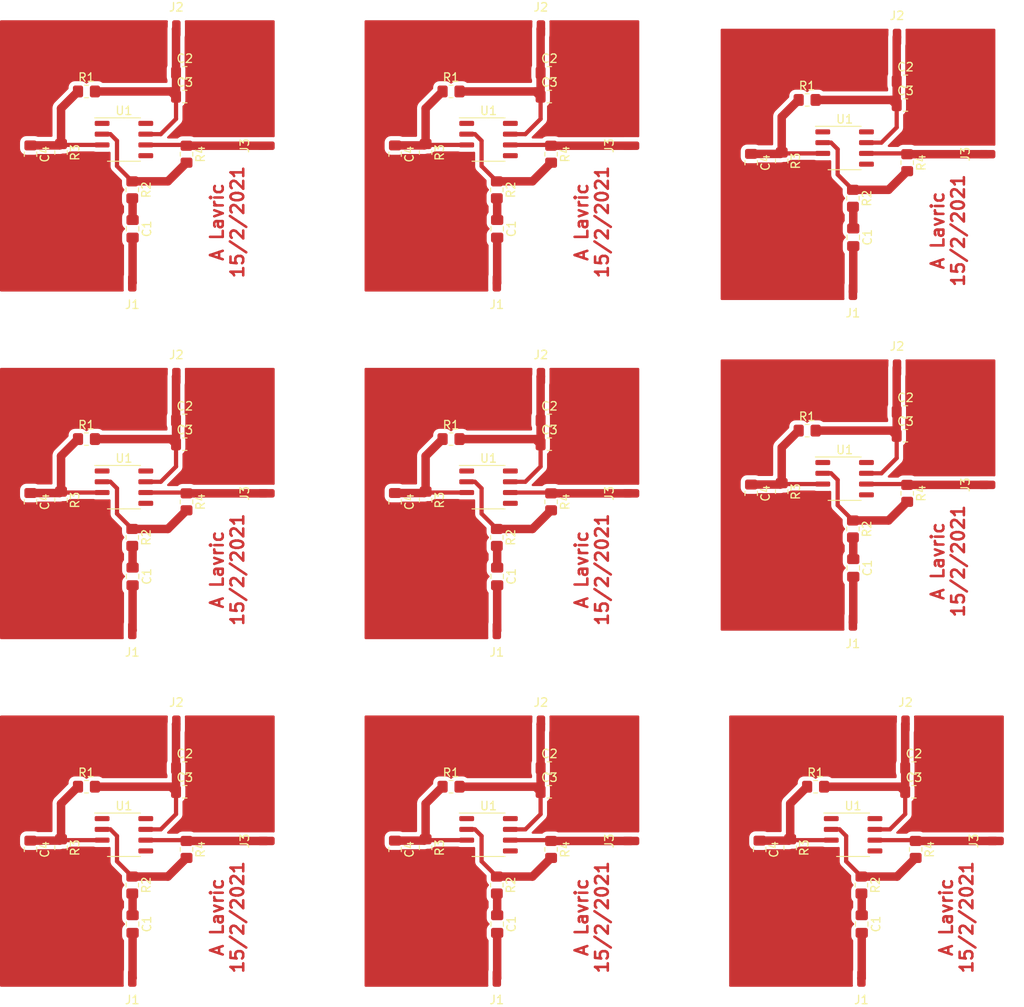
<source format=kicad_pcb>
(kicad_pcb (version 20171130) (host pcbnew 5.1.4+dfsg1-1~bpo10+1)

  (general
    (thickness 1.6)
    (drawings 9)
    (tracks 252)
    (zones 0)
    (modules 108)
    (nets 11)
  )

  (page A4)
  (layers
    (0 F.Cu signal)
    (31 B.Cu signal)
    (32 B.Adhes user)
    (33 F.Adhes user)
    (34 B.Paste user)
    (35 F.Paste user)
    (36 B.SilkS user)
    (37 F.SilkS user)
    (38 B.Mask user)
    (39 F.Mask user)
    (40 Dwgs.User user)
    (41 Cmts.User user)
    (42 Eco1.User user)
    (43 Eco2.User user)
    (44 Edge.Cuts user)
    (45 Margin user)
    (46 B.CrtYd user)
    (47 F.CrtYd user)
    (48 B.Fab user)
    (49 F.Fab user)
  )

  (setup
    (last_trace_width 0.25)
    (user_trace_width 0.5)
    (user_trace_width 0.8)
    (user_trace_width 1)
    (trace_clearance 0.2)
    (zone_clearance 0.508)
    (zone_45_only no)
    (trace_min 0.2)
    (via_size 0.8)
    (via_drill 0.4)
    (via_min_size 0.4)
    (via_min_drill 0.3)
    (uvia_size 0.3)
    (uvia_drill 0.1)
    (uvias_allowed no)
    (uvia_min_size 0.2)
    (uvia_min_drill 0.1)
    (edge_width 0.05)
    (segment_width 0.2)
    (pcb_text_width 0.3)
    (pcb_text_size 1.5 1.5)
    (mod_edge_width 0.12)
    (mod_text_size 1 1)
    (mod_text_width 0.15)
    (pad_size 2.5 1.6)
    (pad_drill 0)
    (pad_to_mask_clearance 0.051)
    (solder_mask_min_width 0.25)
    (aux_axis_origin 0 0)
    (visible_elements FFFFFF7F)
    (pcbplotparams
      (layerselection 0x010fc_ffffffff)
      (usegerberextensions false)
      (usegerberattributes false)
      (usegerberadvancedattributes false)
      (creategerberjobfile false)
      (excludeedgelayer true)
      (linewidth 0.100000)
      (plotframeref false)
      (viasonmask false)
      (mode 1)
      (useauxorigin false)
      (hpglpennumber 1)
      (hpglpenspeed 20)
      (hpglpendiameter 15.000000)
      (psnegative false)
      (psa4output false)
      (plotreference true)
      (plotvalue true)
      (plotinvisibletext false)
      (padsonsilk false)
      (subtractmaskfromsilk false)
      (outputformat 1)
      (mirror false)
      (drillshape 1)
      (scaleselection 1)
      (outputdirectory ""))
  )

  (net 0 "")
  (net 1 "Net-(C1-Pad2)")
  (net 2 "Net-(C1-Pad1)")
  (net 3 GNDD)
  (net 4 "Net-(C2-Pad1)")
  (net 5 "Net-(J3-Pad1)")
  (net 6 "Net-(R2-Pad1)")
  (net 7 "Net-(U1-Pad8)")
  (net 8 "Net-(U1-Pad5)")
  (net 9 "Net-(U1-Pad1)")
  (net 10 "Net-(C4-Pad1)")

  (net_class Default "This is the default net class."
    (clearance 0.2)
    (trace_width 0.25)
    (via_dia 0.8)
    (via_drill 0.4)
    (uvia_dia 0.3)
    (uvia_drill 0.1)
    (add_net GNDD)
    (add_net "Net-(C1-Pad1)")
    (add_net "Net-(C1-Pad2)")
    (add_net "Net-(C2-Pad1)")
    (add_net "Net-(C4-Pad1)")
    (add_net "Net-(J3-Pad1)")
    (add_net "Net-(R2-Pad1)")
    (add_net "Net-(U1-Pad1)")
    (add_net "Net-(U1-Pad5)")
    (add_net "Net-(U1-Pad8)")
  )

  (module Connector_Wire:SolderWirePad_1x01_SMD_1x2mm (layer F.Cu) (tedit 5DD6EB27) (tstamp 602A6A8F)
    (at 235 85.2 180)
    (descr "Wire Pad, Square, SMD Pad,  5mm x 10mm,")
    (tags "MesurementPoint Square SMDPad 5mmx10mm ")
    (path /602DAD37)
    (attr virtual)
    (fp_text reference J1 (at 0 -2.54) (layer F.SilkS)
      (effects (font (size 1 1) (thickness 0.15)))
    )
    (fp_text value BNC (at 0 2.54) (layer F.Fab)
      (effects (font (size 1 1) (thickness 0.15)))
    )
    (fp_text user %R (at 0 0) (layer F.Fab)
      (effects (font (size 1 1) (thickness 0.15)))
    )
    (fp_line (start 0.63 -1.27) (end -0.63 -1.27) (layer F.CrtYd) (width 0.05))
    (fp_line (start 0.63 1.27) (end 0.63 -1.27) (layer F.CrtYd) (width 0.05))
    (fp_line (start -0.63 1.27) (end 0.63 1.27) (layer F.CrtYd) (width 0.05))
    (fp_line (start -0.63 -1.27) (end -0.63 1.27) (layer F.CrtYd) (width 0.05))
    (fp_line (start -0.63 -1.27) (end 0.63 -1.27) (layer F.Fab) (width 0.1))
    (fp_line (start 0.63 -1.27) (end 0.63 1.27) (layer F.Fab) (width 0.1))
    (fp_line (start 0.63 1.27) (end -0.63 1.27) (layer F.Fab) (width 0.1))
    (fp_line (start -0.63 1.27) (end -0.63 -1.27) (layer F.Fab) (width 0.1))
    (pad 1 smd roundrect (at 0 0 180) (size 1 2) (layers F.Cu F.Paste F.Mask) (roundrect_rratio 0.25))
  )

  (module Capacitor_SMD:C_0805_2012Metric_Pad1.18x1.45mm_HandSolder (layer F.Cu) (tedit 5F68FEEF) (tstamp 602A6A7F)
    (at 235.0375 78.8 270)
    (descr "Capacitor SMD 0805 (2012 Metric), square (rectangular) end terminal, IPC_7351 nominal with elongated pad for handsoldering. (Body size source: IPC-SM-782 page 76, https://www.pcb-3d.com/wordpress/wp-content/uploads/ipc-sm-782a_amendment_1_and_2.pdf, https://docs.google.com/spreadsheets/d/1BsfQQcO9C6DZCsRaXUlFlo91Tg2WpOkGARC1WS5S8t0/edit?usp=sharing), generated with kicad-footprint-generator")
    (tags "capacitor handsolder")
    (path /602BD165)
    (attr smd)
    (fp_text reference C1 (at 0 -1.68 90) (layer F.SilkS)
      (effects (font (size 1 1) (thickness 0.15)))
    )
    (fp_text value 10u (at 0 1.68 90) (layer F.Fab)
      (effects (font (size 1 1) (thickness 0.15)))
    )
    (fp_line (start -1 0.625) (end -1 -0.625) (layer F.Fab) (width 0.1))
    (fp_line (start -1 -0.625) (end 1 -0.625) (layer F.Fab) (width 0.1))
    (fp_line (start 1 -0.625) (end 1 0.625) (layer F.Fab) (width 0.1))
    (fp_line (start 1 0.625) (end -1 0.625) (layer F.Fab) (width 0.1))
    (fp_line (start -0.261252 -0.735) (end 0.261252 -0.735) (layer F.SilkS) (width 0.12))
    (fp_line (start -0.261252 0.735) (end 0.261252 0.735) (layer F.SilkS) (width 0.12))
    (fp_line (start -1.88 0.98) (end -1.88 -0.98) (layer F.CrtYd) (width 0.05))
    (fp_line (start -1.88 -0.98) (end 1.88 -0.98) (layer F.CrtYd) (width 0.05))
    (fp_line (start 1.88 -0.98) (end 1.88 0.98) (layer F.CrtYd) (width 0.05))
    (fp_line (start 1.88 0.98) (end -1.88 0.98) (layer F.CrtYd) (width 0.05))
    (fp_text user %R (at 0 0 90) (layer F.Fab)
      (effects (font (size 0.5 0.5) (thickness 0.08)))
    )
    (pad 1 smd roundrect (at -1.0375 0 270) (size 1.175 1.45) (layers F.Cu F.Paste F.Mask) (roundrect_rratio 0.212766))
    (pad 2 smd roundrect (at 1.0375 0 270) (size 1.175 1.45) (layers F.Cu F.Paste F.Mask) (roundrect_rratio 0.212766))
    (model ${KISYS3DMOD}/Capacitor_SMD.3dshapes/C_0805_2012Metric.wrl
      (at (xyz 0 0 0))
      (scale (xyz 1 1 1))
      (rotate (xyz 0 0 0))
    )
  )

  (module Capacitor_SMD:C_0805_2012Metric_Pad1.18x1.45mm_HandSolder (layer F.Cu) (tedit 5F68FEEF) (tstamp 602A6A6F)
    (at 241.2 63.2)
    (descr "Capacitor SMD 0805 (2012 Metric), square (rectangular) end terminal, IPC_7351 nominal with elongated pad for handsoldering. (Body size source: IPC-SM-782 page 76, https://www.pcb-3d.com/wordpress/wp-content/uploads/ipc-sm-782a_amendment_1_and_2.pdf, https://docs.google.com/spreadsheets/d/1BsfQQcO9C6DZCsRaXUlFlo91Tg2WpOkGARC1WS5S8t0/edit?usp=sharing), generated with kicad-footprint-generator")
    (tags "capacitor handsolder")
    (path /602BCD27)
    (attr smd)
    (fp_text reference C3 (at 0 -1.68) (layer F.SilkS)
      (effects (font (size 1 1) (thickness 0.15)))
    )
    (fp_text value 100n (at 0 1.68) (layer F.Fab)
      (effects (font (size 1 1) (thickness 0.15)))
    )
    (fp_line (start -1 0.625) (end -1 -0.625) (layer F.Fab) (width 0.1))
    (fp_line (start -1 -0.625) (end 1 -0.625) (layer F.Fab) (width 0.1))
    (fp_line (start 1 -0.625) (end 1 0.625) (layer F.Fab) (width 0.1))
    (fp_line (start 1 0.625) (end -1 0.625) (layer F.Fab) (width 0.1))
    (fp_line (start -0.261252 -0.735) (end 0.261252 -0.735) (layer F.SilkS) (width 0.12))
    (fp_line (start -0.261252 0.735) (end 0.261252 0.735) (layer F.SilkS) (width 0.12))
    (fp_line (start -1.88 0.98) (end -1.88 -0.98) (layer F.CrtYd) (width 0.05))
    (fp_line (start -1.88 -0.98) (end 1.88 -0.98) (layer F.CrtYd) (width 0.05))
    (fp_line (start 1.88 -0.98) (end 1.88 0.98) (layer F.CrtYd) (width 0.05))
    (fp_line (start 1.88 0.98) (end -1.88 0.98) (layer F.CrtYd) (width 0.05))
    (fp_text user %R (at 0 0) (layer F.Fab)
      (effects (font (size 0.5 0.5) (thickness 0.08)))
    )
    (pad 1 smd roundrect (at -1.0375 0) (size 1.175 1.45) (layers F.Cu F.Paste F.Mask) (roundrect_rratio 0.212766))
    (pad 2 smd roundrect (at 1.0375 0) (size 1.175 1.45) (layers F.Cu F.Paste F.Mask) (roundrect_rratio 0.212766))
    (model ${KISYS3DMOD}/Capacitor_SMD.3dshapes/C_0805_2012Metric.wrl
      (at (xyz 0 0 0))
      (scale (xyz 1 1 1))
      (rotate (xyz 0 0 0))
    )
  )

  (module Resistor_SMD:R_0805_2012Metric_Pad1.20x1.40mm_HandSolder (layer F.Cu) (tedit 5F68FEEE) (tstamp 602A6A5F)
    (at 229.6 62.6)
    (descr "Resistor SMD 0805 (2012 Metric), square (rectangular) end terminal, IPC_7351 nominal with elongated pad for handsoldering. (Body size source: IPC-SM-782 page 72, https://www.pcb-3d.com/wordpress/wp-content/uploads/ipc-sm-782a_amendment_1_and_2.pdf), generated with kicad-footprint-generator")
    (tags "resistor handsolder")
    (path /602BD9C8)
    (attr smd)
    (fp_text reference R1 (at 0 -1.65) (layer F.SilkS)
      (effects (font (size 1 1) (thickness 0.15)))
    )
    (fp_text value 680 (at 0 1.65) (layer F.Fab)
      (effects (font (size 1 1) (thickness 0.15)))
    )
    (fp_line (start -1 0.625) (end -1 -0.625) (layer F.Fab) (width 0.1))
    (fp_line (start -1 -0.625) (end 1 -0.625) (layer F.Fab) (width 0.1))
    (fp_line (start 1 -0.625) (end 1 0.625) (layer F.Fab) (width 0.1))
    (fp_line (start 1 0.625) (end -1 0.625) (layer F.Fab) (width 0.1))
    (fp_line (start -0.227064 -0.735) (end 0.227064 -0.735) (layer F.SilkS) (width 0.12))
    (fp_line (start -0.227064 0.735) (end 0.227064 0.735) (layer F.SilkS) (width 0.12))
    (fp_line (start -1.85 0.95) (end -1.85 -0.95) (layer F.CrtYd) (width 0.05))
    (fp_line (start -1.85 -0.95) (end 1.85 -0.95) (layer F.CrtYd) (width 0.05))
    (fp_line (start 1.85 -0.95) (end 1.85 0.95) (layer F.CrtYd) (width 0.05))
    (fp_line (start 1.85 0.95) (end -1.85 0.95) (layer F.CrtYd) (width 0.05))
    (fp_text user %R (at 0 0) (layer F.Fab)
      (effects (font (size 0.5 0.5) (thickness 0.08)))
    )
    (pad 1 smd roundrect (at -1 0) (size 1.2 1.4) (layers F.Cu F.Paste F.Mask) (roundrect_rratio 0.208333))
    (pad 2 smd roundrect (at 1 0) (size 1.2 1.4) (layers F.Cu F.Paste F.Mask) (roundrect_rratio 0.208333))
    (model ${KISYS3DMOD}/Resistor_SMD.3dshapes/R_0805_2012Metric.wrl
      (at (xyz 0 0 0))
      (scale (xyz 1 1 1))
      (rotate (xyz 0 0 0))
    )
  )

  (module Connector_Wire:SolderWirePad_1x01_SMD_1x2mm (layer F.Cu) (tedit 5DD6EB27) (tstamp 602A6A4F)
    (at 240.2 55.2)
    (descr "Wire Pad, Square, SMD Pad,  5mm x 10mm,")
    (tags "MesurementPoint Square SMDPad 5mmx10mm ")
    (path /602DA6DF)
    (attr virtual)
    (fp_text reference J2 (at 0 -2.54) (layer F.SilkS)
      (effects (font (size 1 1) (thickness 0.15)))
    )
    (fp_text value 32V (at 0 2.54) (layer F.Fab)
      (effects (font (size 1 1) (thickness 0.15)))
    )
    (fp_text user %R (at 0 0) (layer F.Fab)
      (effects (font (size 1 1) (thickness 0.15)))
    )
    (fp_line (start 0.63 -1.27) (end -0.63 -1.27) (layer F.CrtYd) (width 0.05))
    (fp_line (start 0.63 1.27) (end 0.63 -1.27) (layer F.CrtYd) (width 0.05))
    (fp_line (start -0.63 1.27) (end 0.63 1.27) (layer F.CrtYd) (width 0.05))
    (fp_line (start -0.63 -1.27) (end -0.63 1.27) (layer F.CrtYd) (width 0.05))
    (fp_line (start -0.63 -1.27) (end 0.63 -1.27) (layer F.Fab) (width 0.1))
    (fp_line (start 0.63 -1.27) (end 0.63 1.27) (layer F.Fab) (width 0.1))
    (fp_line (start 0.63 1.27) (end -0.63 1.27) (layer F.Fab) (width 0.1))
    (fp_line (start -0.63 1.27) (end -0.63 -1.27) (layer F.Fab) (width 0.1))
    (pad 1 smd roundrect (at 0 0) (size 1 2) (layers F.Cu F.Paste F.Mask) (roundrect_rratio 0.25))
  )

  (module Resistor_SMD:R_0805_2012Metric_Pad1.20x1.40mm_HandSolder (layer F.Cu) (tedit 5F68FEEE) (tstamp 602A6A37)
    (at 226.6 69.8 270)
    (descr "Resistor SMD 0805 (2012 Metric), square (rectangular) end terminal, IPC_7351 nominal with elongated pad for handsoldering. (Body size source: IPC-SM-782 page 72, https://www.pcb-3d.com/wordpress/wp-content/uploads/ipc-sm-782a_amendment_1_and_2.pdf), generated with kicad-footprint-generator")
    (tags "resistor handsolder")
    (path /602BD505)
    (attr smd)
    (fp_text reference R3 (at 0 -1.65 90) (layer F.SilkS)
      (effects (font (size 1 1) (thickness 0.15)))
    )
    (fp_text value 10k (at 0 1.65 90) (layer F.Fab)
      (effects (font (size 1 1) (thickness 0.15)))
    )
    (fp_line (start -1 0.625) (end -1 -0.625) (layer F.Fab) (width 0.1))
    (fp_line (start -1 -0.625) (end 1 -0.625) (layer F.Fab) (width 0.1))
    (fp_line (start 1 -0.625) (end 1 0.625) (layer F.Fab) (width 0.1))
    (fp_line (start 1 0.625) (end -1 0.625) (layer F.Fab) (width 0.1))
    (fp_line (start -0.227064 -0.735) (end 0.227064 -0.735) (layer F.SilkS) (width 0.12))
    (fp_line (start -0.227064 0.735) (end 0.227064 0.735) (layer F.SilkS) (width 0.12))
    (fp_line (start -1.85 0.95) (end -1.85 -0.95) (layer F.CrtYd) (width 0.05))
    (fp_line (start -1.85 -0.95) (end 1.85 -0.95) (layer F.CrtYd) (width 0.05))
    (fp_line (start 1.85 -0.95) (end 1.85 0.95) (layer F.CrtYd) (width 0.05))
    (fp_line (start 1.85 0.95) (end -1.85 0.95) (layer F.CrtYd) (width 0.05))
    (fp_text user %R (at 0 0 90) (layer F.Fab)
      (effects (font (size 0.5 0.5) (thickness 0.08)))
    )
    (pad 1 smd roundrect (at -1 0 270) (size 1.2 1.4) (layers F.Cu F.Paste F.Mask) (roundrect_rratio 0.208333))
    (pad 2 smd roundrect (at 1 0 270) (size 1.2 1.4) (layers F.Cu F.Paste F.Mask) (roundrect_rratio 0.208333))
    (model ${KISYS3DMOD}/Resistor_SMD.3dshapes/R_0805_2012Metric.wrl
      (at (xyz 0 0 0))
      (scale (xyz 1 1 1))
      (rotate (xyz 0 0 0))
    )
  )

  (module Resistor_SMD:R_0805_2012Metric_Pad1.20x1.40mm_HandSolder (layer F.Cu) (tedit 5F68FEEE) (tstamp 602A6A27)
    (at 241.4 70 270)
    (descr "Resistor SMD 0805 (2012 Metric), square (rectangular) end terminal, IPC_7351 nominal with elongated pad for handsoldering. (Body size source: IPC-SM-782 page 72, https://www.pcb-3d.com/wordpress/wp-content/uploads/ipc-sm-782a_amendment_1_and_2.pdf), generated with kicad-footprint-generator")
    (tags "resistor handsolder")
    (path /602BDBCB)
    (attr smd)
    (fp_text reference R4 (at 0 -1.65 90) (layer F.SilkS)
      (effects (font (size 1 1) (thickness 0.15)))
    )
    (fp_text value 10k (at 0 1.65 90) (layer F.Fab)
      (effects (font (size 1 1) (thickness 0.15)))
    )
    (fp_line (start -1 0.625) (end -1 -0.625) (layer F.Fab) (width 0.1))
    (fp_line (start -1 -0.625) (end 1 -0.625) (layer F.Fab) (width 0.1))
    (fp_line (start 1 -0.625) (end 1 0.625) (layer F.Fab) (width 0.1))
    (fp_line (start 1 0.625) (end -1 0.625) (layer F.Fab) (width 0.1))
    (fp_line (start -0.227064 -0.735) (end 0.227064 -0.735) (layer F.SilkS) (width 0.12))
    (fp_line (start -0.227064 0.735) (end 0.227064 0.735) (layer F.SilkS) (width 0.12))
    (fp_line (start -1.85 0.95) (end -1.85 -0.95) (layer F.CrtYd) (width 0.05))
    (fp_line (start -1.85 -0.95) (end 1.85 -0.95) (layer F.CrtYd) (width 0.05))
    (fp_line (start 1.85 -0.95) (end 1.85 0.95) (layer F.CrtYd) (width 0.05))
    (fp_line (start 1.85 0.95) (end -1.85 0.95) (layer F.CrtYd) (width 0.05))
    (fp_text user %R (at 0 0 90) (layer F.Fab)
      (effects (font (size 0.5 0.5) (thickness 0.08)))
    )
    (pad 1 smd roundrect (at -1 0 270) (size 1.2 1.4) (layers F.Cu F.Paste F.Mask) (roundrect_rratio 0.208333))
    (pad 2 smd roundrect (at 1 0 270) (size 1.2 1.4) (layers F.Cu F.Paste F.Mask) (roundrect_rratio 0.208333))
    (model ${KISYS3DMOD}/Resistor_SMD.3dshapes/R_0805_2012Metric.wrl
      (at (xyz 0 0 0))
      (scale (xyz 1 1 1))
      (rotate (xyz 0 0 0))
    )
  )

  (module Connector_Wire:SolderWirePad_1x01_SMD_1x2mm (layer F.Cu) (tedit 5DD6EB27) (tstamp 602A6A15)
    (at 250.8 69 90)
    (descr "Wire Pad, Square, SMD Pad,  5mm x 10mm,")
    (tags "MesurementPoint Square SMDPad 5mmx10mm ")
    (path /602DB016)
    (attr virtual)
    (fp_text reference J3 (at 0 -2.54 90) (layer F.SilkS)
      (effects (font (size 1 1) (thickness 0.15)))
    )
    (fp_text value SMA (at 0 2.54 90) (layer F.Fab)
      (effects (font (size 1 1) (thickness 0.15)))
    )
    (fp_text user %R (at -1.8 -1.2 270) (layer F.Fab)
      (effects (font (size 1 1) (thickness 0.15)))
    )
    (fp_line (start 0.63 -1.27) (end -0.63 -1.27) (layer F.CrtYd) (width 0.05))
    (fp_line (start 0.63 1.27) (end 0.63 -1.27) (layer F.CrtYd) (width 0.05))
    (fp_line (start -0.63 1.27) (end 0.63 1.27) (layer F.CrtYd) (width 0.05))
    (fp_line (start -0.63 -1.27) (end -0.63 1.27) (layer F.CrtYd) (width 0.05))
    (fp_line (start -0.63 -1.27) (end 0.63 -1.27) (layer F.Fab) (width 0.1))
    (fp_line (start 0.63 -1.27) (end 0.63 1.27) (layer F.Fab) (width 0.1))
    (fp_line (start 0.63 1.27) (end -0.63 1.27) (layer F.Fab) (width 0.1))
    (fp_line (start -0.63 1.27) (end -0.63 -1.27) (layer F.Fab) (width 0.1))
    (pad 1 smd roundrect (at 0 0 90) (size 1 2) (layers F.Cu F.Paste F.Mask) (roundrect_rratio 0.25))
  )

  (module Package_SO:SO-8_3.9x4.9mm_P1.27mm (layer F.Cu) (tedit 5D9F72B1) (tstamp 602A69FA)
    (at 234.02 68.27)
    (descr "SO, 8 Pin (https://www.nxp.com/docs/en/data-sheet/PCF8523.pdf), generated with kicad-footprint-generator ipc_gullwing_generator.py")
    (tags "SO SO")
    (path /602BC812)
    (attr smd)
    (fp_text reference U1 (at 0 -3.4) (layer F.SilkS)
      (effects (font (size 1 1) (thickness 0.15)))
    )
    (fp_text value OP184 (at 0 3.4) (layer F.Fab)
      (effects (font (size 1 1) (thickness 0.15)))
    )
    (fp_line (start 0 2.56) (end 1.95 2.56) (layer F.SilkS) (width 0.12))
    (fp_line (start 0 2.56) (end -1.95 2.56) (layer F.SilkS) (width 0.12))
    (fp_line (start 0 -2.56) (end 1.95 -2.56) (layer F.SilkS) (width 0.12))
    (fp_line (start 0 -2.56) (end -3.45 -2.56) (layer F.SilkS) (width 0.12))
    (fp_line (start -0.975 -2.45) (end 1.95 -2.45) (layer F.Fab) (width 0.1))
    (fp_line (start 1.95 -2.45) (end 1.95 2.45) (layer F.Fab) (width 0.1))
    (fp_line (start 1.95 2.45) (end -1.95 2.45) (layer F.Fab) (width 0.1))
    (fp_line (start -1.95 2.45) (end -1.95 -1.475) (layer F.Fab) (width 0.1))
    (fp_line (start -1.95 -1.475) (end -0.975 -2.45) (layer F.Fab) (width 0.1))
    (fp_line (start -3.7 -2.7) (end -3.7 2.7) (layer F.CrtYd) (width 0.05))
    (fp_line (start -3.7 2.7) (end 3.7 2.7) (layer F.CrtYd) (width 0.05))
    (fp_line (start 3.7 2.7) (end 3.7 -2.7) (layer F.CrtYd) (width 0.05))
    (fp_line (start 3.7 -2.7) (end -3.7 -2.7) (layer F.CrtYd) (width 0.05))
    (fp_text user %R (at 0 0) (layer F.Fab)
      (effects (font (size 0.98 0.98) (thickness 0.15)))
    )
    (pad 1 smd roundrect (at -2.575 -1.905) (size 1.75 0.6) (layers F.Cu F.Paste F.Mask) (roundrect_rratio 0.25))
    (pad 2 smd roundrect (at -2.575 -0.635) (size 1.75 0.6) (layers F.Cu F.Paste F.Mask) (roundrect_rratio 0.25))
    (pad 3 smd roundrect (at -2.575 0.635) (size 1.75 0.6) (layers F.Cu F.Paste F.Mask) (roundrect_rratio 0.25))
    (pad 4 smd roundrect (at -2.575 1.905) (size 1.75 0.6) (layers F.Cu F.Paste F.Mask) (roundrect_rratio 0.25))
    (pad 5 smd roundrect (at 2.575 1.905) (size 1.75 0.6) (layers F.Cu F.Paste F.Mask) (roundrect_rratio 0.25))
    (pad 6 smd roundrect (at 2.575 0.635) (size 1.75 0.6) (layers F.Cu F.Paste F.Mask) (roundrect_rratio 0.25))
    (pad 7 smd roundrect (at 2.575 -0.635) (size 1.75 0.6) (layers F.Cu F.Paste F.Mask) (roundrect_rratio 0.25))
    (pad 8 smd roundrect (at 2.575 -1.905) (size 1.75 0.6) (layers F.Cu F.Paste F.Mask) (roundrect_rratio 0.25))
    (model ${KISYS3DMOD}/Package_SO.3dshapes/SO-8_3.9x4.9mm_P1.27mm.wrl
      (at (xyz 0 0 0))
      (scale (xyz 1 1 1))
      (rotate (xyz 0 0 0))
    )
  )

  (module Resistor_SMD:R_0805_2012Metric_Pad1.20x1.40mm_HandSolder (layer F.Cu) (tedit 5F68FEEE) (tstamp 602A69E9)
    (at 235 74.2 270)
    (descr "Resistor SMD 0805 (2012 Metric), square (rectangular) end terminal, IPC_7351 nominal with elongated pad for handsoldering. (Body size source: IPC-SM-782 page 72, https://www.pcb-3d.com/wordpress/wp-content/uploads/ipc-sm-782a_amendment_1_and_2.pdf), generated with kicad-footprint-generator")
    (tags "resistor handsolder")
    (path /602BDB12)
    (attr smd)
    (fp_text reference R2 (at 0 -1.65 90) (layer F.SilkS)
      (effects (font (size 1 1) (thickness 0.15)))
    )
    (fp_text value 10k (at 0 1.65 90) (layer F.Fab)
      (effects (font (size 1 1) (thickness 0.15)))
    )
    (fp_line (start -1 0.625) (end -1 -0.625) (layer F.Fab) (width 0.1))
    (fp_line (start -1 -0.625) (end 1 -0.625) (layer F.Fab) (width 0.1))
    (fp_line (start 1 -0.625) (end 1 0.625) (layer F.Fab) (width 0.1))
    (fp_line (start 1 0.625) (end -1 0.625) (layer F.Fab) (width 0.1))
    (fp_line (start -0.227064 -0.735) (end 0.227064 -0.735) (layer F.SilkS) (width 0.12))
    (fp_line (start -0.227064 0.735) (end 0.227064 0.735) (layer F.SilkS) (width 0.12))
    (fp_line (start -1.85 0.95) (end -1.85 -0.95) (layer F.CrtYd) (width 0.05))
    (fp_line (start -1.85 -0.95) (end 1.85 -0.95) (layer F.CrtYd) (width 0.05))
    (fp_line (start 1.85 -0.95) (end 1.85 0.95) (layer F.CrtYd) (width 0.05))
    (fp_line (start 1.85 0.95) (end -1.85 0.95) (layer F.CrtYd) (width 0.05))
    (fp_text user %R (at 0 0 90) (layer F.Fab)
      (effects (font (size 0.5 0.5) (thickness 0.08)))
    )
    (pad 1 smd roundrect (at -1 0 270) (size 1.2 1.4) (layers F.Cu F.Paste F.Mask) (roundrect_rratio 0.208333))
    (pad 2 smd roundrect (at 1 0 270) (size 1.2 1.4) (layers F.Cu F.Paste F.Mask) (roundrect_rratio 0.208333))
    (model ${KISYS3DMOD}/Resistor_SMD.3dshapes/R_0805_2012Metric.wrl
      (at (xyz 0 0 0))
      (scale (xyz 1 1 1))
      (rotate (xyz 0 0 0))
    )
  )

  (module Capacitor_SMD:C_0805_2012Metric_Pad1.18x1.45mm_HandSolder (layer F.Cu) (tedit 5F68FEEF) (tstamp 602A69D5)
    (at 223 70 270)
    (descr "Capacitor SMD 0805 (2012 Metric), square (rectangular) end terminal, IPC_7351 nominal with elongated pad for handsoldering. (Body size source: IPC-SM-782 page 76, https://www.pcb-3d.com/wordpress/wp-content/uploads/ipc-sm-782a_amendment_1_and_2.pdf, https://docs.google.com/spreadsheets/d/1BsfQQcO9C6DZCsRaXUlFlo91Tg2WpOkGARC1WS5S8t0/edit?usp=sharing), generated with kicad-footprint-generator")
    (tags "capacitor handsolder")
    (path /602E5F9C)
    (attr smd)
    (fp_text reference C4 (at 0 -1.68 90) (layer F.SilkS)
      (effects (font (size 1 1) (thickness 0.15)))
    )
    (fp_text value 100n (at 0 1.68 90) (layer F.Fab)
      (effects (font (size 1 1) (thickness 0.15)))
    )
    (fp_line (start -1 0.625) (end -1 -0.625) (layer F.Fab) (width 0.1))
    (fp_line (start -1 -0.625) (end 1 -0.625) (layer F.Fab) (width 0.1))
    (fp_line (start 1 -0.625) (end 1 0.625) (layer F.Fab) (width 0.1))
    (fp_line (start 1 0.625) (end -1 0.625) (layer F.Fab) (width 0.1))
    (fp_line (start -0.261252 -0.735) (end 0.261252 -0.735) (layer F.SilkS) (width 0.12))
    (fp_line (start -0.261252 0.735) (end 0.261252 0.735) (layer F.SilkS) (width 0.12))
    (fp_line (start -1.88 0.98) (end -1.88 -0.98) (layer F.CrtYd) (width 0.05))
    (fp_line (start -1.88 -0.98) (end 1.88 -0.98) (layer F.CrtYd) (width 0.05))
    (fp_line (start 1.88 -0.98) (end 1.88 0.98) (layer F.CrtYd) (width 0.05))
    (fp_line (start 1.88 0.98) (end -1.88 0.98) (layer F.CrtYd) (width 0.05))
    (fp_text user %R (at 0 0 90) (layer F.Fab)
      (effects (font (size 0.5 0.5) (thickness 0.08)))
    )
    (pad 1 smd roundrect (at -1.0375 0 270) (size 1.175 1.45) (layers F.Cu F.Paste F.Mask) (roundrect_rratio 0.212766))
    (pad 2 smd roundrect (at 1.0375 0 270) (size 1.175 1.45) (layers F.Cu F.Paste F.Mask) (roundrect_rratio 0.212766))
    (model ${KISYS3DMOD}/Capacitor_SMD.3dshapes/C_0805_2012Metric.wrl
      (at (xyz 0 0 0))
      (scale (xyz 1 1 1))
      (rotate (xyz 0 0 0))
    )
  )

  (module Capacitor_SMD:C_0805_2012Metric_Pad1.18x1.45mm_HandSolder (layer F.Cu) (tedit 5F68FEEF) (tstamp 602A69C2)
    (at 241.2 60.4)
    (descr "Capacitor SMD 0805 (2012 Metric), square (rectangular) end terminal, IPC_7351 nominal with elongated pad for handsoldering. (Body size source: IPC-SM-782 page 76, https://www.pcb-3d.com/wordpress/wp-content/uploads/ipc-sm-782a_amendment_1_and_2.pdf, https://docs.google.com/spreadsheets/d/1BsfQQcO9C6DZCsRaXUlFlo91Tg2WpOkGARC1WS5S8t0/edit?usp=sharing), generated with kicad-footprint-generator")
    (tags "capacitor handsolder")
    (path /602BD049)
    (attr smd)
    (fp_text reference C2 (at 0 -1.68) (layer F.SilkS)
      (effects (font (size 1 1) (thickness 0.15)))
    )
    (fp_text value 10u (at 0 1.68) (layer F.Fab)
      (effects (font (size 1 1) (thickness 0.15)))
    )
    (fp_line (start -1 0.625) (end -1 -0.625) (layer F.Fab) (width 0.1))
    (fp_line (start -1 -0.625) (end 1 -0.625) (layer F.Fab) (width 0.1))
    (fp_line (start 1 -0.625) (end 1 0.625) (layer F.Fab) (width 0.1))
    (fp_line (start 1 0.625) (end -1 0.625) (layer F.Fab) (width 0.1))
    (fp_line (start -0.261252 -0.735) (end 0.261252 -0.735) (layer F.SilkS) (width 0.12))
    (fp_line (start -0.261252 0.735) (end 0.261252 0.735) (layer F.SilkS) (width 0.12))
    (fp_line (start -1.88 0.98) (end -1.88 -0.98) (layer F.CrtYd) (width 0.05))
    (fp_line (start -1.88 -0.98) (end 1.88 -0.98) (layer F.CrtYd) (width 0.05))
    (fp_line (start 1.88 -0.98) (end 1.88 0.98) (layer F.CrtYd) (width 0.05))
    (fp_line (start 1.88 0.98) (end -1.88 0.98) (layer F.CrtYd) (width 0.05))
    (fp_text user %R (at 0 0) (layer F.Fab)
      (effects (font (size 0.5 0.5) (thickness 0.08)))
    )
    (pad 1 smd roundrect (at -1.0375 0) (size 1.175 1.45) (layers F.Cu F.Paste F.Mask) (roundrect_rratio 0.212766))
    (pad 2 smd roundrect (at 1.0375 0) (size 1.175 1.45) (layers F.Cu F.Paste F.Mask) (roundrect_rratio 0.212766))
    (model ${KISYS3DMOD}/Capacitor_SMD.3dshapes/C_0805_2012Metric.wrl
      (at (xyz 0 0 0))
      (scale (xyz 1 1 1))
      (rotate (xyz 0 0 0))
    )
  )

  (module Connector_Wire:SolderWirePad_1x01_SMD_1x2mm (layer F.Cu) (tedit 5DD6EB27) (tstamp 602A6A8F)
    (at 193 84.2 180)
    (descr "Wire Pad, Square, SMD Pad,  5mm x 10mm,")
    (tags "MesurementPoint Square SMDPad 5mmx10mm ")
    (path /602DAD37)
    (attr virtual)
    (fp_text reference J1 (at 0 -2.54) (layer F.SilkS)
      (effects (font (size 1 1) (thickness 0.15)))
    )
    (fp_text value BNC (at 0 2.54) (layer F.Fab)
      (effects (font (size 1 1) (thickness 0.15)))
    )
    (fp_text user %R (at 0 0) (layer F.Fab)
      (effects (font (size 1 1) (thickness 0.15)))
    )
    (fp_line (start 0.63 -1.27) (end -0.63 -1.27) (layer F.CrtYd) (width 0.05))
    (fp_line (start 0.63 1.27) (end 0.63 -1.27) (layer F.CrtYd) (width 0.05))
    (fp_line (start -0.63 1.27) (end 0.63 1.27) (layer F.CrtYd) (width 0.05))
    (fp_line (start -0.63 -1.27) (end -0.63 1.27) (layer F.CrtYd) (width 0.05))
    (fp_line (start -0.63 -1.27) (end 0.63 -1.27) (layer F.Fab) (width 0.1))
    (fp_line (start 0.63 -1.27) (end 0.63 1.27) (layer F.Fab) (width 0.1))
    (fp_line (start 0.63 1.27) (end -0.63 1.27) (layer F.Fab) (width 0.1))
    (fp_line (start -0.63 1.27) (end -0.63 -1.27) (layer F.Fab) (width 0.1))
    (pad 1 smd roundrect (at 0 0 180) (size 1 2) (layers F.Cu F.Paste F.Mask) (roundrect_rratio 0.25))
  )

  (module Capacitor_SMD:C_0805_2012Metric_Pad1.18x1.45mm_HandSolder (layer F.Cu) (tedit 5F68FEEF) (tstamp 602A6A7F)
    (at 193.0375 77.8 270)
    (descr "Capacitor SMD 0805 (2012 Metric), square (rectangular) end terminal, IPC_7351 nominal with elongated pad for handsoldering. (Body size source: IPC-SM-782 page 76, https://www.pcb-3d.com/wordpress/wp-content/uploads/ipc-sm-782a_amendment_1_and_2.pdf, https://docs.google.com/spreadsheets/d/1BsfQQcO9C6DZCsRaXUlFlo91Tg2WpOkGARC1WS5S8t0/edit?usp=sharing), generated with kicad-footprint-generator")
    (tags "capacitor handsolder")
    (path /602BD165)
    (attr smd)
    (fp_text reference C1 (at 0 -1.68 90) (layer F.SilkS)
      (effects (font (size 1 1) (thickness 0.15)))
    )
    (fp_text value 10u (at 0 1.68 90) (layer F.Fab)
      (effects (font (size 1 1) (thickness 0.15)))
    )
    (fp_line (start -1 0.625) (end -1 -0.625) (layer F.Fab) (width 0.1))
    (fp_line (start -1 -0.625) (end 1 -0.625) (layer F.Fab) (width 0.1))
    (fp_line (start 1 -0.625) (end 1 0.625) (layer F.Fab) (width 0.1))
    (fp_line (start 1 0.625) (end -1 0.625) (layer F.Fab) (width 0.1))
    (fp_line (start -0.261252 -0.735) (end 0.261252 -0.735) (layer F.SilkS) (width 0.12))
    (fp_line (start -0.261252 0.735) (end 0.261252 0.735) (layer F.SilkS) (width 0.12))
    (fp_line (start -1.88 0.98) (end -1.88 -0.98) (layer F.CrtYd) (width 0.05))
    (fp_line (start -1.88 -0.98) (end 1.88 -0.98) (layer F.CrtYd) (width 0.05))
    (fp_line (start 1.88 -0.98) (end 1.88 0.98) (layer F.CrtYd) (width 0.05))
    (fp_line (start 1.88 0.98) (end -1.88 0.98) (layer F.CrtYd) (width 0.05))
    (fp_text user %R (at 0 0 90) (layer F.Fab)
      (effects (font (size 0.5 0.5) (thickness 0.08)))
    )
    (pad 1 smd roundrect (at -1.0375 0 270) (size 1.175 1.45) (layers F.Cu F.Paste F.Mask) (roundrect_rratio 0.212766))
    (pad 2 smd roundrect (at 1.0375 0 270) (size 1.175 1.45) (layers F.Cu F.Paste F.Mask) (roundrect_rratio 0.212766))
    (model ${KISYS3DMOD}/Capacitor_SMD.3dshapes/C_0805_2012Metric.wrl
      (at (xyz 0 0 0))
      (scale (xyz 1 1 1))
      (rotate (xyz 0 0 0))
    )
  )

  (module Capacitor_SMD:C_0805_2012Metric_Pad1.18x1.45mm_HandSolder (layer F.Cu) (tedit 5F68FEEF) (tstamp 602A6A6F)
    (at 199.2 62.2)
    (descr "Capacitor SMD 0805 (2012 Metric), square (rectangular) end terminal, IPC_7351 nominal with elongated pad for handsoldering. (Body size source: IPC-SM-782 page 76, https://www.pcb-3d.com/wordpress/wp-content/uploads/ipc-sm-782a_amendment_1_and_2.pdf, https://docs.google.com/spreadsheets/d/1BsfQQcO9C6DZCsRaXUlFlo91Tg2WpOkGARC1WS5S8t0/edit?usp=sharing), generated with kicad-footprint-generator")
    (tags "capacitor handsolder")
    (path /602BCD27)
    (attr smd)
    (fp_text reference C3 (at 0 -1.68) (layer F.SilkS)
      (effects (font (size 1 1) (thickness 0.15)))
    )
    (fp_text value 100n (at 0 1.68) (layer F.Fab)
      (effects (font (size 1 1) (thickness 0.15)))
    )
    (fp_line (start -1 0.625) (end -1 -0.625) (layer F.Fab) (width 0.1))
    (fp_line (start -1 -0.625) (end 1 -0.625) (layer F.Fab) (width 0.1))
    (fp_line (start 1 -0.625) (end 1 0.625) (layer F.Fab) (width 0.1))
    (fp_line (start 1 0.625) (end -1 0.625) (layer F.Fab) (width 0.1))
    (fp_line (start -0.261252 -0.735) (end 0.261252 -0.735) (layer F.SilkS) (width 0.12))
    (fp_line (start -0.261252 0.735) (end 0.261252 0.735) (layer F.SilkS) (width 0.12))
    (fp_line (start -1.88 0.98) (end -1.88 -0.98) (layer F.CrtYd) (width 0.05))
    (fp_line (start -1.88 -0.98) (end 1.88 -0.98) (layer F.CrtYd) (width 0.05))
    (fp_line (start 1.88 -0.98) (end 1.88 0.98) (layer F.CrtYd) (width 0.05))
    (fp_line (start 1.88 0.98) (end -1.88 0.98) (layer F.CrtYd) (width 0.05))
    (fp_text user %R (at 0 0) (layer F.Fab)
      (effects (font (size 0.5 0.5) (thickness 0.08)))
    )
    (pad 1 smd roundrect (at -1.0375 0) (size 1.175 1.45) (layers F.Cu F.Paste F.Mask) (roundrect_rratio 0.212766))
    (pad 2 smd roundrect (at 1.0375 0) (size 1.175 1.45) (layers F.Cu F.Paste F.Mask) (roundrect_rratio 0.212766))
    (model ${KISYS3DMOD}/Capacitor_SMD.3dshapes/C_0805_2012Metric.wrl
      (at (xyz 0 0 0))
      (scale (xyz 1 1 1))
      (rotate (xyz 0 0 0))
    )
  )

  (module Resistor_SMD:R_0805_2012Metric_Pad1.20x1.40mm_HandSolder (layer F.Cu) (tedit 5F68FEEE) (tstamp 602A6A5F)
    (at 187.6 61.6)
    (descr "Resistor SMD 0805 (2012 Metric), square (rectangular) end terminal, IPC_7351 nominal with elongated pad for handsoldering. (Body size source: IPC-SM-782 page 72, https://www.pcb-3d.com/wordpress/wp-content/uploads/ipc-sm-782a_amendment_1_and_2.pdf), generated with kicad-footprint-generator")
    (tags "resistor handsolder")
    (path /602BD9C8)
    (attr smd)
    (fp_text reference R1 (at 0 -1.65) (layer F.SilkS)
      (effects (font (size 1 1) (thickness 0.15)))
    )
    (fp_text value 680 (at 0 1.65) (layer F.Fab)
      (effects (font (size 1 1) (thickness 0.15)))
    )
    (fp_line (start -1 0.625) (end -1 -0.625) (layer F.Fab) (width 0.1))
    (fp_line (start -1 -0.625) (end 1 -0.625) (layer F.Fab) (width 0.1))
    (fp_line (start 1 -0.625) (end 1 0.625) (layer F.Fab) (width 0.1))
    (fp_line (start 1 0.625) (end -1 0.625) (layer F.Fab) (width 0.1))
    (fp_line (start -0.227064 -0.735) (end 0.227064 -0.735) (layer F.SilkS) (width 0.12))
    (fp_line (start -0.227064 0.735) (end 0.227064 0.735) (layer F.SilkS) (width 0.12))
    (fp_line (start -1.85 0.95) (end -1.85 -0.95) (layer F.CrtYd) (width 0.05))
    (fp_line (start -1.85 -0.95) (end 1.85 -0.95) (layer F.CrtYd) (width 0.05))
    (fp_line (start 1.85 -0.95) (end 1.85 0.95) (layer F.CrtYd) (width 0.05))
    (fp_line (start 1.85 0.95) (end -1.85 0.95) (layer F.CrtYd) (width 0.05))
    (fp_text user %R (at 0 0) (layer F.Fab)
      (effects (font (size 0.5 0.5) (thickness 0.08)))
    )
    (pad 1 smd roundrect (at -1 0) (size 1.2 1.4) (layers F.Cu F.Paste F.Mask) (roundrect_rratio 0.208333))
    (pad 2 smd roundrect (at 1 0) (size 1.2 1.4) (layers F.Cu F.Paste F.Mask) (roundrect_rratio 0.208333))
    (model ${KISYS3DMOD}/Resistor_SMD.3dshapes/R_0805_2012Metric.wrl
      (at (xyz 0 0 0))
      (scale (xyz 1 1 1))
      (rotate (xyz 0 0 0))
    )
  )

  (module Connector_Wire:SolderWirePad_1x01_SMD_1x2mm (layer F.Cu) (tedit 5DD6EB27) (tstamp 602A6A4F)
    (at 198.2 54.2)
    (descr "Wire Pad, Square, SMD Pad,  5mm x 10mm,")
    (tags "MesurementPoint Square SMDPad 5mmx10mm ")
    (path /602DA6DF)
    (attr virtual)
    (fp_text reference J2 (at 0 -2.54) (layer F.SilkS)
      (effects (font (size 1 1) (thickness 0.15)))
    )
    (fp_text value 32V (at 0 2.54) (layer F.Fab)
      (effects (font (size 1 1) (thickness 0.15)))
    )
    (fp_text user %R (at 0 0) (layer F.Fab)
      (effects (font (size 1 1) (thickness 0.15)))
    )
    (fp_line (start 0.63 -1.27) (end -0.63 -1.27) (layer F.CrtYd) (width 0.05))
    (fp_line (start 0.63 1.27) (end 0.63 -1.27) (layer F.CrtYd) (width 0.05))
    (fp_line (start -0.63 1.27) (end 0.63 1.27) (layer F.CrtYd) (width 0.05))
    (fp_line (start -0.63 -1.27) (end -0.63 1.27) (layer F.CrtYd) (width 0.05))
    (fp_line (start -0.63 -1.27) (end 0.63 -1.27) (layer F.Fab) (width 0.1))
    (fp_line (start 0.63 -1.27) (end 0.63 1.27) (layer F.Fab) (width 0.1))
    (fp_line (start 0.63 1.27) (end -0.63 1.27) (layer F.Fab) (width 0.1))
    (fp_line (start -0.63 1.27) (end -0.63 -1.27) (layer F.Fab) (width 0.1))
    (pad 1 smd roundrect (at 0 0) (size 1 2) (layers F.Cu F.Paste F.Mask) (roundrect_rratio 0.25))
  )

  (module Resistor_SMD:R_0805_2012Metric_Pad1.20x1.40mm_HandSolder (layer F.Cu) (tedit 5F68FEEE) (tstamp 602A6A37)
    (at 184.6 68.8 270)
    (descr "Resistor SMD 0805 (2012 Metric), square (rectangular) end terminal, IPC_7351 nominal with elongated pad for handsoldering. (Body size source: IPC-SM-782 page 72, https://www.pcb-3d.com/wordpress/wp-content/uploads/ipc-sm-782a_amendment_1_and_2.pdf), generated with kicad-footprint-generator")
    (tags "resistor handsolder")
    (path /602BD505)
    (attr smd)
    (fp_text reference R3 (at 0 -1.65 90) (layer F.SilkS)
      (effects (font (size 1 1) (thickness 0.15)))
    )
    (fp_text value 10k (at 0 1.65 90) (layer F.Fab)
      (effects (font (size 1 1) (thickness 0.15)))
    )
    (fp_line (start -1 0.625) (end -1 -0.625) (layer F.Fab) (width 0.1))
    (fp_line (start -1 -0.625) (end 1 -0.625) (layer F.Fab) (width 0.1))
    (fp_line (start 1 -0.625) (end 1 0.625) (layer F.Fab) (width 0.1))
    (fp_line (start 1 0.625) (end -1 0.625) (layer F.Fab) (width 0.1))
    (fp_line (start -0.227064 -0.735) (end 0.227064 -0.735) (layer F.SilkS) (width 0.12))
    (fp_line (start -0.227064 0.735) (end 0.227064 0.735) (layer F.SilkS) (width 0.12))
    (fp_line (start -1.85 0.95) (end -1.85 -0.95) (layer F.CrtYd) (width 0.05))
    (fp_line (start -1.85 -0.95) (end 1.85 -0.95) (layer F.CrtYd) (width 0.05))
    (fp_line (start 1.85 -0.95) (end 1.85 0.95) (layer F.CrtYd) (width 0.05))
    (fp_line (start 1.85 0.95) (end -1.85 0.95) (layer F.CrtYd) (width 0.05))
    (fp_text user %R (at 0 0 90) (layer F.Fab)
      (effects (font (size 0.5 0.5) (thickness 0.08)))
    )
    (pad 1 smd roundrect (at -1 0 270) (size 1.2 1.4) (layers F.Cu F.Paste F.Mask) (roundrect_rratio 0.208333))
    (pad 2 smd roundrect (at 1 0 270) (size 1.2 1.4) (layers F.Cu F.Paste F.Mask) (roundrect_rratio 0.208333))
    (model ${KISYS3DMOD}/Resistor_SMD.3dshapes/R_0805_2012Metric.wrl
      (at (xyz 0 0 0))
      (scale (xyz 1 1 1))
      (rotate (xyz 0 0 0))
    )
  )

  (module Resistor_SMD:R_0805_2012Metric_Pad1.20x1.40mm_HandSolder (layer F.Cu) (tedit 5F68FEEE) (tstamp 602A6A27)
    (at 199.4 69 270)
    (descr "Resistor SMD 0805 (2012 Metric), square (rectangular) end terminal, IPC_7351 nominal with elongated pad for handsoldering. (Body size source: IPC-SM-782 page 72, https://www.pcb-3d.com/wordpress/wp-content/uploads/ipc-sm-782a_amendment_1_and_2.pdf), generated with kicad-footprint-generator")
    (tags "resistor handsolder")
    (path /602BDBCB)
    (attr smd)
    (fp_text reference R4 (at 0 -1.65 90) (layer F.SilkS)
      (effects (font (size 1 1) (thickness 0.15)))
    )
    (fp_text value 10k (at 0 1.65 90) (layer F.Fab)
      (effects (font (size 1 1) (thickness 0.15)))
    )
    (fp_line (start -1 0.625) (end -1 -0.625) (layer F.Fab) (width 0.1))
    (fp_line (start -1 -0.625) (end 1 -0.625) (layer F.Fab) (width 0.1))
    (fp_line (start 1 -0.625) (end 1 0.625) (layer F.Fab) (width 0.1))
    (fp_line (start 1 0.625) (end -1 0.625) (layer F.Fab) (width 0.1))
    (fp_line (start -0.227064 -0.735) (end 0.227064 -0.735) (layer F.SilkS) (width 0.12))
    (fp_line (start -0.227064 0.735) (end 0.227064 0.735) (layer F.SilkS) (width 0.12))
    (fp_line (start -1.85 0.95) (end -1.85 -0.95) (layer F.CrtYd) (width 0.05))
    (fp_line (start -1.85 -0.95) (end 1.85 -0.95) (layer F.CrtYd) (width 0.05))
    (fp_line (start 1.85 -0.95) (end 1.85 0.95) (layer F.CrtYd) (width 0.05))
    (fp_line (start 1.85 0.95) (end -1.85 0.95) (layer F.CrtYd) (width 0.05))
    (fp_text user %R (at 0 0 90) (layer F.Fab)
      (effects (font (size 0.5 0.5) (thickness 0.08)))
    )
    (pad 1 smd roundrect (at -1 0 270) (size 1.2 1.4) (layers F.Cu F.Paste F.Mask) (roundrect_rratio 0.208333))
    (pad 2 smd roundrect (at 1 0 270) (size 1.2 1.4) (layers F.Cu F.Paste F.Mask) (roundrect_rratio 0.208333))
    (model ${KISYS3DMOD}/Resistor_SMD.3dshapes/R_0805_2012Metric.wrl
      (at (xyz 0 0 0))
      (scale (xyz 1 1 1))
      (rotate (xyz 0 0 0))
    )
  )

  (module Connector_Wire:SolderWirePad_1x01_SMD_1x2mm (layer F.Cu) (tedit 5DD6EB27) (tstamp 602A6A15)
    (at 208.8 68 90)
    (descr "Wire Pad, Square, SMD Pad,  5mm x 10mm,")
    (tags "MesurementPoint Square SMDPad 5mmx10mm ")
    (path /602DB016)
    (attr virtual)
    (fp_text reference J3 (at 0 -2.54 90) (layer F.SilkS)
      (effects (font (size 1 1) (thickness 0.15)))
    )
    (fp_text value SMA (at 0 2.54 90) (layer F.Fab)
      (effects (font (size 1 1) (thickness 0.15)))
    )
    (fp_text user %R (at -1.8 -1.2 270) (layer F.Fab)
      (effects (font (size 1 1) (thickness 0.15)))
    )
    (fp_line (start 0.63 -1.27) (end -0.63 -1.27) (layer F.CrtYd) (width 0.05))
    (fp_line (start 0.63 1.27) (end 0.63 -1.27) (layer F.CrtYd) (width 0.05))
    (fp_line (start -0.63 1.27) (end 0.63 1.27) (layer F.CrtYd) (width 0.05))
    (fp_line (start -0.63 -1.27) (end -0.63 1.27) (layer F.CrtYd) (width 0.05))
    (fp_line (start -0.63 -1.27) (end 0.63 -1.27) (layer F.Fab) (width 0.1))
    (fp_line (start 0.63 -1.27) (end 0.63 1.27) (layer F.Fab) (width 0.1))
    (fp_line (start 0.63 1.27) (end -0.63 1.27) (layer F.Fab) (width 0.1))
    (fp_line (start -0.63 1.27) (end -0.63 -1.27) (layer F.Fab) (width 0.1))
    (pad 1 smd roundrect (at 0 0 90) (size 1 2) (layers F.Cu F.Paste F.Mask) (roundrect_rratio 0.25))
  )

  (module Package_SO:SO-8_3.9x4.9mm_P1.27mm (layer F.Cu) (tedit 5D9F72B1) (tstamp 602A69FA)
    (at 192.02 67.27)
    (descr "SO, 8 Pin (https://www.nxp.com/docs/en/data-sheet/PCF8523.pdf), generated with kicad-footprint-generator ipc_gullwing_generator.py")
    (tags "SO SO")
    (path /602BC812)
    (attr smd)
    (fp_text reference U1 (at 0 -3.4) (layer F.SilkS)
      (effects (font (size 1 1) (thickness 0.15)))
    )
    (fp_text value OP184 (at 0 3.4) (layer F.Fab)
      (effects (font (size 1 1) (thickness 0.15)))
    )
    (fp_line (start 0 2.56) (end 1.95 2.56) (layer F.SilkS) (width 0.12))
    (fp_line (start 0 2.56) (end -1.95 2.56) (layer F.SilkS) (width 0.12))
    (fp_line (start 0 -2.56) (end 1.95 -2.56) (layer F.SilkS) (width 0.12))
    (fp_line (start 0 -2.56) (end -3.45 -2.56) (layer F.SilkS) (width 0.12))
    (fp_line (start -0.975 -2.45) (end 1.95 -2.45) (layer F.Fab) (width 0.1))
    (fp_line (start 1.95 -2.45) (end 1.95 2.45) (layer F.Fab) (width 0.1))
    (fp_line (start 1.95 2.45) (end -1.95 2.45) (layer F.Fab) (width 0.1))
    (fp_line (start -1.95 2.45) (end -1.95 -1.475) (layer F.Fab) (width 0.1))
    (fp_line (start -1.95 -1.475) (end -0.975 -2.45) (layer F.Fab) (width 0.1))
    (fp_line (start -3.7 -2.7) (end -3.7 2.7) (layer F.CrtYd) (width 0.05))
    (fp_line (start -3.7 2.7) (end 3.7 2.7) (layer F.CrtYd) (width 0.05))
    (fp_line (start 3.7 2.7) (end 3.7 -2.7) (layer F.CrtYd) (width 0.05))
    (fp_line (start 3.7 -2.7) (end -3.7 -2.7) (layer F.CrtYd) (width 0.05))
    (fp_text user %R (at 0 0) (layer F.Fab)
      (effects (font (size 0.98 0.98) (thickness 0.15)))
    )
    (pad 1 smd roundrect (at -2.575 -1.905) (size 1.75 0.6) (layers F.Cu F.Paste F.Mask) (roundrect_rratio 0.25))
    (pad 2 smd roundrect (at -2.575 -0.635) (size 1.75 0.6) (layers F.Cu F.Paste F.Mask) (roundrect_rratio 0.25))
    (pad 3 smd roundrect (at -2.575 0.635) (size 1.75 0.6) (layers F.Cu F.Paste F.Mask) (roundrect_rratio 0.25))
    (pad 4 smd roundrect (at -2.575 1.905) (size 1.75 0.6) (layers F.Cu F.Paste F.Mask) (roundrect_rratio 0.25))
    (pad 5 smd roundrect (at 2.575 1.905) (size 1.75 0.6) (layers F.Cu F.Paste F.Mask) (roundrect_rratio 0.25))
    (pad 6 smd roundrect (at 2.575 0.635) (size 1.75 0.6) (layers F.Cu F.Paste F.Mask) (roundrect_rratio 0.25))
    (pad 7 smd roundrect (at 2.575 -0.635) (size 1.75 0.6) (layers F.Cu F.Paste F.Mask) (roundrect_rratio 0.25))
    (pad 8 smd roundrect (at 2.575 -1.905) (size 1.75 0.6) (layers F.Cu F.Paste F.Mask) (roundrect_rratio 0.25))
    (model ${KISYS3DMOD}/Package_SO.3dshapes/SO-8_3.9x4.9mm_P1.27mm.wrl
      (at (xyz 0 0 0))
      (scale (xyz 1 1 1))
      (rotate (xyz 0 0 0))
    )
  )

  (module Resistor_SMD:R_0805_2012Metric_Pad1.20x1.40mm_HandSolder (layer F.Cu) (tedit 5F68FEEE) (tstamp 602A69E9)
    (at 193 73.2 270)
    (descr "Resistor SMD 0805 (2012 Metric), square (rectangular) end terminal, IPC_7351 nominal with elongated pad for handsoldering. (Body size source: IPC-SM-782 page 72, https://www.pcb-3d.com/wordpress/wp-content/uploads/ipc-sm-782a_amendment_1_and_2.pdf), generated with kicad-footprint-generator")
    (tags "resistor handsolder")
    (path /602BDB12)
    (attr smd)
    (fp_text reference R2 (at 0 -1.65 90) (layer F.SilkS)
      (effects (font (size 1 1) (thickness 0.15)))
    )
    (fp_text value 10k (at 0 1.65 90) (layer F.Fab)
      (effects (font (size 1 1) (thickness 0.15)))
    )
    (fp_line (start -1 0.625) (end -1 -0.625) (layer F.Fab) (width 0.1))
    (fp_line (start -1 -0.625) (end 1 -0.625) (layer F.Fab) (width 0.1))
    (fp_line (start 1 -0.625) (end 1 0.625) (layer F.Fab) (width 0.1))
    (fp_line (start 1 0.625) (end -1 0.625) (layer F.Fab) (width 0.1))
    (fp_line (start -0.227064 -0.735) (end 0.227064 -0.735) (layer F.SilkS) (width 0.12))
    (fp_line (start -0.227064 0.735) (end 0.227064 0.735) (layer F.SilkS) (width 0.12))
    (fp_line (start -1.85 0.95) (end -1.85 -0.95) (layer F.CrtYd) (width 0.05))
    (fp_line (start -1.85 -0.95) (end 1.85 -0.95) (layer F.CrtYd) (width 0.05))
    (fp_line (start 1.85 -0.95) (end 1.85 0.95) (layer F.CrtYd) (width 0.05))
    (fp_line (start 1.85 0.95) (end -1.85 0.95) (layer F.CrtYd) (width 0.05))
    (fp_text user %R (at 0 0 90) (layer F.Fab)
      (effects (font (size 0.5 0.5) (thickness 0.08)))
    )
    (pad 1 smd roundrect (at -1 0 270) (size 1.2 1.4) (layers F.Cu F.Paste F.Mask) (roundrect_rratio 0.208333))
    (pad 2 smd roundrect (at 1 0 270) (size 1.2 1.4) (layers F.Cu F.Paste F.Mask) (roundrect_rratio 0.208333))
    (model ${KISYS3DMOD}/Resistor_SMD.3dshapes/R_0805_2012Metric.wrl
      (at (xyz 0 0 0))
      (scale (xyz 1 1 1))
      (rotate (xyz 0 0 0))
    )
  )

  (module Capacitor_SMD:C_0805_2012Metric_Pad1.18x1.45mm_HandSolder (layer F.Cu) (tedit 5F68FEEF) (tstamp 602A69D5)
    (at 181 69 270)
    (descr "Capacitor SMD 0805 (2012 Metric), square (rectangular) end terminal, IPC_7351 nominal with elongated pad for handsoldering. (Body size source: IPC-SM-782 page 76, https://www.pcb-3d.com/wordpress/wp-content/uploads/ipc-sm-782a_amendment_1_and_2.pdf, https://docs.google.com/spreadsheets/d/1BsfQQcO9C6DZCsRaXUlFlo91Tg2WpOkGARC1WS5S8t0/edit?usp=sharing), generated with kicad-footprint-generator")
    (tags "capacitor handsolder")
    (path /602E5F9C)
    (attr smd)
    (fp_text reference C4 (at 0 -1.68 90) (layer F.SilkS)
      (effects (font (size 1 1) (thickness 0.15)))
    )
    (fp_text value 100n (at 0 1.68 90) (layer F.Fab)
      (effects (font (size 1 1) (thickness 0.15)))
    )
    (fp_line (start -1 0.625) (end -1 -0.625) (layer F.Fab) (width 0.1))
    (fp_line (start -1 -0.625) (end 1 -0.625) (layer F.Fab) (width 0.1))
    (fp_line (start 1 -0.625) (end 1 0.625) (layer F.Fab) (width 0.1))
    (fp_line (start 1 0.625) (end -1 0.625) (layer F.Fab) (width 0.1))
    (fp_line (start -0.261252 -0.735) (end 0.261252 -0.735) (layer F.SilkS) (width 0.12))
    (fp_line (start -0.261252 0.735) (end 0.261252 0.735) (layer F.SilkS) (width 0.12))
    (fp_line (start -1.88 0.98) (end -1.88 -0.98) (layer F.CrtYd) (width 0.05))
    (fp_line (start -1.88 -0.98) (end 1.88 -0.98) (layer F.CrtYd) (width 0.05))
    (fp_line (start 1.88 -0.98) (end 1.88 0.98) (layer F.CrtYd) (width 0.05))
    (fp_line (start 1.88 0.98) (end -1.88 0.98) (layer F.CrtYd) (width 0.05))
    (fp_text user %R (at 0 0 90) (layer F.Fab)
      (effects (font (size 0.5 0.5) (thickness 0.08)))
    )
    (pad 1 smd roundrect (at -1.0375 0 270) (size 1.175 1.45) (layers F.Cu F.Paste F.Mask) (roundrect_rratio 0.212766))
    (pad 2 smd roundrect (at 1.0375 0 270) (size 1.175 1.45) (layers F.Cu F.Paste F.Mask) (roundrect_rratio 0.212766))
    (model ${KISYS3DMOD}/Capacitor_SMD.3dshapes/C_0805_2012Metric.wrl
      (at (xyz 0 0 0))
      (scale (xyz 1 1 1))
      (rotate (xyz 0 0 0))
    )
  )

  (module Capacitor_SMD:C_0805_2012Metric_Pad1.18x1.45mm_HandSolder (layer F.Cu) (tedit 5F68FEEF) (tstamp 602A69C2)
    (at 199.2 59.4)
    (descr "Capacitor SMD 0805 (2012 Metric), square (rectangular) end terminal, IPC_7351 nominal with elongated pad for handsoldering. (Body size source: IPC-SM-782 page 76, https://www.pcb-3d.com/wordpress/wp-content/uploads/ipc-sm-782a_amendment_1_and_2.pdf, https://docs.google.com/spreadsheets/d/1BsfQQcO9C6DZCsRaXUlFlo91Tg2WpOkGARC1WS5S8t0/edit?usp=sharing), generated with kicad-footprint-generator")
    (tags "capacitor handsolder")
    (path /602BD049)
    (attr smd)
    (fp_text reference C2 (at 0 -1.68) (layer F.SilkS)
      (effects (font (size 1 1) (thickness 0.15)))
    )
    (fp_text value 10u (at 0 1.68) (layer F.Fab)
      (effects (font (size 1 1) (thickness 0.15)))
    )
    (fp_line (start -1 0.625) (end -1 -0.625) (layer F.Fab) (width 0.1))
    (fp_line (start -1 -0.625) (end 1 -0.625) (layer F.Fab) (width 0.1))
    (fp_line (start 1 -0.625) (end 1 0.625) (layer F.Fab) (width 0.1))
    (fp_line (start 1 0.625) (end -1 0.625) (layer F.Fab) (width 0.1))
    (fp_line (start -0.261252 -0.735) (end 0.261252 -0.735) (layer F.SilkS) (width 0.12))
    (fp_line (start -0.261252 0.735) (end 0.261252 0.735) (layer F.SilkS) (width 0.12))
    (fp_line (start -1.88 0.98) (end -1.88 -0.98) (layer F.CrtYd) (width 0.05))
    (fp_line (start -1.88 -0.98) (end 1.88 -0.98) (layer F.CrtYd) (width 0.05))
    (fp_line (start 1.88 -0.98) (end 1.88 0.98) (layer F.CrtYd) (width 0.05))
    (fp_line (start 1.88 0.98) (end -1.88 0.98) (layer F.CrtYd) (width 0.05))
    (fp_text user %R (at 0 0) (layer F.Fab)
      (effects (font (size 0.5 0.5) (thickness 0.08)))
    )
    (pad 1 smd roundrect (at -1.0375 0) (size 1.175 1.45) (layers F.Cu F.Paste F.Mask) (roundrect_rratio 0.212766))
    (pad 2 smd roundrect (at 1.0375 0) (size 1.175 1.45) (layers F.Cu F.Paste F.Mask) (roundrect_rratio 0.212766))
    (model ${KISYS3DMOD}/Capacitor_SMD.3dshapes/C_0805_2012Metric.wrl
      (at (xyz 0 0 0))
      (scale (xyz 1 1 1))
      (rotate (xyz 0 0 0))
    )
  )

  (module Connector_Wire:SolderWirePad_1x01_SMD_1x2mm (layer F.Cu) (tedit 5DD6EB27) (tstamp 602A6A8F)
    (at 150 84.2 180)
    (descr "Wire Pad, Square, SMD Pad,  5mm x 10mm,")
    (tags "MesurementPoint Square SMDPad 5mmx10mm ")
    (path /602DAD37)
    (attr virtual)
    (fp_text reference J1 (at 0 -2.54) (layer F.SilkS)
      (effects (font (size 1 1) (thickness 0.15)))
    )
    (fp_text value BNC (at 0 2.54) (layer F.Fab)
      (effects (font (size 1 1) (thickness 0.15)))
    )
    (fp_text user %R (at 0 0) (layer F.Fab)
      (effects (font (size 1 1) (thickness 0.15)))
    )
    (fp_line (start 0.63 -1.27) (end -0.63 -1.27) (layer F.CrtYd) (width 0.05))
    (fp_line (start 0.63 1.27) (end 0.63 -1.27) (layer F.CrtYd) (width 0.05))
    (fp_line (start -0.63 1.27) (end 0.63 1.27) (layer F.CrtYd) (width 0.05))
    (fp_line (start -0.63 -1.27) (end -0.63 1.27) (layer F.CrtYd) (width 0.05))
    (fp_line (start -0.63 -1.27) (end 0.63 -1.27) (layer F.Fab) (width 0.1))
    (fp_line (start 0.63 -1.27) (end 0.63 1.27) (layer F.Fab) (width 0.1))
    (fp_line (start 0.63 1.27) (end -0.63 1.27) (layer F.Fab) (width 0.1))
    (fp_line (start -0.63 1.27) (end -0.63 -1.27) (layer F.Fab) (width 0.1))
    (pad 1 smd roundrect (at 0 0 180) (size 1 2) (layers F.Cu F.Paste F.Mask) (roundrect_rratio 0.25))
  )

  (module Capacitor_SMD:C_0805_2012Metric_Pad1.18x1.45mm_HandSolder (layer F.Cu) (tedit 5F68FEEF) (tstamp 602A6A7F)
    (at 150.0375 77.8 270)
    (descr "Capacitor SMD 0805 (2012 Metric), square (rectangular) end terminal, IPC_7351 nominal with elongated pad for handsoldering. (Body size source: IPC-SM-782 page 76, https://www.pcb-3d.com/wordpress/wp-content/uploads/ipc-sm-782a_amendment_1_and_2.pdf, https://docs.google.com/spreadsheets/d/1BsfQQcO9C6DZCsRaXUlFlo91Tg2WpOkGARC1WS5S8t0/edit?usp=sharing), generated with kicad-footprint-generator")
    (tags "capacitor handsolder")
    (path /602BD165)
    (attr smd)
    (fp_text reference C1 (at 0 -1.68 90) (layer F.SilkS)
      (effects (font (size 1 1) (thickness 0.15)))
    )
    (fp_text value 10u (at 0 1.68 90) (layer F.Fab)
      (effects (font (size 1 1) (thickness 0.15)))
    )
    (fp_line (start -1 0.625) (end -1 -0.625) (layer F.Fab) (width 0.1))
    (fp_line (start -1 -0.625) (end 1 -0.625) (layer F.Fab) (width 0.1))
    (fp_line (start 1 -0.625) (end 1 0.625) (layer F.Fab) (width 0.1))
    (fp_line (start 1 0.625) (end -1 0.625) (layer F.Fab) (width 0.1))
    (fp_line (start -0.261252 -0.735) (end 0.261252 -0.735) (layer F.SilkS) (width 0.12))
    (fp_line (start -0.261252 0.735) (end 0.261252 0.735) (layer F.SilkS) (width 0.12))
    (fp_line (start -1.88 0.98) (end -1.88 -0.98) (layer F.CrtYd) (width 0.05))
    (fp_line (start -1.88 -0.98) (end 1.88 -0.98) (layer F.CrtYd) (width 0.05))
    (fp_line (start 1.88 -0.98) (end 1.88 0.98) (layer F.CrtYd) (width 0.05))
    (fp_line (start 1.88 0.98) (end -1.88 0.98) (layer F.CrtYd) (width 0.05))
    (fp_text user %R (at 0 0 90) (layer F.Fab)
      (effects (font (size 0.5 0.5) (thickness 0.08)))
    )
    (pad 1 smd roundrect (at -1.0375 0 270) (size 1.175 1.45) (layers F.Cu F.Paste F.Mask) (roundrect_rratio 0.212766))
    (pad 2 smd roundrect (at 1.0375 0 270) (size 1.175 1.45) (layers F.Cu F.Paste F.Mask) (roundrect_rratio 0.212766))
    (model ${KISYS3DMOD}/Capacitor_SMD.3dshapes/C_0805_2012Metric.wrl
      (at (xyz 0 0 0))
      (scale (xyz 1 1 1))
      (rotate (xyz 0 0 0))
    )
  )

  (module Capacitor_SMD:C_0805_2012Metric_Pad1.18x1.45mm_HandSolder (layer F.Cu) (tedit 5F68FEEF) (tstamp 602A6A6F)
    (at 156.2 62.2)
    (descr "Capacitor SMD 0805 (2012 Metric), square (rectangular) end terminal, IPC_7351 nominal with elongated pad for handsoldering. (Body size source: IPC-SM-782 page 76, https://www.pcb-3d.com/wordpress/wp-content/uploads/ipc-sm-782a_amendment_1_and_2.pdf, https://docs.google.com/spreadsheets/d/1BsfQQcO9C6DZCsRaXUlFlo91Tg2WpOkGARC1WS5S8t0/edit?usp=sharing), generated with kicad-footprint-generator")
    (tags "capacitor handsolder")
    (path /602BCD27)
    (attr smd)
    (fp_text reference C3 (at 0 -1.68) (layer F.SilkS)
      (effects (font (size 1 1) (thickness 0.15)))
    )
    (fp_text value 100n (at 0 1.68) (layer F.Fab)
      (effects (font (size 1 1) (thickness 0.15)))
    )
    (fp_line (start -1 0.625) (end -1 -0.625) (layer F.Fab) (width 0.1))
    (fp_line (start -1 -0.625) (end 1 -0.625) (layer F.Fab) (width 0.1))
    (fp_line (start 1 -0.625) (end 1 0.625) (layer F.Fab) (width 0.1))
    (fp_line (start 1 0.625) (end -1 0.625) (layer F.Fab) (width 0.1))
    (fp_line (start -0.261252 -0.735) (end 0.261252 -0.735) (layer F.SilkS) (width 0.12))
    (fp_line (start -0.261252 0.735) (end 0.261252 0.735) (layer F.SilkS) (width 0.12))
    (fp_line (start -1.88 0.98) (end -1.88 -0.98) (layer F.CrtYd) (width 0.05))
    (fp_line (start -1.88 -0.98) (end 1.88 -0.98) (layer F.CrtYd) (width 0.05))
    (fp_line (start 1.88 -0.98) (end 1.88 0.98) (layer F.CrtYd) (width 0.05))
    (fp_line (start 1.88 0.98) (end -1.88 0.98) (layer F.CrtYd) (width 0.05))
    (fp_text user %R (at 0 0) (layer F.Fab)
      (effects (font (size 0.5 0.5) (thickness 0.08)))
    )
    (pad 1 smd roundrect (at -1.0375 0) (size 1.175 1.45) (layers F.Cu F.Paste F.Mask) (roundrect_rratio 0.212766))
    (pad 2 smd roundrect (at 1.0375 0) (size 1.175 1.45) (layers F.Cu F.Paste F.Mask) (roundrect_rratio 0.212766))
    (model ${KISYS3DMOD}/Capacitor_SMD.3dshapes/C_0805_2012Metric.wrl
      (at (xyz 0 0 0))
      (scale (xyz 1 1 1))
      (rotate (xyz 0 0 0))
    )
  )

  (module Resistor_SMD:R_0805_2012Metric_Pad1.20x1.40mm_HandSolder (layer F.Cu) (tedit 5F68FEEE) (tstamp 602A6A5F)
    (at 144.6 61.6)
    (descr "Resistor SMD 0805 (2012 Metric), square (rectangular) end terminal, IPC_7351 nominal with elongated pad for handsoldering. (Body size source: IPC-SM-782 page 72, https://www.pcb-3d.com/wordpress/wp-content/uploads/ipc-sm-782a_amendment_1_and_2.pdf), generated with kicad-footprint-generator")
    (tags "resistor handsolder")
    (path /602BD9C8)
    (attr smd)
    (fp_text reference R1 (at 0 -1.65) (layer F.SilkS)
      (effects (font (size 1 1) (thickness 0.15)))
    )
    (fp_text value 680 (at 0 1.65) (layer F.Fab)
      (effects (font (size 1 1) (thickness 0.15)))
    )
    (fp_line (start -1 0.625) (end -1 -0.625) (layer F.Fab) (width 0.1))
    (fp_line (start -1 -0.625) (end 1 -0.625) (layer F.Fab) (width 0.1))
    (fp_line (start 1 -0.625) (end 1 0.625) (layer F.Fab) (width 0.1))
    (fp_line (start 1 0.625) (end -1 0.625) (layer F.Fab) (width 0.1))
    (fp_line (start -0.227064 -0.735) (end 0.227064 -0.735) (layer F.SilkS) (width 0.12))
    (fp_line (start -0.227064 0.735) (end 0.227064 0.735) (layer F.SilkS) (width 0.12))
    (fp_line (start -1.85 0.95) (end -1.85 -0.95) (layer F.CrtYd) (width 0.05))
    (fp_line (start -1.85 -0.95) (end 1.85 -0.95) (layer F.CrtYd) (width 0.05))
    (fp_line (start 1.85 -0.95) (end 1.85 0.95) (layer F.CrtYd) (width 0.05))
    (fp_line (start 1.85 0.95) (end -1.85 0.95) (layer F.CrtYd) (width 0.05))
    (fp_text user %R (at 0 0) (layer F.Fab)
      (effects (font (size 0.5 0.5) (thickness 0.08)))
    )
    (pad 1 smd roundrect (at -1 0) (size 1.2 1.4) (layers F.Cu F.Paste F.Mask) (roundrect_rratio 0.208333))
    (pad 2 smd roundrect (at 1 0) (size 1.2 1.4) (layers F.Cu F.Paste F.Mask) (roundrect_rratio 0.208333))
    (model ${KISYS3DMOD}/Resistor_SMD.3dshapes/R_0805_2012Metric.wrl
      (at (xyz 0 0 0))
      (scale (xyz 1 1 1))
      (rotate (xyz 0 0 0))
    )
  )

  (module Connector_Wire:SolderWirePad_1x01_SMD_1x2mm (layer F.Cu) (tedit 5DD6EB27) (tstamp 602A6A4F)
    (at 155.2 54.2)
    (descr "Wire Pad, Square, SMD Pad,  5mm x 10mm,")
    (tags "MesurementPoint Square SMDPad 5mmx10mm ")
    (path /602DA6DF)
    (attr virtual)
    (fp_text reference J2 (at 0 -2.54) (layer F.SilkS)
      (effects (font (size 1 1) (thickness 0.15)))
    )
    (fp_text value 32V (at 0 2.54) (layer F.Fab)
      (effects (font (size 1 1) (thickness 0.15)))
    )
    (fp_text user %R (at 0 0) (layer F.Fab)
      (effects (font (size 1 1) (thickness 0.15)))
    )
    (fp_line (start 0.63 -1.27) (end -0.63 -1.27) (layer F.CrtYd) (width 0.05))
    (fp_line (start 0.63 1.27) (end 0.63 -1.27) (layer F.CrtYd) (width 0.05))
    (fp_line (start -0.63 1.27) (end 0.63 1.27) (layer F.CrtYd) (width 0.05))
    (fp_line (start -0.63 -1.27) (end -0.63 1.27) (layer F.CrtYd) (width 0.05))
    (fp_line (start -0.63 -1.27) (end 0.63 -1.27) (layer F.Fab) (width 0.1))
    (fp_line (start 0.63 -1.27) (end 0.63 1.27) (layer F.Fab) (width 0.1))
    (fp_line (start 0.63 1.27) (end -0.63 1.27) (layer F.Fab) (width 0.1))
    (fp_line (start -0.63 1.27) (end -0.63 -1.27) (layer F.Fab) (width 0.1))
    (pad 1 smd roundrect (at 0 0) (size 1 2) (layers F.Cu F.Paste F.Mask) (roundrect_rratio 0.25))
  )

  (module Resistor_SMD:R_0805_2012Metric_Pad1.20x1.40mm_HandSolder (layer F.Cu) (tedit 5F68FEEE) (tstamp 602A6A37)
    (at 141.6 68.8 270)
    (descr "Resistor SMD 0805 (2012 Metric), square (rectangular) end terminal, IPC_7351 nominal with elongated pad for handsoldering. (Body size source: IPC-SM-782 page 72, https://www.pcb-3d.com/wordpress/wp-content/uploads/ipc-sm-782a_amendment_1_and_2.pdf), generated with kicad-footprint-generator")
    (tags "resistor handsolder")
    (path /602BD505)
    (attr smd)
    (fp_text reference R3 (at 0 -1.65 90) (layer F.SilkS)
      (effects (font (size 1 1) (thickness 0.15)))
    )
    (fp_text value 10k (at 0 1.65 90) (layer F.Fab)
      (effects (font (size 1 1) (thickness 0.15)))
    )
    (fp_line (start -1 0.625) (end -1 -0.625) (layer F.Fab) (width 0.1))
    (fp_line (start -1 -0.625) (end 1 -0.625) (layer F.Fab) (width 0.1))
    (fp_line (start 1 -0.625) (end 1 0.625) (layer F.Fab) (width 0.1))
    (fp_line (start 1 0.625) (end -1 0.625) (layer F.Fab) (width 0.1))
    (fp_line (start -0.227064 -0.735) (end 0.227064 -0.735) (layer F.SilkS) (width 0.12))
    (fp_line (start -0.227064 0.735) (end 0.227064 0.735) (layer F.SilkS) (width 0.12))
    (fp_line (start -1.85 0.95) (end -1.85 -0.95) (layer F.CrtYd) (width 0.05))
    (fp_line (start -1.85 -0.95) (end 1.85 -0.95) (layer F.CrtYd) (width 0.05))
    (fp_line (start 1.85 -0.95) (end 1.85 0.95) (layer F.CrtYd) (width 0.05))
    (fp_line (start 1.85 0.95) (end -1.85 0.95) (layer F.CrtYd) (width 0.05))
    (fp_text user %R (at 0 0 90) (layer F.Fab)
      (effects (font (size 0.5 0.5) (thickness 0.08)))
    )
    (pad 1 smd roundrect (at -1 0 270) (size 1.2 1.4) (layers F.Cu F.Paste F.Mask) (roundrect_rratio 0.208333))
    (pad 2 smd roundrect (at 1 0 270) (size 1.2 1.4) (layers F.Cu F.Paste F.Mask) (roundrect_rratio 0.208333))
    (model ${KISYS3DMOD}/Resistor_SMD.3dshapes/R_0805_2012Metric.wrl
      (at (xyz 0 0 0))
      (scale (xyz 1 1 1))
      (rotate (xyz 0 0 0))
    )
  )

  (module Resistor_SMD:R_0805_2012Metric_Pad1.20x1.40mm_HandSolder (layer F.Cu) (tedit 5F68FEEE) (tstamp 602A6A27)
    (at 156.4 69 270)
    (descr "Resistor SMD 0805 (2012 Metric), square (rectangular) end terminal, IPC_7351 nominal with elongated pad for handsoldering. (Body size source: IPC-SM-782 page 72, https://www.pcb-3d.com/wordpress/wp-content/uploads/ipc-sm-782a_amendment_1_and_2.pdf), generated with kicad-footprint-generator")
    (tags "resistor handsolder")
    (path /602BDBCB)
    (attr smd)
    (fp_text reference R4 (at 0 -1.65 90) (layer F.SilkS)
      (effects (font (size 1 1) (thickness 0.15)))
    )
    (fp_text value 10k (at 0 1.65 90) (layer F.Fab)
      (effects (font (size 1 1) (thickness 0.15)))
    )
    (fp_line (start -1 0.625) (end -1 -0.625) (layer F.Fab) (width 0.1))
    (fp_line (start -1 -0.625) (end 1 -0.625) (layer F.Fab) (width 0.1))
    (fp_line (start 1 -0.625) (end 1 0.625) (layer F.Fab) (width 0.1))
    (fp_line (start 1 0.625) (end -1 0.625) (layer F.Fab) (width 0.1))
    (fp_line (start -0.227064 -0.735) (end 0.227064 -0.735) (layer F.SilkS) (width 0.12))
    (fp_line (start -0.227064 0.735) (end 0.227064 0.735) (layer F.SilkS) (width 0.12))
    (fp_line (start -1.85 0.95) (end -1.85 -0.95) (layer F.CrtYd) (width 0.05))
    (fp_line (start -1.85 -0.95) (end 1.85 -0.95) (layer F.CrtYd) (width 0.05))
    (fp_line (start 1.85 -0.95) (end 1.85 0.95) (layer F.CrtYd) (width 0.05))
    (fp_line (start 1.85 0.95) (end -1.85 0.95) (layer F.CrtYd) (width 0.05))
    (fp_text user %R (at 0 0 90) (layer F.Fab)
      (effects (font (size 0.5 0.5) (thickness 0.08)))
    )
    (pad 1 smd roundrect (at -1 0 270) (size 1.2 1.4) (layers F.Cu F.Paste F.Mask) (roundrect_rratio 0.208333))
    (pad 2 smd roundrect (at 1 0 270) (size 1.2 1.4) (layers F.Cu F.Paste F.Mask) (roundrect_rratio 0.208333))
    (model ${KISYS3DMOD}/Resistor_SMD.3dshapes/R_0805_2012Metric.wrl
      (at (xyz 0 0 0))
      (scale (xyz 1 1 1))
      (rotate (xyz 0 0 0))
    )
  )

  (module Connector_Wire:SolderWirePad_1x01_SMD_1x2mm (layer F.Cu) (tedit 5DD6EB27) (tstamp 602A6A15)
    (at 165.8 68 90)
    (descr "Wire Pad, Square, SMD Pad,  5mm x 10mm,")
    (tags "MesurementPoint Square SMDPad 5mmx10mm ")
    (path /602DB016)
    (attr virtual)
    (fp_text reference J3 (at 0 -2.54 90) (layer F.SilkS)
      (effects (font (size 1 1) (thickness 0.15)))
    )
    (fp_text value SMA (at 0 2.54 90) (layer F.Fab)
      (effects (font (size 1 1) (thickness 0.15)))
    )
    (fp_text user %R (at -1.8 -1.2 270) (layer F.Fab)
      (effects (font (size 1 1) (thickness 0.15)))
    )
    (fp_line (start 0.63 -1.27) (end -0.63 -1.27) (layer F.CrtYd) (width 0.05))
    (fp_line (start 0.63 1.27) (end 0.63 -1.27) (layer F.CrtYd) (width 0.05))
    (fp_line (start -0.63 1.27) (end 0.63 1.27) (layer F.CrtYd) (width 0.05))
    (fp_line (start -0.63 -1.27) (end -0.63 1.27) (layer F.CrtYd) (width 0.05))
    (fp_line (start -0.63 -1.27) (end 0.63 -1.27) (layer F.Fab) (width 0.1))
    (fp_line (start 0.63 -1.27) (end 0.63 1.27) (layer F.Fab) (width 0.1))
    (fp_line (start 0.63 1.27) (end -0.63 1.27) (layer F.Fab) (width 0.1))
    (fp_line (start -0.63 1.27) (end -0.63 -1.27) (layer F.Fab) (width 0.1))
    (pad 1 smd roundrect (at 0 0 90) (size 1 2) (layers F.Cu F.Paste F.Mask) (roundrect_rratio 0.25))
  )

  (module Package_SO:SO-8_3.9x4.9mm_P1.27mm (layer F.Cu) (tedit 5D9F72B1) (tstamp 602A69FA)
    (at 149.02 67.27)
    (descr "SO, 8 Pin (https://www.nxp.com/docs/en/data-sheet/PCF8523.pdf), generated with kicad-footprint-generator ipc_gullwing_generator.py")
    (tags "SO SO")
    (path /602BC812)
    (attr smd)
    (fp_text reference U1 (at 0 -3.4) (layer F.SilkS)
      (effects (font (size 1 1) (thickness 0.15)))
    )
    (fp_text value OP184 (at 0 3.4) (layer F.Fab)
      (effects (font (size 1 1) (thickness 0.15)))
    )
    (fp_line (start 0 2.56) (end 1.95 2.56) (layer F.SilkS) (width 0.12))
    (fp_line (start 0 2.56) (end -1.95 2.56) (layer F.SilkS) (width 0.12))
    (fp_line (start 0 -2.56) (end 1.95 -2.56) (layer F.SilkS) (width 0.12))
    (fp_line (start 0 -2.56) (end -3.45 -2.56) (layer F.SilkS) (width 0.12))
    (fp_line (start -0.975 -2.45) (end 1.95 -2.45) (layer F.Fab) (width 0.1))
    (fp_line (start 1.95 -2.45) (end 1.95 2.45) (layer F.Fab) (width 0.1))
    (fp_line (start 1.95 2.45) (end -1.95 2.45) (layer F.Fab) (width 0.1))
    (fp_line (start -1.95 2.45) (end -1.95 -1.475) (layer F.Fab) (width 0.1))
    (fp_line (start -1.95 -1.475) (end -0.975 -2.45) (layer F.Fab) (width 0.1))
    (fp_line (start -3.7 -2.7) (end -3.7 2.7) (layer F.CrtYd) (width 0.05))
    (fp_line (start -3.7 2.7) (end 3.7 2.7) (layer F.CrtYd) (width 0.05))
    (fp_line (start 3.7 2.7) (end 3.7 -2.7) (layer F.CrtYd) (width 0.05))
    (fp_line (start 3.7 -2.7) (end -3.7 -2.7) (layer F.CrtYd) (width 0.05))
    (fp_text user %R (at 0 0) (layer F.Fab)
      (effects (font (size 0.98 0.98) (thickness 0.15)))
    )
    (pad 1 smd roundrect (at -2.575 -1.905) (size 1.75 0.6) (layers F.Cu F.Paste F.Mask) (roundrect_rratio 0.25))
    (pad 2 smd roundrect (at -2.575 -0.635) (size 1.75 0.6) (layers F.Cu F.Paste F.Mask) (roundrect_rratio 0.25))
    (pad 3 smd roundrect (at -2.575 0.635) (size 1.75 0.6) (layers F.Cu F.Paste F.Mask) (roundrect_rratio 0.25))
    (pad 4 smd roundrect (at -2.575 1.905) (size 1.75 0.6) (layers F.Cu F.Paste F.Mask) (roundrect_rratio 0.25))
    (pad 5 smd roundrect (at 2.575 1.905) (size 1.75 0.6) (layers F.Cu F.Paste F.Mask) (roundrect_rratio 0.25))
    (pad 6 smd roundrect (at 2.575 0.635) (size 1.75 0.6) (layers F.Cu F.Paste F.Mask) (roundrect_rratio 0.25))
    (pad 7 smd roundrect (at 2.575 -0.635) (size 1.75 0.6) (layers F.Cu F.Paste F.Mask) (roundrect_rratio 0.25))
    (pad 8 smd roundrect (at 2.575 -1.905) (size 1.75 0.6) (layers F.Cu F.Paste F.Mask) (roundrect_rratio 0.25))
    (model ${KISYS3DMOD}/Package_SO.3dshapes/SO-8_3.9x4.9mm_P1.27mm.wrl
      (at (xyz 0 0 0))
      (scale (xyz 1 1 1))
      (rotate (xyz 0 0 0))
    )
  )

  (module Resistor_SMD:R_0805_2012Metric_Pad1.20x1.40mm_HandSolder (layer F.Cu) (tedit 5F68FEEE) (tstamp 602A69E9)
    (at 150 73.2 270)
    (descr "Resistor SMD 0805 (2012 Metric), square (rectangular) end terminal, IPC_7351 nominal with elongated pad for handsoldering. (Body size source: IPC-SM-782 page 72, https://www.pcb-3d.com/wordpress/wp-content/uploads/ipc-sm-782a_amendment_1_and_2.pdf), generated with kicad-footprint-generator")
    (tags "resistor handsolder")
    (path /602BDB12)
    (attr smd)
    (fp_text reference R2 (at 0 -1.65 90) (layer F.SilkS)
      (effects (font (size 1 1) (thickness 0.15)))
    )
    (fp_text value 10k (at 0 1.65 90) (layer F.Fab)
      (effects (font (size 1 1) (thickness 0.15)))
    )
    (fp_line (start -1 0.625) (end -1 -0.625) (layer F.Fab) (width 0.1))
    (fp_line (start -1 -0.625) (end 1 -0.625) (layer F.Fab) (width 0.1))
    (fp_line (start 1 -0.625) (end 1 0.625) (layer F.Fab) (width 0.1))
    (fp_line (start 1 0.625) (end -1 0.625) (layer F.Fab) (width 0.1))
    (fp_line (start -0.227064 -0.735) (end 0.227064 -0.735) (layer F.SilkS) (width 0.12))
    (fp_line (start -0.227064 0.735) (end 0.227064 0.735) (layer F.SilkS) (width 0.12))
    (fp_line (start -1.85 0.95) (end -1.85 -0.95) (layer F.CrtYd) (width 0.05))
    (fp_line (start -1.85 -0.95) (end 1.85 -0.95) (layer F.CrtYd) (width 0.05))
    (fp_line (start 1.85 -0.95) (end 1.85 0.95) (layer F.CrtYd) (width 0.05))
    (fp_line (start 1.85 0.95) (end -1.85 0.95) (layer F.CrtYd) (width 0.05))
    (fp_text user %R (at 0 0 90) (layer F.Fab)
      (effects (font (size 0.5 0.5) (thickness 0.08)))
    )
    (pad 1 smd roundrect (at -1 0 270) (size 1.2 1.4) (layers F.Cu F.Paste F.Mask) (roundrect_rratio 0.208333))
    (pad 2 smd roundrect (at 1 0 270) (size 1.2 1.4) (layers F.Cu F.Paste F.Mask) (roundrect_rratio 0.208333))
    (model ${KISYS3DMOD}/Resistor_SMD.3dshapes/R_0805_2012Metric.wrl
      (at (xyz 0 0 0))
      (scale (xyz 1 1 1))
      (rotate (xyz 0 0 0))
    )
  )

  (module Capacitor_SMD:C_0805_2012Metric_Pad1.18x1.45mm_HandSolder (layer F.Cu) (tedit 5F68FEEF) (tstamp 602A69D5)
    (at 138 69 270)
    (descr "Capacitor SMD 0805 (2012 Metric), square (rectangular) end terminal, IPC_7351 nominal with elongated pad for handsoldering. (Body size source: IPC-SM-782 page 76, https://www.pcb-3d.com/wordpress/wp-content/uploads/ipc-sm-782a_amendment_1_and_2.pdf, https://docs.google.com/spreadsheets/d/1BsfQQcO9C6DZCsRaXUlFlo91Tg2WpOkGARC1WS5S8t0/edit?usp=sharing), generated with kicad-footprint-generator")
    (tags "capacitor handsolder")
    (path /602E5F9C)
    (attr smd)
    (fp_text reference C4 (at 0 -1.68 90) (layer F.SilkS)
      (effects (font (size 1 1) (thickness 0.15)))
    )
    (fp_text value 100n (at 0 1.68 90) (layer F.Fab)
      (effects (font (size 1 1) (thickness 0.15)))
    )
    (fp_line (start -1 0.625) (end -1 -0.625) (layer F.Fab) (width 0.1))
    (fp_line (start -1 -0.625) (end 1 -0.625) (layer F.Fab) (width 0.1))
    (fp_line (start 1 -0.625) (end 1 0.625) (layer F.Fab) (width 0.1))
    (fp_line (start 1 0.625) (end -1 0.625) (layer F.Fab) (width 0.1))
    (fp_line (start -0.261252 -0.735) (end 0.261252 -0.735) (layer F.SilkS) (width 0.12))
    (fp_line (start -0.261252 0.735) (end 0.261252 0.735) (layer F.SilkS) (width 0.12))
    (fp_line (start -1.88 0.98) (end -1.88 -0.98) (layer F.CrtYd) (width 0.05))
    (fp_line (start -1.88 -0.98) (end 1.88 -0.98) (layer F.CrtYd) (width 0.05))
    (fp_line (start 1.88 -0.98) (end 1.88 0.98) (layer F.CrtYd) (width 0.05))
    (fp_line (start 1.88 0.98) (end -1.88 0.98) (layer F.CrtYd) (width 0.05))
    (fp_text user %R (at 0 0 90) (layer F.Fab)
      (effects (font (size 0.5 0.5) (thickness 0.08)))
    )
    (pad 1 smd roundrect (at -1.0375 0 270) (size 1.175 1.45) (layers F.Cu F.Paste F.Mask) (roundrect_rratio 0.212766))
    (pad 2 smd roundrect (at 1.0375 0 270) (size 1.175 1.45) (layers F.Cu F.Paste F.Mask) (roundrect_rratio 0.212766))
    (model ${KISYS3DMOD}/Capacitor_SMD.3dshapes/C_0805_2012Metric.wrl
      (at (xyz 0 0 0))
      (scale (xyz 1 1 1))
      (rotate (xyz 0 0 0))
    )
  )

  (module Capacitor_SMD:C_0805_2012Metric_Pad1.18x1.45mm_HandSolder (layer F.Cu) (tedit 5F68FEEF) (tstamp 602A69C2)
    (at 156.2 59.4)
    (descr "Capacitor SMD 0805 (2012 Metric), square (rectangular) end terminal, IPC_7351 nominal with elongated pad for handsoldering. (Body size source: IPC-SM-782 page 76, https://www.pcb-3d.com/wordpress/wp-content/uploads/ipc-sm-782a_amendment_1_and_2.pdf, https://docs.google.com/spreadsheets/d/1BsfQQcO9C6DZCsRaXUlFlo91Tg2WpOkGARC1WS5S8t0/edit?usp=sharing), generated with kicad-footprint-generator")
    (tags "capacitor handsolder")
    (path /602BD049)
    (attr smd)
    (fp_text reference C2 (at 0 -1.68) (layer F.SilkS)
      (effects (font (size 1 1) (thickness 0.15)))
    )
    (fp_text value 10u (at 0 1.68) (layer F.Fab)
      (effects (font (size 1 1) (thickness 0.15)))
    )
    (fp_line (start -1 0.625) (end -1 -0.625) (layer F.Fab) (width 0.1))
    (fp_line (start -1 -0.625) (end 1 -0.625) (layer F.Fab) (width 0.1))
    (fp_line (start 1 -0.625) (end 1 0.625) (layer F.Fab) (width 0.1))
    (fp_line (start 1 0.625) (end -1 0.625) (layer F.Fab) (width 0.1))
    (fp_line (start -0.261252 -0.735) (end 0.261252 -0.735) (layer F.SilkS) (width 0.12))
    (fp_line (start -0.261252 0.735) (end 0.261252 0.735) (layer F.SilkS) (width 0.12))
    (fp_line (start -1.88 0.98) (end -1.88 -0.98) (layer F.CrtYd) (width 0.05))
    (fp_line (start -1.88 -0.98) (end 1.88 -0.98) (layer F.CrtYd) (width 0.05))
    (fp_line (start 1.88 -0.98) (end 1.88 0.98) (layer F.CrtYd) (width 0.05))
    (fp_line (start 1.88 0.98) (end -1.88 0.98) (layer F.CrtYd) (width 0.05))
    (fp_text user %R (at 0 0) (layer F.Fab)
      (effects (font (size 0.5 0.5) (thickness 0.08)))
    )
    (pad 1 smd roundrect (at -1.0375 0) (size 1.175 1.45) (layers F.Cu F.Paste F.Mask) (roundrect_rratio 0.212766))
    (pad 2 smd roundrect (at 1.0375 0) (size 1.175 1.45) (layers F.Cu F.Paste F.Mask) (roundrect_rratio 0.212766))
    (model ${KISYS3DMOD}/Capacitor_SMD.3dshapes/C_0805_2012Metric.wrl
      (at (xyz 0 0 0))
      (scale (xyz 1 1 1))
      (rotate (xyz 0 0 0))
    )
  )

  (module Connector_Wire:SolderWirePad_1x01_SMD_1x2mm (layer F.Cu) (tedit 5DD6EB27) (tstamp 602A6A8F)
    (at 236 166.2 180)
    (descr "Wire Pad, Square, SMD Pad,  5mm x 10mm,")
    (tags "MesurementPoint Square SMDPad 5mmx10mm ")
    (path /602DAD37)
    (attr virtual)
    (fp_text reference J1 (at 0 -2.54) (layer F.SilkS)
      (effects (font (size 1 1) (thickness 0.15)))
    )
    (fp_text value BNC (at 0 2.54) (layer F.Fab)
      (effects (font (size 1 1) (thickness 0.15)))
    )
    (fp_text user %R (at 0 0) (layer F.Fab)
      (effects (font (size 1 1) (thickness 0.15)))
    )
    (fp_line (start 0.63 -1.27) (end -0.63 -1.27) (layer F.CrtYd) (width 0.05))
    (fp_line (start 0.63 1.27) (end 0.63 -1.27) (layer F.CrtYd) (width 0.05))
    (fp_line (start -0.63 1.27) (end 0.63 1.27) (layer F.CrtYd) (width 0.05))
    (fp_line (start -0.63 -1.27) (end -0.63 1.27) (layer F.CrtYd) (width 0.05))
    (fp_line (start -0.63 -1.27) (end 0.63 -1.27) (layer F.Fab) (width 0.1))
    (fp_line (start 0.63 -1.27) (end 0.63 1.27) (layer F.Fab) (width 0.1))
    (fp_line (start 0.63 1.27) (end -0.63 1.27) (layer F.Fab) (width 0.1))
    (fp_line (start -0.63 1.27) (end -0.63 -1.27) (layer F.Fab) (width 0.1))
    (pad 1 smd roundrect (at 0 0 180) (size 1 2) (layers F.Cu F.Paste F.Mask) (roundrect_rratio 0.25))
  )

  (module Capacitor_SMD:C_0805_2012Metric_Pad1.18x1.45mm_HandSolder (layer F.Cu) (tedit 5F68FEEF) (tstamp 602A6A7F)
    (at 236.0375 159.8 270)
    (descr "Capacitor SMD 0805 (2012 Metric), square (rectangular) end terminal, IPC_7351 nominal with elongated pad for handsoldering. (Body size source: IPC-SM-782 page 76, https://www.pcb-3d.com/wordpress/wp-content/uploads/ipc-sm-782a_amendment_1_and_2.pdf, https://docs.google.com/spreadsheets/d/1BsfQQcO9C6DZCsRaXUlFlo91Tg2WpOkGARC1WS5S8t0/edit?usp=sharing), generated with kicad-footprint-generator")
    (tags "capacitor handsolder")
    (path /602BD165)
    (attr smd)
    (fp_text reference C1 (at 0 -1.68 90) (layer F.SilkS)
      (effects (font (size 1 1) (thickness 0.15)))
    )
    (fp_text value 10u (at 0 1.68 90) (layer F.Fab)
      (effects (font (size 1 1) (thickness 0.15)))
    )
    (fp_line (start -1 0.625) (end -1 -0.625) (layer F.Fab) (width 0.1))
    (fp_line (start -1 -0.625) (end 1 -0.625) (layer F.Fab) (width 0.1))
    (fp_line (start 1 -0.625) (end 1 0.625) (layer F.Fab) (width 0.1))
    (fp_line (start 1 0.625) (end -1 0.625) (layer F.Fab) (width 0.1))
    (fp_line (start -0.261252 -0.735) (end 0.261252 -0.735) (layer F.SilkS) (width 0.12))
    (fp_line (start -0.261252 0.735) (end 0.261252 0.735) (layer F.SilkS) (width 0.12))
    (fp_line (start -1.88 0.98) (end -1.88 -0.98) (layer F.CrtYd) (width 0.05))
    (fp_line (start -1.88 -0.98) (end 1.88 -0.98) (layer F.CrtYd) (width 0.05))
    (fp_line (start 1.88 -0.98) (end 1.88 0.98) (layer F.CrtYd) (width 0.05))
    (fp_line (start 1.88 0.98) (end -1.88 0.98) (layer F.CrtYd) (width 0.05))
    (fp_text user %R (at 0 0 90) (layer F.Fab)
      (effects (font (size 0.5 0.5) (thickness 0.08)))
    )
    (pad 1 smd roundrect (at -1.0375 0 270) (size 1.175 1.45) (layers F.Cu F.Paste F.Mask) (roundrect_rratio 0.212766))
    (pad 2 smd roundrect (at 1.0375 0 270) (size 1.175 1.45) (layers F.Cu F.Paste F.Mask) (roundrect_rratio 0.212766))
    (model ${KISYS3DMOD}/Capacitor_SMD.3dshapes/C_0805_2012Metric.wrl
      (at (xyz 0 0 0))
      (scale (xyz 1 1 1))
      (rotate (xyz 0 0 0))
    )
  )

  (module Capacitor_SMD:C_0805_2012Metric_Pad1.18x1.45mm_HandSolder (layer F.Cu) (tedit 5F68FEEF) (tstamp 602A6A6F)
    (at 242.2 144.2)
    (descr "Capacitor SMD 0805 (2012 Metric), square (rectangular) end terminal, IPC_7351 nominal with elongated pad for handsoldering. (Body size source: IPC-SM-782 page 76, https://www.pcb-3d.com/wordpress/wp-content/uploads/ipc-sm-782a_amendment_1_and_2.pdf, https://docs.google.com/spreadsheets/d/1BsfQQcO9C6DZCsRaXUlFlo91Tg2WpOkGARC1WS5S8t0/edit?usp=sharing), generated with kicad-footprint-generator")
    (tags "capacitor handsolder")
    (path /602BCD27)
    (attr smd)
    (fp_text reference C3 (at 0 -1.68) (layer F.SilkS)
      (effects (font (size 1 1) (thickness 0.15)))
    )
    (fp_text value 100n (at 0 1.68) (layer F.Fab)
      (effects (font (size 1 1) (thickness 0.15)))
    )
    (fp_line (start -1 0.625) (end -1 -0.625) (layer F.Fab) (width 0.1))
    (fp_line (start -1 -0.625) (end 1 -0.625) (layer F.Fab) (width 0.1))
    (fp_line (start 1 -0.625) (end 1 0.625) (layer F.Fab) (width 0.1))
    (fp_line (start 1 0.625) (end -1 0.625) (layer F.Fab) (width 0.1))
    (fp_line (start -0.261252 -0.735) (end 0.261252 -0.735) (layer F.SilkS) (width 0.12))
    (fp_line (start -0.261252 0.735) (end 0.261252 0.735) (layer F.SilkS) (width 0.12))
    (fp_line (start -1.88 0.98) (end -1.88 -0.98) (layer F.CrtYd) (width 0.05))
    (fp_line (start -1.88 -0.98) (end 1.88 -0.98) (layer F.CrtYd) (width 0.05))
    (fp_line (start 1.88 -0.98) (end 1.88 0.98) (layer F.CrtYd) (width 0.05))
    (fp_line (start 1.88 0.98) (end -1.88 0.98) (layer F.CrtYd) (width 0.05))
    (fp_text user %R (at 0 0) (layer F.Fab)
      (effects (font (size 0.5 0.5) (thickness 0.08)))
    )
    (pad 1 smd roundrect (at -1.0375 0) (size 1.175 1.45) (layers F.Cu F.Paste F.Mask) (roundrect_rratio 0.212766))
    (pad 2 smd roundrect (at 1.0375 0) (size 1.175 1.45) (layers F.Cu F.Paste F.Mask) (roundrect_rratio 0.212766))
    (model ${KISYS3DMOD}/Capacitor_SMD.3dshapes/C_0805_2012Metric.wrl
      (at (xyz 0 0 0))
      (scale (xyz 1 1 1))
      (rotate (xyz 0 0 0))
    )
  )

  (module Resistor_SMD:R_0805_2012Metric_Pad1.20x1.40mm_HandSolder (layer F.Cu) (tedit 5F68FEEE) (tstamp 602A6A5F)
    (at 230.6 143.6)
    (descr "Resistor SMD 0805 (2012 Metric), square (rectangular) end terminal, IPC_7351 nominal with elongated pad for handsoldering. (Body size source: IPC-SM-782 page 72, https://www.pcb-3d.com/wordpress/wp-content/uploads/ipc-sm-782a_amendment_1_and_2.pdf), generated with kicad-footprint-generator")
    (tags "resistor handsolder")
    (path /602BD9C8)
    (attr smd)
    (fp_text reference R1 (at 0 -1.65) (layer F.SilkS)
      (effects (font (size 1 1) (thickness 0.15)))
    )
    (fp_text value 680 (at 0 1.65) (layer F.Fab)
      (effects (font (size 1 1) (thickness 0.15)))
    )
    (fp_line (start -1 0.625) (end -1 -0.625) (layer F.Fab) (width 0.1))
    (fp_line (start -1 -0.625) (end 1 -0.625) (layer F.Fab) (width 0.1))
    (fp_line (start 1 -0.625) (end 1 0.625) (layer F.Fab) (width 0.1))
    (fp_line (start 1 0.625) (end -1 0.625) (layer F.Fab) (width 0.1))
    (fp_line (start -0.227064 -0.735) (end 0.227064 -0.735) (layer F.SilkS) (width 0.12))
    (fp_line (start -0.227064 0.735) (end 0.227064 0.735) (layer F.SilkS) (width 0.12))
    (fp_line (start -1.85 0.95) (end -1.85 -0.95) (layer F.CrtYd) (width 0.05))
    (fp_line (start -1.85 -0.95) (end 1.85 -0.95) (layer F.CrtYd) (width 0.05))
    (fp_line (start 1.85 -0.95) (end 1.85 0.95) (layer F.CrtYd) (width 0.05))
    (fp_line (start 1.85 0.95) (end -1.85 0.95) (layer F.CrtYd) (width 0.05))
    (fp_text user %R (at 0 0) (layer F.Fab)
      (effects (font (size 0.5 0.5) (thickness 0.08)))
    )
    (pad 1 smd roundrect (at -1 0) (size 1.2 1.4) (layers F.Cu F.Paste F.Mask) (roundrect_rratio 0.208333))
    (pad 2 smd roundrect (at 1 0) (size 1.2 1.4) (layers F.Cu F.Paste F.Mask) (roundrect_rratio 0.208333))
    (model ${KISYS3DMOD}/Resistor_SMD.3dshapes/R_0805_2012Metric.wrl
      (at (xyz 0 0 0))
      (scale (xyz 1 1 1))
      (rotate (xyz 0 0 0))
    )
  )

  (module Connector_Wire:SolderWirePad_1x01_SMD_1x2mm (layer F.Cu) (tedit 5DD6EB27) (tstamp 602A6A4F)
    (at 241.2 136.2)
    (descr "Wire Pad, Square, SMD Pad,  5mm x 10mm,")
    (tags "MesurementPoint Square SMDPad 5mmx10mm ")
    (path /602DA6DF)
    (attr virtual)
    (fp_text reference J2 (at 0 -2.54) (layer F.SilkS)
      (effects (font (size 1 1) (thickness 0.15)))
    )
    (fp_text value 32V (at 0 2.54) (layer F.Fab)
      (effects (font (size 1 1) (thickness 0.15)))
    )
    (fp_text user %R (at 0 0) (layer F.Fab)
      (effects (font (size 1 1) (thickness 0.15)))
    )
    (fp_line (start 0.63 -1.27) (end -0.63 -1.27) (layer F.CrtYd) (width 0.05))
    (fp_line (start 0.63 1.27) (end 0.63 -1.27) (layer F.CrtYd) (width 0.05))
    (fp_line (start -0.63 1.27) (end 0.63 1.27) (layer F.CrtYd) (width 0.05))
    (fp_line (start -0.63 -1.27) (end -0.63 1.27) (layer F.CrtYd) (width 0.05))
    (fp_line (start -0.63 -1.27) (end 0.63 -1.27) (layer F.Fab) (width 0.1))
    (fp_line (start 0.63 -1.27) (end 0.63 1.27) (layer F.Fab) (width 0.1))
    (fp_line (start 0.63 1.27) (end -0.63 1.27) (layer F.Fab) (width 0.1))
    (fp_line (start -0.63 1.27) (end -0.63 -1.27) (layer F.Fab) (width 0.1))
    (pad 1 smd roundrect (at 0 0) (size 1 2) (layers F.Cu F.Paste F.Mask) (roundrect_rratio 0.25))
  )

  (module Resistor_SMD:R_0805_2012Metric_Pad1.20x1.40mm_HandSolder (layer F.Cu) (tedit 5F68FEEE) (tstamp 602A6A37)
    (at 227.6 150.8 270)
    (descr "Resistor SMD 0805 (2012 Metric), square (rectangular) end terminal, IPC_7351 nominal with elongated pad for handsoldering. (Body size source: IPC-SM-782 page 72, https://www.pcb-3d.com/wordpress/wp-content/uploads/ipc-sm-782a_amendment_1_and_2.pdf), generated with kicad-footprint-generator")
    (tags "resistor handsolder")
    (path /602BD505)
    (attr smd)
    (fp_text reference R3 (at 0 -1.65 90) (layer F.SilkS)
      (effects (font (size 1 1) (thickness 0.15)))
    )
    (fp_text value 10k (at 0 1.65 90) (layer F.Fab)
      (effects (font (size 1 1) (thickness 0.15)))
    )
    (fp_line (start -1 0.625) (end -1 -0.625) (layer F.Fab) (width 0.1))
    (fp_line (start -1 -0.625) (end 1 -0.625) (layer F.Fab) (width 0.1))
    (fp_line (start 1 -0.625) (end 1 0.625) (layer F.Fab) (width 0.1))
    (fp_line (start 1 0.625) (end -1 0.625) (layer F.Fab) (width 0.1))
    (fp_line (start -0.227064 -0.735) (end 0.227064 -0.735) (layer F.SilkS) (width 0.12))
    (fp_line (start -0.227064 0.735) (end 0.227064 0.735) (layer F.SilkS) (width 0.12))
    (fp_line (start -1.85 0.95) (end -1.85 -0.95) (layer F.CrtYd) (width 0.05))
    (fp_line (start -1.85 -0.95) (end 1.85 -0.95) (layer F.CrtYd) (width 0.05))
    (fp_line (start 1.85 -0.95) (end 1.85 0.95) (layer F.CrtYd) (width 0.05))
    (fp_line (start 1.85 0.95) (end -1.85 0.95) (layer F.CrtYd) (width 0.05))
    (fp_text user %R (at 0 0 90) (layer F.Fab)
      (effects (font (size 0.5 0.5) (thickness 0.08)))
    )
    (pad 1 smd roundrect (at -1 0 270) (size 1.2 1.4) (layers F.Cu F.Paste F.Mask) (roundrect_rratio 0.208333))
    (pad 2 smd roundrect (at 1 0 270) (size 1.2 1.4) (layers F.Cu F.Paste F.Mask) (roundrect_rratio 0.208333))
    (model ${KISYS3DMOD}/Resistor_SMD.3dshapes/R_0805_2012Metric.wrl
      (at (xyz 0 0 0))
      (scale (xyz 1 1 1))
      (rotate (xyz 0 0 0))
    )
  )

  (module Resistor_SMD:R_0805_2012Metric_Pad1.20x1.40mm_HandSolder (layer F.Cu) (tedit 5F68FEEE) (tstamp 602A6A27)
    (at 242.4 151 270)
    (descr "Resistor SMD 0805 (2012 Metric), square (rectangular) end terminal, IPC_7351 nominal with elongated pad for handsoldering. (Body size source: IPC-SM-782 page 72, https://www.pcb-3d.com/wordpress/wp-content/uploads/ipc-sm-782a_amendment_1_and_2.pdf), generated with kicad-footprint-generator")
    (tags "resistor handsolder")
    (path /602BDBCB)
    (attr smd)
    (fp_text reference R4 (at 0 -1.65 90) (layer F.SilkS)
      (effects (font (size 1 1) (thickness 0.15)))
    )
    (fp_text value 10k (at 0 1.65 90) (layer F.Fab)
      (effects (font (size 1 1) (thickness 0.15)))
    )
    (fp_line (start -1 0.625) (end -1 -0.625) (layer F.Fab) (width 0.1))
    (fp_line (start -1 -0.625) (end 1 -0.625) (layer F.Fab) (width 0.1))
    (fp_line (start 1 -0.625) (end 1 0.625) (layer F.Fab) (width 0.1))
    (fp_line (start 1 0.625) (end -1 0.625) (layer F.Fab) (width 0.1))
    (fp_line (start -0.227064 -0.735) (end 0.227064 -0.735) (layer F.SilkS) (width 0.12))
    (fp_line (start -0.227064 0.735) (end 0.227064 0.735) (layer F.SilkS) (width 0.12))
    (fp_line (start -1.85 0.95) (end -1.85 -0.95) (layer F.CrtYd) (width 0.05))
    (fp_line (start -1.85 -0.95) (end 1.85 -0.95) (layer F.CrtYd) (width 0.05))
    (fp_line (start 1.85 -0.95) (end 1.85 0.95) (layer F.CrtYd) (width 0.05))
    (fp_line (start 1.85 0.95) (end -1.85 0.95) (layer F.CrtYd) (width 0.05))
    (fp_text user %R (at 0 0 90) (layer F.Fab)
      (effects (font (size 0.5 0.5) (thickness 0.08)))
    )
    (pad 1 smd roundrect (at -1 0 270) (size 1.2 1.4) (layers F.Cu F.Paste F.Mask) (roundrect_rratio 0.208333))
    (pad 2 smd roundrect (at 1 0 270) (size 1.2 1.4) (layers F.Cu F.Paste F.Mask) (roundrect_rratio 0.208333))
    (model ${KISYS3DMOD}/Resistor_SMD.3dshapes/R_0805_2012Metric.wrl
      (at (xyz 0 0 0))
      (scale (xyz 1 1 1))
      (rotate (xyz 0 0 0))
    )
  )

  (module Connector_Wire:SolderWirePad_1x01_SMD_1x2mm (layer F.Cu) (tedit 5DD6EB27) (tstamp 602A6A15)
    (at 251.8 150 90)
    (descr "Wire Pad, Square, SMD Pad,  5mm x 10mm,")
    (tags "MesurementPoint Square SMDPad 5mmx10mm ")
    (path /602DB016)
    (attr virtual)
    (fp_text reference J3 (at 0 -2.54 90) (layer F.SilkS)
      (effects (font (size 1 1) (thickness 0.15)))
    )
    (fp_text value SMA (at 0 2.54 90) (layer F.Fab)
      (effects (font (size 1 1) (thickness 0.15)))
    )
    (fp_text user %R (at -1.8 -1.2 270) (layer F.Fab)
      (effects (font (size 1 1) (thickness 0.15)))
    )
    (fp_line (start 0.63 -1.27) (end -0.63 -1.27) (layer F.CrtYd) (width 0.05))
    (fp_line (start 0.63 1.27) (end 0.63 -1.27) (layer F.CrtYd) (width 0.05))
    (fp_line (start -0.63 1.27) (end 0.63 1.27) (layer F.CrtYd) (width 0.05))
    (fp_line (start -0.63 -1.27) (end -0.63 1.27) (layer F.CrtYd) (width 0.05))
    (fp_line (start -0.63 -1.27) (end 0.63 -1.27) (layer F.Fab) (width 0.1))
    (fp_line (start 0.63 -1.27) (end 0.63 1.27) (layer F.Fab) (width 0.1))
    (fp_line (start 0.63 1.27) (end -0.63 1.27) (layer F.Fab) (width 0.1))
    (fp_line (start -0.63 1.27) (end -0.63 -1.27) (layer F.Fab) (width 0.1))
    (pad 1 smd roundrect (at 0 0 90) (size 1 2) (layers F.Cu F.Paste F.Mask) (roundrect_rratio 0.25))
  )

  (module Package_SO:SO-8_3.9x4.9mm_P1.27mm (layer F.Cu) (tedit 5D9F72B1) (tstamp 602A69FA)
    (at 235.02 149.27)
    (descr "SO, 8 Pin (https://www.nxp.com/docs/en/data-sheet/PCF8523.pdf), generated with kicad-footprint-generator ipc_gullwing_generator.py")
    (tags "SO SO")
    (path /602BC812)
    (attr smd)
    (fp_text reference U1 (at 0 -3.4) (layer F.SilkS)
      (effects (font (size 1 1) (thickness 0.15)))
    )
    (fp_text value OP184 (at 0 3.4) (layer F.Fab)
      (effects (font (size 1 1) (thickness 0.15)))
    )
    (fp_line (start 0 2.56) (end 1.95 2.56) (layer F.SilkS) (width 0.12))
    (fp_line (start 0 2.56) (end -1.95 2.56) (layer F.SilkS) (width 0.12))
    (fp_line (start 0 -2.56) (end 1.95 -2.56) (layer F.SilkS) (width 0.12))
    (fp_line (start 0 -2.56) (end -3.45 -2.56) (layer F.SilkS) (width 0.12))
    (fp_line (start -0.975 -2.45) (end 1.95 -2.45) (layer F.Fab) (width 0.1))
    (fp_line (start 1.95 -2.45) (end 1.95 2.45) (layer F.Fab) (width 0.1))
    (fp_line (start 1.95 2.45) (end -1.95 2.45) (layer F.Fab) (width 0.1))
    (fp_line (start -1.95 2.45) (end -1.95 -1.475) (layer F.Fab) (width 0.1))
    (fp_line (start -1.95 -1.475) (end -0.975 -2.45) (layer F.Fab) (width 0.1))
    (fp_line (start -3.7 -2.7) (end -3.7 2.7) (layer F.CrtYd) (width 0.05))
    (fp_line (start -3.7 2.7) (end 3.7 2.7) (layer F.CrtYd) (width 0.05))
    (fp_line (start 3.7 2.7) (end 3.7 -2.7) (layer F.CrtYd) (width 0.05))
    (fp_line (start 3.7 -2.7) (end -3.7 -2.7) (layer F.CrtYd) (width 0.05))
    (fp_text user %R (at 0 0) (layer F.Fab)
      (effects (font (size 0.98 0.98) (thickness 0.15)))
    )
    (pad 1 smd roundrect (at -2.575 -1.905) (size 1.75 0.6) (layers F.Cu F.Paste F.Mask) (roundrect_rratio 0.25))
    (pad 2 smd roundrect (at -2.575 -0.635) (size 1.75 0.6) (layers F.Cu F.Paste F.Mask) (roundrect_rratio 0.25))
    (pad 3 smd roundrect (at -2.575 0.635) (size 1.75 0.6) (layers F.Cu F.Paste F.Mask) (roundrect_rratio 0.25))
    (pad 4 smd roundrect (at -2.575 1.905) (size 1.75 0.6) (layers F.Cu F.Paste F.Mask) (roundrect_rratio 0.25))
    (pad 5 smd roundrect (at 2.575 1.905) (size 1.75 0.6) (layers F.Cu F.Paste F.Mask) (roundrect_rratio 0.25))
    (pad 6 smd roundrect (at 2.575 0.635) (size 1.75 0.6) (layers F.Cu F.Paste F.Mask) (roundrect_rratio 0.25))
    (pad 7 smd roundrect (at 2.575 -0.635) (size 1.75 0.6) (layers F.Cu F.Paste F.Mask) (roundrect_rratio 0.25))
    (pad 8 smd roundrect (at 2.575 -1.905) (size 1.75 0.6) (layers F.Cu F.Paste F.Mask) (roundrect_rratio 0.25))
    (model ${KISYS3DMOD}/Package_SO.3dshapes/SO-8_3.9x4.9mm_P1.27mm.wrl
      (at (xyz 0 0 0))
      (scale (xyz 1 1 1))
      (rotate (xyz 0 0 0))
    )
  )

  (module Resistor_SMD:R_0805_2012Metric_Pad1.20x1.40mm_HandSolder (layer F.Cu) (tedit 5F68FEEE) (tstamp 602A69E9)
    (at 236 155.2 270)
    (descr "Resistor SMD 0805 (2012 Metric), square (rectangular) end terminal, IPC_7351 nominal with elongated pad for handsoldering. (Body size source: IPC-SM-782 page 72, https://www.pcb-3d.com/wordpress/wp-content/uploads/ipc-sm-782a_amendment_1_and_2.pdf), generated with kicad-footprint-generator")
    (tags "resistor handsolder")
    (path /602BDB12)
    (attr smd)
    (fp_text reference R2 (at 0 -1.65 90) (layer F.SilkS)
      (effects (font (size 1 1) (thickness 0.15)))
    )
    (fp_text value 10k (at 0 1.65 90) (layer F.Fab)
      (effects (font (size 1 1) (thickness 0.15)))
    )
    (fp_line (start -1 0.625) (end -1 -0.625) (layer F.Fab) (width 0.1))
    (fp_line (start -1 -0.625) (end 1 -0.625) (layer F.Fab) (width 0.1))
    (fp_line (start 1 -0.625) (end 1 0.625) (layer F.Fab) (width 0.1))
    (fp_line (start 1 0.625) (end -1 0.625) (layer F.Fab) (width 0.1))
    (fp_line (start -0.227064 -0.735) (end 0.227064 -0.735) (layer F.SilkS) (width 0.12))
    (fp_line (start -0.227064 0.735) (end 0.227064 0.735) (layer F.SilkS) (width 0.12))
    (fp_line (start -1.85 0.95) (end -1.85 -0.95) (layer F.CrtYd) (width 0.05))
    (fp_line (start -1.85 -0.95) (end 1.85 -0.95) (layer F.CrtYd) (width 0.05))
    (fp_line (start 1.85 -0.95) (end 1.85 0.95) (layer F.CrtYd) (width 0.05))
    (fp_line (start 1.85 0.95) (end -1.85 0.95) (layer F.CrtYd) (width 0.05))
    (fp_text user %R (at 0 0 90) (layer F.Fab)
      (effects (font (size 0.5 0.5) (thickness 0.08)))
    )
    (pad 1 smd roundrect (at -1 0 270) (size 1.2 1.4) (layers F.Cu F.Paste F.Mask) (roundrect_rratio 0.208333))
    (pad 2 smd roundrect (at 1 0 270) (size 1.2 1.4) (layers F.Cu F.Paste F.Mask) (roundrect_rratio 0.208333))
    (model ${KISYS3DMOD}/Resistor_SMD.3dshapes/R_0805_2012Metric.wrl
      (at (xyz 0 0 0))
      (scale (xyz 1 1 1))
      (rotate (xyz 0 0 0))
    )
  )

  (module Capacitor_SMD:C_0805_2012Metric_Pad1.18x1.45mm_HandSolder (layer F.Cu) (tedit 5F68FEEF) (tstamp 602A69D5)
    (at 224 151 270)
    (descr "Capacitor SMD 0805 (2012 Metric), square (rectangular) end terminal, IPC_7351 nominal with elongated pad for handsoldering. (Body size source: IPC-SM-782 page 76, https://www.pcb-3d.com/wordpress/wp-content/uploads/ipc-sm-782a_amendment_1_and_2.pdf, https://docs.google.com/spreadsheets/d/1BsfQQcO9C6DZCsRaXUlFlo91Tg2WpOkGARC1WS5S8t0/edit?usp=sharing), generated with kicad-footprint-generator")
    (tags "capacitor handsolder")
    (path /602E5F9C)
    (attr smd)
    (fp_text reference C4 (at 0 -1.68 90) (layer F.SilkS)
      (effects (font (size 1 1) (thickness 0.15)))
    )
    (fp_text value 100n (at 0 1.68 90) (layer F.Fab)
      (effects (font (size 1 1) (thickness 0.15)))
    )
    (fp_line (start -1 0.625) (end -1 -0.625) (layer F.Fab) (width 0.1))
    (fp_line (start -1 -0.625) (end 1 -0.625) (layer F.Fab) (width 0.1))
    (fp_line (start 1 -0.625) (end 1 0.625) (layer F.Fab) (width 0.1))
    (fp_line (start 1 0.625) (end -1 0.625) (layer F.Fab) (width 0.1))
    (fp_line (start -0.261252 -0.735) (end 0.261252 -0.735) (layer F.SilkS) (width 0.12))
    (fp_line (start -0.261252 0.735) (end 0.261252 0.735) (layer F.SilkS) (width 0.12))
    (fp_line (start -1.88 0.98) (end -1.88 -0.98) (layer F.CrtYd) (width 0.05))
    (fp_line (start -1.88 -0.98) (end 1.88 -0.98) (layer F.CrtYd) (width 0.05))
    (fp_line (start 1.88 -0.98) (end 1.88 0.98) (layer F.CrtYd) (width 0.05))
    (fp_line (start 1.88 0.98) (end -1.88 0.98) (layer F.CrtYd) (width 0.05))
    (fp_text user %R (at 0 0 90) (layer F.Fab)
      (effects (font (size 0.5 0.5) (thickness 0.08)))
    )
    (pad 1 smd roundrect (at -1.0375 0 270) (size 1.175 1.45) (layers F.Cu F.Paste F.Mask) (roundrect_rratio 0.212766))
    (pad 2 smd roundrect (at 1.0375 0 270) (size 1.175 1.45) (layers F.Cu F.Paste F.Mask) (roundrect_rratio 0.212766))
    (model ${KISYS3DMOD}/Capacitor_SMD.3dshapes/C_0805_2012Metric.wrl
      (at (xyz 0 0 0))
      (scale (xyz 1 1 1))
      (rotate (xyz 0 0 0))
    )
  )

  (module Capacitor_SMD:C_0805_2012Metric_Pad1.18x1.45mm_HandSolder (layer F.Cu) (tedit 5F68FEEF) (tstamp 602A69C2)
    (at 242.2 141.4)
    (descr "Capacitor SMD 0805 (2012 Metric), square (rectangular) end terminal, IPC_7351 nominal with elongated pad for handsoldering. (Body size source: IPC-SM-782 page 76, https://www.pcb-3d.com/wordpress/wp-content/uploads/ipc-sm-782a_amendment_1_and_2.pdf, https://docs.google.com/spreadsheets/d/1BsfQQcO9C6DZCsRaXUlFlo91Tg2WpOkGARC1WS5S8t0/edit?usp=sharing), generated with kicad-footprint-generator")
    (tags "capacitor handsolder")
    (path /602BD049)
    (attr smd)
    (fp_text reference C2 (at 0 -1.68) (layer F.SilkS)
      (effects (font (size 1 1) (thickness 0.15)))
    )
    (fp_text value 10u (at 0 1.68) (layer F.Fab)
      (effects (font (size 1 1) (thickness 0.15)))
    )
    (fp_line (start -1 0.625) (end -1 -0.625) (layer F.Fab) (width 0.1))
    (fp_line (start -1 -0.625) (end 1 -0.625) (layer F.Fab) (width 0.1))
    (fp_line (start 1 -0.625) (end 1 0.625) (layer F.Fab) (width 0.1))
    (fp_line (start 1 0.625) (end -1 0.625) (layer F.Fab) (width 0.1))
    (fp_line (start -0.261252 -0.735) (end 0.261252 -0.735) (layer F.SilkS) (width 0.12))
    (fp_line (start -0.261252 0.735) (end 0.261252 0.735) (layer F.SilkS) (width 0.12))
    (fp_line (start -1.88 0.98) (end -1.88 -0.98) (layer F.CrtYd) (width 0.05))
    (fp_line (start -1.88 -0.98) (end 1.88 -0.98) (layer F.CrtYd) (width 0.05))
    (fp_line (start 1.88 -0.98) (end 1.88 0.98) (layer F.CrtYd) (width 0.05))
    (fp_line (start 1.88 0.98) (end -1.88 0.98) (layer F.CrtYd) (width 0.05))
    (fp_text user %R (at 0 0) (layer F.Fab)
      (effects (font (size 0.5 0.5) (thickness 0.08)))
    )
    (pad 1 smd roundrect (at -1.0375 0) (size 1.175 1.45) (layers F.Cu F.Paste F.Mask) (roundrect_rratio 0.212766))
    (pad 2 smd roundrect (at 1.0375 0) (size 1.175 1.45) (layers F.Cu F.Paste F.Mask) (roundrect_rratio 0.212766))
    (model ${KISYS3DMOD}/Capacitor_SMD.3dshapes/C_0805_2012Metric.wrl
      (at (xyz 0 0 0))
      (scale (xyz 1 1 1))
      (rotate (xyz 0 0 0))
    )
  )

  (module Connector_Wire:SolderWirePad_1x01_SMD_1x2mm (layer F.Cu) (tedit 5DD6EB27) (tstamp 602A6A8F)
    (at 193 166.2 180)
    (descr "Wire Pad, Square, SMD Pad,  5mm x 10mm,")
    (tags "MesurementPoint Square SMDPad 5mmx10mm ")
    (path /602DAD37)
    (attr virtual)
    (fp_text reference J1 (at 0 -2.54) (layer F.SilkS)
      (effects (font (size 1 1) (thickness 0.15)))
    )
    (fp_text value BNC (at 0 2.54) (layer F.Fab)
      (effects (font (size 1 1) (thickness 0.15)))
    )
    (fp_text user %R (at 0 0) (layer F.Fab)
      (effects (font (size 1 1) (thickness 0.15)))
    )
    (fp_line (start 0.63 -1.27) (end -0.63 -1.27) (layer F.CrtYd) (width 0.05))
    (fp_line (start 0.63 1.27) (end 0.63 -1.27) (layer F.CrtYd) (width 0.05))
    (fp_line (start -0.63 1.27) (end 0.63 1.27) (layer F.CrtYd) (width 0.05))
    (fp_line (start -0.63 -1.27) (end -0.63 1.27) (layer F.CrtYd) (width 0.05))
    (fp_line (start -0.63 -1.27) (end 0.63 -1.27) (layer F.Fab) (width 0.1))
    (fp_line (start 0.63 -1.27) (end 0.63 1.27) (layer F.Fab) (width 0.1))
    (fp_line (start 0.63 1.27) (end -0.63 1.27) (layer F.Fab) (width 0.1))
    (fp_line (start -0.63 1.27) (end -0.63 -1.27) (layer F.Fab) (width 0.1))
    (pad 1 smd roundrect (at 0 0 180) (size 1 2) (layers F.Cu F.Paste F.Mask) (roundrect_rratio 0.25))
  )

  (module Capacitor_SMD:C_0805_2012Metric_Pad1.18x1.45mm_HandSolder (layer F.Cu) (tedit 5F68FEEF) (tstamp 602A6A7F)
    (at 193.0375 159.8 270)
    (descr "Capacitor SMD 0805 (2012 Metric), square (rectangular) end terminal, IPC_7351 nominal with elongated pad for handsoldering. (Body size source: IPC-SM-782 page 76, https://www.pcb-3d.com/wordpress/wp-content/uploads/ipc-sm-782a_amendment_1_and_2.pdf, https://docs.google.com/spreadsheets/d/1BsfQQcO9C6DZCsRaXUlFlo91Tg2WpOkGARC1WS5S8t0/edit?usp=sharing), generated with kicad-footprint-generator")
    (tags "capacitor handsolder")
    (path /602BD165)
    (attr smd)
    (fp_text reference C1 (at 0 -1.68 90) (layer F.SilkS)
      (effects (font (size 1 1) (thickness 0.15)))
    )
    (fp_text value 10u (at 0 1.68 90) (layer F.Fab)
      (effects (font (size 1 1) (thickness 0.15)))
    )
    (fp_line (start -1 0.625) (end -1 -0.625) (layer F.Fab) (width 0.1))
    (fp_line (start -1 -0.625) (end 1 -0.625) (layer F.Fab) (width 0.1))
    (fp_line (start 1 -0.625) (end 1 0.625) (layer F.Fab) (width 0.1))
    (fp_line (start 1 0.625) (end -1 0.625) (layer F.Fab) (width 0.1))
    (fp_line (start -0.261252 -0.735) (end 0.261252 -0.735) (layer F.SilkS) (width 0.12))
    (fp_line (start -0.261252 0.735) (end 0.261252 0.735) (layer F.SilkS) (width 0.12))
    (fp_line (start -1.88 0.98) (end -1.88 -0.98) (layer F.CrtYd) (width 0.05))
    (fp_line (start -1.88 -0.98) (end 1.88 -0.98) (layer F.CrtYd) (width 0.05))
    (fp_line (start 1.88 -0.98) (end 1.88 0.98) (layer F.CrtYd) (width 0.05))
    (fp_line (start 1.88 0.98) (end -1.88 0.98) (layer F.CrtYd) (width 0.05))
    (fp_text user %R (at 0 0 90) (layer F.Fab)
      (effects (font (size 0.5 0.5) (thickness 0.08)))
    )
    (pad 1 smd roundrect (at -1.0375 0 270) (size 1.175 1.45) (layers F.Cu F.Paste F.Mask) (roundrect_rratio 0.212766))
    (pad 2 smd roundrect (at 1.0375 0 270) (size 1.175 1.45) (layers F.Cu F.Paste F.Mask) (roundrect_rratio 0.212766))
    (model ${KISYS3DMOD}/Capacitor_SMD.3dshapes/C_0805_2012Metric.wrl
      (at (xyz 0 0 0))
      (scale (xyz 1 1 1))
      (rotate (xyz 0 0 0))
    )
  )

  (module Capacitor_SMD:C_0805_2012Metric_Pad1.18x1.45mm_HandSolder (layer F.Cu) (tedit 5F68FEEF) (tstamp 602A6A6F)
    (at 199.2 144.2)
    (descr "Capacitor SMD 0805 (2012 Metric), square (rectangular) end terminal, IPC_7351 nominal with elongated pad for handsoldering. (Body size source: IPC-SM-782 page 76, https://www.pcb-3d.com/wordpress/wp-content/uploads/ipc-sm-782a_amendment_1_and_2.pdf, https://docs.google.com/spreadsheets/d/1BsfQQcO9C6DZCsRaXUlFlo91Tg2WpOkGARC1WS5S8t0/edit?usp=sharing), generated with kicad-footprint-generator")
    (tags "capacitor handsolder")
    (path /602BCD27)
    (attr smd)
    (fp_text reference C3 (at 0 -1.68) (layer F.SilkS)
      (effects (font (size 1 1) (thickness 0.15)))
    )
    (fp_text value 100n (at 0 1.68) (layer F.Fab)
      (effects (font (size 1 1) (thickness 0.15)))
    )
    (fp_line (start -1 0.625) (end -1 -0.625) (layer F.Fab) (width 0.1))
    (fp_line (start -1 -0.625) (end 1 -0.625) (layer F.Fab) (width 0.1))
    (fp_line (start 1 -0.625) (end 1 0.625) (layer F.Fab) (width 0.1))
    (fp_line (start 1 0.625) (end -1 0.625) (layer F.Fab) (width 0.1))
    (fp_line (start -0.261252 -0.735) (end 0.261252 -0.735) (layer F.SilkS) (width 0.12))
    (fp_line (start -0.261252 0.735) (end 0.261252 0.735) (layer F.SilkS) (width 0.12))
    (fp_line (start -1.88 0.98) (end -1.88 -0.98) (layer F.CrtYd) (width 0.05))
    (fp_line (start -1.88 -0.98) (end 1.88 -0.98) (layer F.CrtYd) (width 0.05))
    (fp_line (start 1.88 -0.98) (end 1.88 0.98) (layer F.CrtYd) (width 0.05))
    (fp_line (start 1.88 0.98) (end -1.88 0.98) (layer F.CrtYd) (width 0.05))
    (fp_text user %R (at 0 0) (layer F.Fab)
      (effects (font (size 0.5 0.5) (thickness 0.08)))
    )
    (pad 1 smd roundrect (at -1.0375 0) (size 1.175 1.45) (layers F.Cu F.Paste F.Mask) (roundrect_rratio 0.212766))
    (pad 2 smd roundrect (at 1.0375 0) (size 1.175 1.45) (layers F.Cu F.Paste F.Mask) (roundrect_rratio 0.212766))
    (model ${KISYS3DMOD}/Capacitor_SMD.3dshapes/C_0805_2012Metric.wrl
      (at (xyz 0 0 0))
      (scale (xyz 1 1 1))
      (rotate (xyz 0 0 0))
    )
  )

  (module Resistor_SMD:R_0805_2012Metric_Pad1.20x1.40mm_HandSolder (layer F.Cu) (tedit 5F68FEEE) (tstamp 602A6A5F)
    (at 187.6 143.6)
    (descr "Resistor SMD 0805 (2012 Metric), square (rectangular) end terminal, IPC_7351 nominal with elongated pad for handsoldering. (Body size source: IPC-SM-782 page 72, https://www.pcb-3d.com/wordpress/wp-content/uploads/ipc-sm-782a_amendment_1_and_2.pdf), generated with kicad-footprint-generator")
    (tags "resistor handsolder")
    (path /602BD9C8)
    (attr smd)
    (fp_text reference R1 (at 0 -1.65) (layer F.SilkS)
      (effects (font (size 1 1) (thickness 0.15)))
    )
    (fp_text value 680 (at 0 1.65) (layer F.Fab)
      (effects (font (size 1 1) (thickness 0.15)))
    )
    (fp_line (start -1 0.625) (end -1 -0.625) (layer F.Fab) (width 0.1))
    (fp_line (start -1 -0.625) (end 1 -0.625) (layer F.Fab) (width 0.1))
    (fp_line (start 1 -0.625) (end 1 0.625) (layer F.Fab) (width 0.1))
    (fp_line (start 1 0.625) (end -1 0.625) (layer F.Fab) (width 0.1))
    (fp_line (start -0.227064 -0.735) (end 0.227064 -0.735) (layer F.SilkS) (width 0.12))
    (fp_line (start -0.227064 0.735) (end 0.227064 0.735) (layer F.SilkS) (width 0.12))
    (fp_line (start -1.85 0.95) (end -1.85 -0.95) (layer F.CrtYd) (width 0.05))
    (fp_line (start -1.85 -0.95) (end 1.85 -0.95) (layer F.CrtYd) (width 0.05))
    (fp_line (start 1.85 -0.95) (end 1.85 0.95) (layer F.CrtYd) (width 0.05))
    (fp_line (start 1.85 0.95) (end -1.85 0.95) (layer F.CrtYd) (width 0.05))
    (fp_text user %R (at 0 0) (layer F.Fab)
      (effects (font (size 0.5 0.5) (thickness 0.08)))
    )
    (pad 1 smd roundrect (at -1 0) (size 1.2 1.4) (layers F.Cu F.Paste F.Mask) (roundrect_rratio 0.208333))
    (pad 2 smd roundrect (at 1 0) (size 1.2 1.4) (layers F.Cu F.Paste F.Mask) (roundrect_rratio 0.208333))
    (model ${KISYS3DMOD}/Resistor_SMD.3dshapes/R_0805_2012Metric.wrl
      (at (xyz 0 0 0))
      (scale (xyz 1 1 1))
      (rotate (xyz 0 0 0))
    )
  )

  (module Connector_Wire:SolderWirePad_1x01_SMD_1x2mm (layer F.Cu) (tedit 5DD6EB27) (tstamp 602A6A4F)
    (at 198.2 136.2)
    (descr "Wire Pad, Square, SMD Pad,  5mm x 10mm,")
    (tags "MesurementPoint Square SMDPad 5mmx10mm ")
    (path /602DA6DF)
    (attr virtual)
    (fp_text reference J2 (at 0 -2.54) (layer F.SilkS)
      (effects (font (size 1 1) (thickness 0.15)))
    )
    (fp_text value 32V (at 0 2.54) (layer F.Fab)
      (effects (font (size 1 1) (thickness 0.15)))
    )
    (fp_text user %R (at 0 0) (layer F.Fab)
      (effects (font (size 1 1) (thickness 0.15)))
    )
    (fp_line (start 0.63 -1.27) (end -0.63 -1.27) (layer F.CrtYd) (width 0.05))
    (fp_line (start 0.63 1.27) (end 0.63 -1.27) (layer F.CrtYd) (width 0.05))
    (fp_line (start -0.63 1.27) (end 0.63 1.27) (layer F.CrtYd) (width 0.05))
    (fp_line (start -0.63 -1.27) (end -0.63 1.27) (layer F.CrtYd) (width 0.05))
    (fp_line (start -0.63 -1.27) (end 0.63 -1.27) (layer F.Fab) (width 0.1))
    (fp_line (start 0.63 -1.27) (end 0.63 1.27) (layer F.Fab) (width 0.1))
    (fp_line (start 0.63 1.27) (end -0.63 1.27) (layer F.Fab) (width 0.1))
    (fp_line (start -0.63 1.27) (end -0.63 -1.27) (layer F.Fab) (width 0.1))
    (pad 1 smd roundrect (at 0 0) (size 1 2) (layers F.Cu F.Paste F.Mask) (roundrect_rratio 0.25))
  )

  (module Resistor_SMD:R_0805_2012Metric_Pad1.20x1.40mm_HandSolder (layer F.Cu) (tedit 5F68FEEE) (tstamp 602A6A37)
    (at 184.6 150.8 270)
    (descr "Resistor SMD 0805 (2012 Metric), square (rectangular) end terminal, IPC_7351 nominal with elongated pad for handsoldering. (Body size source: IPC-SM-782 page 72, https://www.pcb-3d.com/wordpress/wp-content/uploads/ipc-sm-782a_amendment_1_and_2.pdf), generated with kicad-footprint-generator")
    (tags "resistor handsolder")
    (path /602BD505)
    (attr smd)
    (fp_text reference R3 (at 0 -1.65 90) (layer F.SilkS)
      (effects (font (size 1 1) (thickness 0.15)))
    )
    (fp_text value 10k (at 0 1.65 90) (layer F.Fab)
      (effects (font (size 1 1) (thickness 0.15)))
    )
    (fp_line (start -1 0.625) (end -1 -0.625) (layer F.Fab) (width 0.1))
    (fp_line (start -1 -0.625) (end 1 -0.625) (layer F.Fab) (width 0.1))
    (fp_line (start 1 -0.625) (end 1 0.625) (layer F.Fab) (width 0.1))
    (fp_line (start 1 0.625) (end -1 0.625) (layer F.Fab) (width 0.1))
    (fp_line (start -0.227064 -0.735) (end 0.227064 -0.735) (layer F.SilkS) (width 0.12))
    (fp_line (start -0.227064 0.735) (end 0.227064 0.735) (layer F.SilkS) (width 0.12))
    (fp_line (start -1.85 0.95) (end -1.85 -0.95) (layer F.CrtYd) (width 0.05))
    (fp_line (start -1.85 -0.95) (end 1.85 -0.95) (layer F.CrtYd) (width 0.05))
    (fp_line (start 1.85 -0.95) (end 1.85 0.95) (layer F.CrtYd) (width 0.05))
    (fp_line (start 1.85 0.95) (end -1.85 0.95) (layer F.CrtYd) (width 0.05))
    (fp_text user %R (at 0 0 90) (layer F.Fab)
      (effects (font (size 0.5 0.5) (thickness 0.08)))
    )
    (pad 1 smd roundrect (at -1 0 270) (size 1.2 1.4) (layers F.Cu F.Paste F.Mask) (roundrect_rratio 0.208333))
    (pad 2 smd roundrect (at 1 0 270) (size 1.2 1.4) (layers F.Cu F.Paste F.Mask) (roundrect_rratio 0.208333))
    (model ${KISYS3DMOD}/Resistor_SMD.3dshapes/R_0805_2012Metric.wrl
      (at (xyz 0 0 0))
      (scale (xyz 1 1 1))
      (rotate (xyz 0 0 0))
    )
  )

  (module Resistor_SMD:R_0805_2012Metric_Pad1.20x1.40mm_HandSolder (layer F.Cu) (tedit 5F68FEEE) (tstamp 602A6A27)
    (at 199.4 151 270)
    (descr "Resistor SMD 0805 (2012 Metric), square (rectangular) end terminal, IPC_7351 nominal with elongated pad for handsoldering. (Body size source: IPC-SM-782 page 72, https://www.pcb-3d.com/wordpress/wp-content/uploads/ipc-sm-782a_amendment_1_and_2.pdf), generated with kicad-footprint-generator")
    (tags "resistor handsolder")
    (path /602BDBCB)
    (attr smd)
    (fp_text reference R4 (at 0 -1.65 90) (layer F.SilkS)
      (effects (font (size 1 1) (thickness 0.15)))
    )
    (fp_text value 10k (at 0 1.65 90) (layer F.Fab)
      (effects (font (size 1 1) (thickness 0.15)))
    )
    (fp_line (start -1 0.625) (end -1 -0.625) (layer F.Fab) (width 0.1))
    (fp_line (start -1 -0.625) (end 1 -0.625) (layer F.Fab) (width 0.1))
    (fp_line (start 1 -0.625) (end 1 0.625) (layer F.Fab) (width 0.1))
    (fp_line (start 1 0.625) (end -1 0.625) (layer F.Fab) (width 0.1))
    (fp_line (start -0.227064 -0.735) (end 0.227064 -0.735) (layer F.SilkS) (width 0.12))
    (fp_line (start -0.227064 0.735) (end 0.227064 0.735) (layer F.SilkS) (width 0.12))
    (fp_line (start -1.85 0.95) (end -1.85 -0.95) (layer F.CrtYd) (width 0.05))
    (fp_line (start -1.85 -0.95) (end 1.85 -0.95) (layer F.CrtYd) (width 0.05))
    (fp_line (start 1.85 -0.95) (end 1.85 0.95) (layer F.CrtYd) (width 0.05))
    (fp_line (start 1.85 0.95) (end -1.85 0.95) (layer F.CrtYd) (width 0.05))
    (fp_text user %R (at 0 0 90) (layer F.Fab)
      (effects (font (size 0.5 0.5) (thickness 0.08)))
    )
    (pad 1 smd roundrect (at -1 0 270) (size 1.2 1.4) (layers F.Cu F.Paste F.Mask) (roundrect_rratio 0.208333))
    (pad 2 smd roundrect (at 1 0 270) (size 1.2 1.4) (layers F.Cu F.Paste F.Mask) (roundrect_rratio 0.208333))
    (model ${KISYS3DMOD}/Resistor_SMD.3dshapes/R_0805_2012Metric.wrl
      (at (xyz 0 0 0))
      (scale (xyz 1 1 1))
      (rotate (xyz 0 0 0))
    )
  )

  (module Connector_Wire:SolderWirePad_1x01_SMD_1x2mm (layer F.Cu) (tedit 5DD6EB27) (tstamp 602A6A15)
    (at 208.8 150 90)
    (descr "Wire Pad, Square, SMD Pad,  5mm x 10mm,")
    (tags "MesurementPoint Square SMDPad 5mmx10mm ")
    (path /602DB016)
    (attr virtual)
    (fp_text reference J3 (at 0 -2.54 90) (layer F.SilkS)
      (effects (font (size 1 1) (thickness 0.15)))
    )
    (fp_text value SMA (at 0 2.54 90) (layer F.Fab)
      (effects (font (size 1 1) (thickness 0.15)))
    )
    (fp_text user %R (at -1.8 -1.2 270) (layer F.Fab)
      (effects (font (size 1 1) (thickness 0.15)))
    )
    (fp_line (start 0.63 -1.27) (end -0.63 -1.27) (layer F.CrtYd) (width 0.05))
    (fp_line (start 0.63 1.27) (end 0.63 -1.27) (layer F.CrtYd) (width 0.05))
    (fp_line (start -0.63 1.27) (end 0.63 1.27) (layer F.CrtYd) (width 0.05))
    (fp_line (start -0.63 -1.27) (end -0.63 1.27) (layer F.CrtYd) (width 0.05))
    (fp_line (start -0.63 -1.27) (end 0.63 -1.27) (layer F.Fab) (width 0.1))
    (fp_line (start 0.63 -1.27) (end 0.63 1.27) (layer F.Fab) (width 0.1))
    (fp_line (start 0.63 1.27) (end -0.63 1.27) (layer F.Fab) (width 0.1))
    (fp_line (start -0.63 1.27) (end -0.63 -1.27) (layer F.Fab) (width 0.1))
    (pad 1 smd roundrect (at 0 0 90) (size 1 2) (layers F.Cu F.Paste F.Mask) (roundrect_rratio 0.25))
  )

  (module Package_SO:SO-8_3.9x4.9mm_P1.27mm (layer F.Cu) (tedit 5D9F72B1) (tstamp 602A69FA)
    (at 192.02 149.27)
    (descr "SO, 8 Pin (https://www.nxp.com/docs/en/data-sheet/PCF8523.pdf), generated with kicad-footprint-generator ipc_gullwing_generator.py")
    (tags "SO SO")
    (path /602BC812)
    (attr smd)
    (fp_text reference U1 (at 0 -3.4) (layer F.SilkS)
      (effects (font (size 1 1) (thickness 0.15)))
    )
    (fp_text value OP184 (at 0 3.4) (layer F.Fab)
      (effects (font (size 1 1) (thickness 0.15)))
    )
    (fp_line (start 0 2.56) (end 1.95 2.56) (layer F.SilkS) (width 0.12))
    (fp_line (start 0 2.56) (end -1.95 2.56) (layer F.SilkS) (width 0.12))
    (fp_line (start 0 -2.56) (end 1.95 -2.56) (layer F.SilkS) (width 0.12))
    (fp_line (start 0 -2.56) (end -3.45 -2.56) (layer F.SilkS) (width 0.12))
    (fp_line (start -0.975 -2.45) (end 1.95 -2.45) (layer F.Fab) (width 0.1))
    (fp_line (start 1.95 -2.45) (end 1.95 2.45) (layer F.Fab) (width 0.1))
    (fp_line (start 1.95 2.45) (end -1.95 2.45) (layer F.Fab) (width 0.1))
    (fp_line (start -1.95 2.45) (end -1.95 -1.475) (layer F.Fab) (width 0.1))
    (fp_line (start -1.95 -1.475) (end -0.975 -2.45) (layer F.Fab) (width 0.1))
    (fp_line (start -3.7 -2.7) (end -3.7 2.7) (layer F.CrtYd) (width 0.05))
    (fp_line (start -3.7 2.7) (end 3.7 2.7) (layer F.CrtYd) (width 0.05))
    (fp_line (start 3.7 2.7) (end 3.7 -2.7) (layer F.CrtYd) (width 0.05))
    (fp_line (start 3.7 -2.7) (end -3.7 -2.7) (layer F.CrtYd) (width 0.05))
    (fp_text user %R (at 0 0) (layer F.Fab)
      (effects (font (size 0.98 0.98) (thickness 0.15)))
    )
    (pad 1 smd roundrect (at -2.575 -1.905) (size 1.75 0.6) (layers F.Cu F.Paste F.Mask) (roundrect_rratio 0.25))
    (pad 2 smd roundrect (at -2.575 -0.635) (size 1.75 0.6) (layers F.Cu F.Paste F.Mask) (roundrect_rratio 0.25))
    (pad 3 smd roundrect (at -2.575 0.635) (size 1.75 0.6) (layers F.Cu F.Paste F.Mask) (roundrect_rratio 0.25))
    (pad 4 smd roundrect (at -2.575 1.905) (size 1.75 0.6) (layers F.Cu F.Paste F.Mask) (roundrect_rratio 0.25))
    (pad 5 smd roundrect (at 2.575 1.905) (size 1.75 0.6) (layers F.Cu F.Paste F.Mask) (roundrect_rratio 0.25))
    (pad 6 smd roundrect (at 2.575 0.635) (size 1.75 0.6) (layers F.Cu F.Paste F.Mask) (roundrect_rratio 0.25))
    (pad 7 smd roundrect (at 2.575 -0.635) (size 1.75 0.6) (layers F.Cu F.Paste F.Mask) (roundrect_rratio 0.25))
    (pad 8 smd roundrect (at 2.575 -1.905) (size 1.75 0.6) (layers F.Cu F.Paste F.Mask) (roundrect_rratio 0.25))
    (model ${KISYS3DMOD}/Package_SO.3dshapes/SO-8_3.9x4.9mm_P1.27mm.wrl
      (at (xyz 0 0 0))
      (scale (xyz 1 1 1))
      (rotate (xyz 0 0 0))
    )
  )

  (module Resistor_SMD:R_0805_2012Metric_Pad1.20x1.40mm_HandSolder (layer F.Cu) (tedit 5F68FEEE) (tstamp 602A69E9)
    (at 193 155.2 270)
    (descr "Resistor SMD 0805 (2012 Metric), square (rectangular) end terminal, IPC_7351 nominal with elongated pad for handsoldering. (Body size source: IPC-SM-782 page 72, https://www.pcb-3d.com/wordpress/wp-content/uploads/ipc-sm-782a_amendment_1_and_2.pdf), generated with kicad-footprint-generator")
    (tags "resistor handsolder")
    (path /602BDB12)
    (attr smd)
    (fp_text reference R2 (at 0 -1.65 90) (layer F.SilkS)
      (effects (font (size 1 1) (thickness 0.15)))
    )
    (fp_text value 10k (at 0 1.65 90) (layer F.Fab)
      (effects (font (size 1 1) (thickness 0.15)))
    )
    (fp_line (start -1 0.625) (end -1 -0.625) (layer F.Fab) (width 0.1))
    (fp_line (start -1 -0.625) (end 1 -0.625) (layer F.Fab) (width 0.1))
    (fp_line (start 1 -0.625) (end 1 0.625) (layer F.Fab) (width 0.1))
    (fp_line (start 1 0.625) (end -1 0.625) (layer F.Fab) (width 0.1))
    (fp_line (start -0.227064 -0.735) (end 0.227064 -0.735) (layer F.SilkS) (width 0.12))
    (fp_line (start -0.227064 0.735) (end 0.227064 0.735) (layer F.SilkS) (width 0.12))
    (fp_line (start -1.85 0.95) (end -1.85 -0.95) (layer F.CrtYd) (width 0.05))
    (fp_line (start -1.85 -0.95) (end 1.85 -0.95) (layer F.CrtYd) (width 0.05))
    (fp_line (start 1.85 -0.95) (end 1.85 0.95) (layer F.CrtYd) (width 0.05))
    (fp_line (start 1.85 0.95) (end -1.85 0.95) (layer F.CrtYd) (width 0.05))
    (fp_text user %R (at 0 0 90) (layer F.Fab)
      (effects (font (size 0.5 0.5) (thickness 0.08)))
    )
    (pad 1 smd roundrect (at -1 0 270) (size 1.2 1.4) (layers F.Cu F.Paste F.Mask) (roundrect_rratio 0.208333))
    (pad 2 smd roundrect (at 1 0 270) (size 1.2 1.4) (layers F.Cu F.Paste F.Mask) (roundrect_rratio 0.208333))
    (model ${KISYS3DMOD}/Resistor_SMD.3dshapes/R_0805_2012Metric.wrl
      (at (xyz 0 0 0))
      (scale (xyz 1 1 1))
      (rotate (xyz 0 0 0))
    )
  )

  (module Capacitor_SMD:C_0805_2012Metric_Pad1.18x1.45mm_HandSolder (layer F.Cu) (tedit 5F68FEEF) (tstamp 602A69D5)
    (at 181 151 270)
    (descr "Capacitor SMD 0805 (2012 Metric), square (rectangular) end terminal, IPC_7351 nominal with elongated pad for handsoldering. (Body size source: IPC-SM-782 page 76, https://www.pcb-3d.com/wordpress/wp-content/uploads/ipc-sm-782a_amendment_1_and_2.pdf, https://docs.google.com/spreadsheets/d/1BsfQQcO9C6DZCsRaXUlFlo91Tg2WpOkGARC1WS5S8t0/edit?usp=sharing), generated with kicad-footprint-generator")
    (tags "capacitor handsolder")
    (path /602E5F9C)
    (attr smd)
    (fp_text reference C4 (at 0 -1.68 90) (layer F.SilkS)
      (effects (font (size 1 1) (thickness 0.15)))
    )
    (fp_text value 100n (at 0 1.68 90) (layer F.Fab)
      (effects (font (size 1 1) (thickness 0.15)))
    )
    (fp_line (start -1 0.625) (end -1 -0.625) (layer F.Fab) (width 0.1))
    (fp_line (start -1 -0.625) (end 1 -0.625) (layer F.Fab) (width 0.1))
    (fp_line (start 1 -0.625) (end 1 0.625) (layer F.Fab) (width 0.1))
    (fp_line (start 1 0.625) (end -1 0.625) (layer F.Fab) (width 0.1))
    (fp_line (start -0.261252 -0.735) (end 0.261252 -0.735) (layer F.SilkS) (width 0.12))
    (fp_line (start -0.261252 0.735) (end 0.261252 0.735) (layer F.SilkS) (width 0.12))
    (fp_line (start -1.88 0.98) (end -1.88 -0.98) (layer F.CrtYd) (width 0.05))
    (fp_line (start -1.88 -0.98) (end 1.88 -0.98) (layer F.CrtYd) (width 0.05))
    (fp_line (start 1.88 -0.98) (end 1.88 0.98) (layer F.CrtYd) (width 0.05))
    (fp_line (start 1.88 0.98) (end -1.88 0.98) (layer F.CrtYd) (width 0.05))
    (fp_text user %R (at 0 0 90) (layer F.Fab)
      (effects (font (size 0.5 0.5) (thickness 0.08)))
    )
    (pad 1 smd roundrect (at -1.0375 0 270) (size 1.175 1.45) (layers F.Cu F.Paste F.Mask) (roundrect_rratio 0.212766))
    (pad 2 smd roundrect (at 1.0375 0 270) (size 1.175 1.45) (layers F.Cu F.Paste F.Mask) (roundrect_rratio 0.212766))
    (model ${KISYS3DMOD}/Capacitor_SMD.3dshapes/C_0805_2012Metric.wrl
      (at (xyz 0 0 0))
      (scale (xyz 1 1 1))
      (rotate (xyz 0 0 0))
    )
  )

  (module Capacitor_SMD:C_0805_2012Metric_Pad1.18x1.45mm_HandSolder (layer F.Cu) (tedit 5F68FEEF) (tstamp 602A69C2)
    (at 199.2 141.4)
    (descr "Capacitor SMD 0805 (2012 Metric), square (rectangular) end terminal, IPC_7351 nominal with elongated pad for handsoldering. (Body size source: IPC-SM-782 page 76, https://www.pcb-3d.com/wordpress/wp-content/uploads/ipc-sm-782a_amendment_1_and_2.pdf, https://docs.google.com/spreadsheets/d/1BsfQQcO9C6DZCsRaXUlFlo91Tg2WpOkGARC1WS5S8t0/edit?usp=sharing), generated with kicad-footprint-generator")
    (tags "capacitor handsolder")
    (path /602BD049)
    (attr smd)
    (fp_text reference C2 (at 0 -1.68) (layer F.SilkS)
      (effects (font (size 1 1) (thickness 0.15)))
    )
    (fp_text value 10u (at 0 1.68) (layer F.Fab)
      (effects (font (size 1 1) (thickness 0.15)))
    )
    (fp_line (start -1 0.625) (end -1 -0.625) (layer F.Fab) (width 0.1))
    (fp_line (start -1 -0.625) (end 1 -0.625) (layer F.Fab) (width 0.1))
    (fp_line (start 1 -0.625) (end 1 0.625) (layer F.Fab) (width 0.1))
    (fp_line (start 1 0.625) (end -1 0.625) (layer F.Fab) (width 0.1))
    (fp_line (start -0.261252 -0.735) (end 0.261252 -0.735) (layer F.SilkS) (width 0.12))
    (fp_line (start -0.261252 0.735) (end 0.261252 0.735) (layer F.SilkS) (width 0.12))
    (fp_line (start -1.88 0.98) (end -1.88 -0.98) (layer F.CrtYd) (width 0.05))
    (fp_line (start -1.88 -0.98) (end 1.88 -0.98) (layer F.CrtYd) (width 0.05))
    (fp_line (start 1.88 -0.98) (end 1.88 0.98) (layer F.CrtYd) (width 0.05))
    (fp_line (start 1.88 0.98) (end -1.88 0.98) (layer F.CrtYd) (width 0.05))
    (fp_text user %R (at 0 0) (layer F.Fab)
      (effects (font (size 0.5 0.5) (thickness 0.08)))
    )
    (pad 1 smd roundrect (at -1.0375 0) (size 1.175 1.45) (layers F.Cu F.Paste F.Mask) (roundrect_rratio 0.212766))
    (pad 2 smd roundrect (at 1.0375 0) (size 1.175 1.45) (layers F.Cu F.Paste F.Mask) (roundrect_rratio 0.212766))
    (model ${KISYS3DMOD}/Capacitor_SMD.3dshapes/C_0805_2012Metric.wrl
      (at (xyz 0 0 0))
      (scale (xyz 1 1 1))
      (rotate (xyz 0 0 0))
    )
  )

  (module Connector_Wire:SolderWirePad_1x01_SMD_1x2mm (layer F.Cu) (tedit 5DD6EB27) (tstamp 602A6A8F)
    (at 150 166.2 180)
    (descr "Wire Pad, Square, SMD Pad,  5mm x 10mm,")
    (tags "MesurementPoint Square SMDPad 5mmx10mm ")
    (path /602DAD37)
    (attr virtual)
    (fp_text reference J1 (at 0 -2.54) (layer F.SilkS)
      (effects (font (size 1 1) (thickness 0.15)))
    )
    (fp_text value BNC (at 0 2.54) (layer F.Fab)
      (effects (font (size 1 1) (thickness 0.15)))
    )
    (fp_text user %R (at 0 0) (layer F.Fab)
      (effects (font (size 1 1) (thickness 0.15)))
    )
    (fp_line (start 0.63 -1.27) (end -0.63 -1.27) (layer F.CrtYd) (width 0.05))
    (fp_line (start 0.63 1.27) (end 0.63 -1.27) (layer F.CrtYd) (width 0.05))
    (fp_line (start -0.63 1.27) (end 0.63 1.27) (layer F.CrtYd) (width 0.05))
    (fp_line (start -0.63 -1.27) (end -0.63 1.27) (layer F.CrtYd) (width 0.05))
    (fp_line (start -0.63 -1.27) (end 0.63 -1.27) (layer F.Fab) (width 0.1))
    (fp_line (start 0.63 -1.27) (end 0.63 1.27) (layer F.Fab) (width 0.1))
    (fp_line (start 0.63 1.27) (end -0.63 1.27) (layer F.Fab) (width 0.1))
    (fp_line (start -0.63 1.27) (end -0.63 -1.27) (layer F.Fab) (width 0.1))
    (pad 1 smd roundrect (at 0 0 180) (size 1 2) (layers F.Cu F.Paste F.Mask) (roundrect_rratio 0.25))
  )

  (module Capacitor_SMD:C_0805_2012Metric_Pad1.18x1.45mm_HandSolder (layer F.Cu) (tedit 5F68FEEF) (tstamp 602A6A7F)
    (at 150.0375 159.8 270)
    (descr "Capacitor SMD 0805 (2012 Metric), square (rectangular) end terminal, IPC_7351 nominal with elongated pad for handsoldering. (Body size source: IPC-SM-782 page 76, https://www.pcb-3d.com/wordpress/wp-content/uploads/ipc-sm-782a_amendment_1_and_2.pdf, https://docs.google.com/spreadsheets/d/1BsfQQcO9C6DZCsRaXUlFlo91Tg2WpOkGARC1WS5S8t0/edit?usp=sharing), generated with kicad-footprint-generator")
    (tags "capacitor handsolder")
    (path /602BD165)
    (attr smd)
    (fp_text reference C1 (at 0 -1.68 90) (layer F.SilkS)
      (effects (font (size 1 1) (thickness 0.15)))
    )
    (fp_text value 10u (at 0 1.68 90) (layer F.Fab)
      (effects (font (size 1 1) (thickness 0.15)))
    )
    (fp_line (start -1 0.625) (end -1 -0.625) (layer F.Fab) (width 0.1))
    (fp_line (start -1 -0.625) (end 1 -0.625) (layer F.Fab) (width 0.1))
    (fp_line (start 1 -0.625) (end 1 0.625) (layer F.Fab) (width 0.1))
    (fp_line (start 1 0.625) (end -1 0.625) (layer F.Fab) (width 0.1))
    (fp_line (start -0.261252 -0.735) (end 0.261252 -0.735) (layer F.SilkS) (width 0.12))
    (fp_line (start -0.261252 0.735) (end 0.261252 0.735) (layer F.SilkS) (width 0.12))
    (fp_line (start -1.88 0.98) (end -1.88 -0.98) (layer F.CrtYd) (width 0.05))
    (fp_line (start -1.88 -0.98) (end 1.88 -0.98) (layer F.CrtYd) (width 0.05))
    (fp_line (start 1.88 -0.98) (end 1.88 0.98) (layer F.CrtYd) (width 0.05))
    (fp_line (start 1.88 0.98) (end -1.88 0.98) (layer F.CrtYd) (width 0.05))
    (fp_text user %R (at 0 0 90) (layer F.Fab)
      (effects (font (size 0.5 0.5) (thickness 0.08)))
    )
    (pad 1 smd roundrect (at -1.0375 0 270) (size 1.175 1.45) (layers F.Cu F.Paste F.Mask) (roundrect_rratio 0.212766))
    (pad 2 smd roundrect (at 1.0375 0 270) (size 1.175 1.45) (layers F.Cu F.Paste F.Mask) (roundrect_rratio 0.212766))
    (model ${KISYS3DMOD}/Capacitor_SMD.3dshapes/C_0805_2012Metric.wrl
      (at (xyz 0 0 0))
      (scale (xyz 1 1 1))
      (rotate (xyz 0 0 0))
    )
  )

  (module Capacitor_SMD:C_0805_2012Metric_Pad1.18x1.45mm_HandSolder (layer F.Cu) (tedit 5F68FEEF) (tstamp 602A6A6F)
    (at 156.2 144.2)
    (descr "Capacitor SMD 0805 (2012 Metric), square (rectangular) end terminal, IPC_7351 nominal with elongated pad for handsoldering. (Body size source: IPC-SM-782 page 76, https://www.pcb-3d.com/wordpress/wp-content/uploads/ipc-sm-782a_amendment_1_and_2.pdf, https://docs.google.com/spreadsheets/d/1BsfQQcO9C6DZCsRaXUlFlo91Tg2WpOkGARC1WS5S8t0/edit?usp=sharing), generated with kicad-footprint-generator")
    (tags "capacitor handsolder")
    (path /602BCD27)
    (attr smd)
    (fp_text reference C3 (at 0 -1.68) (layer F.SilkS)
      (effects (font (size 1 1) (thickness 0.15)))
    )
    (fp_text value 100n (at 0 1.68) (layer F.Fab)
      (effects (font (size 1 1) (thickness 0.15)))
    )
    (fp_line (start -1 0.625) (end -1 -0.625) (layer F.Fab) (width 0.1))
    (fp_line (start -1 -0.625) (end 1 -0.625) (layer F.Fab) (width 0.1))
    (fp_line (start 1 -0.625) (end 1 0.625) (layer F.Fab) (width 0.1))
    (fp_line (start 1 0.625) (end -1 0.625) (layer F.Fab) (width 0.1))
    (fp_line (start -0.261252 -0.735) (end 0.261252 -0.735) (layer F.SilkS) (width 0.12))
    (fp_line (start -0.261252 0.735) (end 0.261252 0.735) (layer F.SilkS) (width 0.12))
    (fp_line (start -1.88 0.98) (end -1.88 -0.98) (layer F.CrtYd) (width 0.05))
    (fp_line (start -1.88 -0.98) (end 1.88 -0.98) (layer F.CrtYd) (width 0.05))
    (fp_line (start 1.88 -0.98) (end 1.88 0.98) (layer F.CrtYd) (width 0.05))
    (fp_line (start 1.88 0.98) (end -1.88 0.98) (layer F.CrtYd) (width 0.05))
    (fp_text user %R (at 0 0) (layer F.Fab)
      (effects (font (size 0.5 0.5) (thickness 0.08)))
    )
    (pad 1 smd roundrect (at -1.0375 0) (size 1.175 1.45) (layers F.Cu F.Paste F.Mask) (roundrect_rratio 0.212766))
    (pad 2 smd roundrect (at 1.0375 0) (size 1.175 1.45) (layers F.Cu F.Paste F.Mask) (roundrect_rratio 0.212766))
    (model ${KISYS3DMOD}/Capacitor_SMD.3dshapes/C_0805_2012Metric.wrl
      (at (xyz 0 0 0))
      (scale (xyz 1 1 1))
      (rotate (xyz 0 0 0))
    )
  )

  (module Resistor_SMD:R_0805_2012Metric_Pad1.20x1.40mm_HandSolder (layer F.Cu) (tedit 5F68FEEE) (tstamp 602A6A5F)
    (at 144.6 143.6)
    (descr "Resistor SMD 0805 (2012 Metric), square (rectangular) end terminal, IPC_7351 nominal with elongated pad for handsoldering. (Body size source: IPC-SM-782 page 72, https://www.pcb-3d.com/wordpress/wp-content/uploads/ipc-sm-782a_amendment_1_and_2.pdf), generated with kicad-footprint-generator")
    (tags "resistor handsolder")
    (path /602BD9C8)
    (attr smd)
    (fp_text reference R1 (at 0 -1.65) (layer F.SilkS)
      (effects (font (size 1 1) (thickness 0.15)))
    )
    (fp_text value 680 (at 0 1.65) (layer F.Fab)
      (effects (font (size 1 1) (thickness 0.15)))
    )
    (fp_line (start -1 0.625) (end -1 -0.625) (layer F.Fab) (width 0.1))
    (fp_line (start -1 -0.625) (end 1 -0.625) (layer F.Fab) (width 0.1))
    (fp_line (start 1 -0.625) (end 1 0.625) (layer F.Fab) (width 0.1))
    (fp_line (start 1 0.625) (end -1 0.625) (layer F.Fab) (width 0.1))
    (fp_line (start -0.227064 -0.735) (end 0.227064 -0.735) (layer F.SilkS) (width 0.12))
    (fp_line (start -0.227064 0.735) (end 0.227064 0.735) (layer F.SilkS) (width 0.12))
    (fp_line (start -1.85 0.95) (end -1.85 -0.95) (layer F.CrtYd) (width 0.05))
    (fp_line (start -1.85 -0.95) (end 1.85 -0.95) (layer F.CrtYd) (width 0.05))
    (fp_line (start 1.85 -0.95) (end 1.85 0.95) (layer F.CrtYd) (width 0.05))
    (fp_line (start 1.85 0.95) (end -1.85 0.95) (layer F.CrtYd) (width 0.05))
    (fp_text user %R (at 0 0) (layer F.Fab)
      (effects (font (size 0.5 0.5) (thickness 0.08)))
    )
    (pad 1 smd roundrect (at -1 0) (size 1.2 1.4) (layers F.Cu F.Paste F.Mask) (roundrect_rratio 0.208333))
    (pad 2 smd roundrect (at 1 0) (size 1.2 1.4) (layers F.Cu F.Paste F.Mask) (roundrect_rratio 0.208333))
    (model ${KISYS3DMOD}/Resistor_SMD.3dshapes/R_0805_2012Metric.wrl
      (at (xyz 0 0 0))
      (scale (xyz 1 1 1))
      (rotate (xyz 0 0 0))
    )
  )

  (module Connector_Wire:SolderWirePad_1x01_SMD_1x2mm (layer F.Cu) (tedit 5DD6EB27) (tstamp 602A6A4F)
    (at 155.2 136.2)
    (descr "Wire Pad, Square, SMD Pad,  5mm x 10mm,")
    (tags "MesurementPoint Square SMDPad 5mmx10mm ")
    (path /602DA6DF)
    (attr virtual)
    (fp_text reference J2 (at 0 -2.54) (layer F.SilkS)
      (effects (font (size 1 1) (thickness 0.15)))
    )
    (fp_text value 32V (at 0 2.54) (layer F.Fab)
      (effects (font (size 1 1) (thickness 0.15)))
    )
    (fp_text user %R (at 0 0) (layer F.Fab)
      (effects (font (size 1 1) (thickness 0.15)))
    )
    (fp_line (start 0.63 -1.27) (end -0.63 -1.27) (layer F.CrtYd) (width 0.05))
    (fp_line (start 0.63 1.27) (end 0.63 -1.27) (layer F.CrtYd) (width 0.05))
    (fp_line (start -0.63 1.27) (end 0.63 1.27) (layer F.CrtYd) (width 0.05))
    (fp_line (start -0.63 -1.27) (end -0.63 1.27) (layer F.CrtYd) (width 0.05))
    (fp_line (start -0.63 -1.27) (end 0.63 -1.27) (layer F.Fab) (width 0.1))
    (fp_line (start 0.63 -1.27) (end 0.63 1.27) (layer F.Fab) (width 0.1))
    (fp_line (start 0.63 1.27) (end -0.63 1.27) (layer F.Fab) (width 0.1))
    (fp_line (start -0.63 1.27) (end -0.63 -1.27) (layer F.Fab) (width 0.1))
    (pad 1 smd roundrect (at 0 0) (size 1 2) (layers F.Cu F.Paste F.Mask) (roundrect_rratio 0.25))
  )

  (module Resistor_SMD:R_0805_2012Metric_Pad1.20x1.40mm_HandSolder (layer F.Cu) (tedit 5F68FEEE) (tstamp 602A6A37)
    (at 141.6 150.8 270)
    (descr "Resistor SMD 0805 (2012 Metric), square (rectangular) end terminal, IPC_7351 nominal with elongated pad for handsoldering. (Body size source: IPC-SM-782 page 72, https://www.pcb-3d.com/wordpress/wp-content/uploads/ipc-sm-782a_amendment_1_and_2.pdf), generated with kicad-footprint-generator")
    (tags "resistor handsolder")
    (path /602BD505)
    (attr smd)
    (fp_text reference R3 (at 0 -1.65 90) (layer F.SilkS)
      (effects (font (size 1 1) (thickness 0.15)))
    )
    (fp_text value 10k (at 0 1.65 90) (layer F.Fab)
      (effects (font (size 1 1) (thickness 0.15)))
    )
    (fp_line (start -1 0.625) (end -1 -0.625) (layer F.Fab) (width 0.1))
    (fp_line (start -1 -0.625) (end 1 -0.625) (layer F.Fab) (width 0.1))
    (fp_line (start 1 -0.625) (end 1 0.625) (layer F.Fab) (width 0.1))
    (fp_line (start 1 0.625) (end -1 0.625) (layer F.Fab) (width 0.1))
    (fp_line (start -0.227064 -0.735) (end 0.227064 -0.735) (layer F.SilkS) (width 0.12))
    (fp_line (start -0.227064 0.735) (end 0.227064 0.735) (layer F.SilkS) (width 0.12))
    (fp_line (start -1.85 0.95) (end -1.85 -0.95) (layer F.CrtYd) (width 0.05))
    (fp_line (start -1.85 -0.95) (end 1.85 -0.95) (layer F.CrtYd) (width 0.05))
    (fp_line (start 1.85 -0.95) (end 1.85 0.95) (layer F.CrtYd) (width 0.05))
    (fp_line (start 1.85 0.95) (end -1.85 0.95) (layer F.CrtYd) (width 0.05))
    (fp_text user %R (at 0 0 90) (layer F.Fab)
      (effects (font (size 0.5 0.5) (thickness 0.08)))
    )
    (pad 1 smd roundrect (at -1 0 270) (size 1.2 1.4) (layers F.Cu F.Paste F.Mask) (roundrect_rratio 0.208333))
    (pad 2 smd roundrect (at 1 0 270) (size 1.2 1.4) (layers F.Cu F.Paste F.Mask) (roundrect_rratio 0.208333))
    (model ${KISYS3DMOD}/Resistor_SMD.3dshapes/R_0805_2012Metric.wrl
      (at (xyz 0 0 0))
      (scale (xyz 1 1 1))
      (rotate (xyz 0 0 0))
    )
  )

  (module Resistor_SMD:R_0805_2012Metric_Pad1.20x1.40mm_HandSolder (layer F.Cu) (tedit 5F68FEEE) (tstamp 602A6A27)
    (at 156.4 151 270)
    (descr "Resistor SMD 0805 (2012 Metric), square (rectangular) end terminal, IPC_7351 nominal with elongated pad for handsoldering. (Body size source: IPC-SM-782 page 72, https://www.pcb-3d.com/wordpress/wp-content/uploads/ipc-sm-782a_amendment_1_and_2.pdf), generated with kicad-footprint-generator")
    (tags "resistor handsolder")
    (path /602BDBCB)
    (attr smd)
    (fp_text reference R4 (at 0 -1.65 90) (layer F.SilkS)
      (effects (font (size 1 1) (thickness 0.15)))
    )
    (fp_text value 10k (at 0 1.65 90) (layer F.Fab)
      (effects (font (size 1 1) (thickness 0.15)))
    )
    (fp_line (start -1 0.625) (end -1 -0.625) (layer F.Fab) (width 0.1))
    (fp_line (start -1 -0.625) (end 1 -0.625) (layer F.Fab) (width 0.1))
    (fp_line (start 1 -0.625) (end 1 0.625) (layer F.Fab) (width 0.1))
    (fp_line (start 1 0.625) (end -1 0.625) (layer F.Fab) (width 0.1))
    (fp_line (start -0.227064 -0.735) (end 0.227064 -0.735) (layer F.SilkS) (width 0.12))
    (fp_line (start -0.227064 0.735) (end 0.227064 0.735) (layer F.SilkS) (width 0.12))
    (fp_line (start -1.85 0.95) (end -1.85 -0.95) (layer F.CrtYd) (width 0.05))
    (fp_line (start -1.85 -0.95) (end 1.85 -0.95) (layer F.CrtYd) (width 0.05))
    (fp_line (start 1.85 -0.95) (end 1.85 0.95) (layer F.CrtYd) (width 0.05))
    (fp_line (start 1.85 0.95) (end -1.85 0.95) (layer F.CrtYd) (width 0.05))
    (fp_text user %R (at 0 0 90) (layer F.Fab)
      (effects (font (size 0.5 0.5) (thickness 0.08)))
    )
    (pad 1 smd roundrect (at -1 0 270) (size 1.2 1.4) (layers F.Cu F.Paste F.Mask) (roundrect_rratio 0.208333))
    (pad 2 smd roundrect (at 1 0 270) (size 1.2 1.4) (layers F.Cu F.Paste F.Mask) (roundrect_rratio 0.208333))
    (model ${KISYS3DMOD}/Resistor_SMD.3dshapes/R_0805_2012Metric.wrl
      (at (xyz 0 0 0))
      (scale (xyz 1 1 1))
      (rotate (xyz 0 0 0))
    )
  )

  (module Connector_Wire:SolderWirePad_1x01_SMD_1x2mm (layer F.Cu) (tedit 5DD6EB27) (tstamp 602A6A15)
    (at 165.8 150 90)
    (descr "Wire Pad, Square, SMD Pad,  5mm x 10mm,")
    (tags "MesurementPoint Square SMDPad 5mmx10mm ")
    (path /602DB016)
    (attr virtual)
    (fp_text reference J3 (at 0 -2.54 90) (layer F.SilkS)
      (effects (font (size 1 1) (thickness 0.15)))
    )
    (fp_text value SMA (at 0 2.54 90) (layer F.Fab)
      (effects (font (size 1 1) (thickness 0.15)))
    )
    (fp_text user %R (at -1.8 -1.2 270) (layer F.Fab)
      (effects (font (size 1 1) (thickness 0.15)))
    )
    (fp_line (start 0.63 -1.27) (end -0.63 -1.27) (layer F.CrtYd) (width 0.05))
    (fp_line (start 0.63 1.27) (end 0.63 -1.27) (layer F.CrtYd) (width 0.05))
    (fp_line (start -0.63 1.27) (end 0.63 1.27) (layer F.CrtYd) (width 0.05))
    (fp_line (start -0.63 -1.27) (end -0.63 1.27) (layer F.CrtYd) (width 0.05))
    (fp_line (start -0.63 -1.27) (end 0.63 -1.27) (layer F.Fab) (width 0.1))
    (fp_line (start 0.63 -1.27) (end 0.63 1.27) (layer F.Fab) (width 0.1))
    (fp_line (start 0.63 1.27) (end -0.63 1.27) (layer F.Fab) (width 0.1))
    (fp_line (start -0.63 1.27) (end -0.63 -1.27) (layer F.Fab) (width 0.1))
    (pad 1 smd roundrect (at 0 0 90) (size 1 2) (layers F.Cu F.Paste F.Mask) (roundrect_rratio 0.25))
  )

  (module Package_SO:SO-8_3.9x4.9mm_P1.27mm (layer F.Cu) (tedit 5D9F72B1) (tstamp 602A69FA)
    (at 149.02 149.27)
    (descr "SO, 8 Pin (https://www.nxp.com/docs/en/data-sheet/PCF8523.pdf), generated with kicad-footprint-generator ipc_gullwing_generator.py")
    (tags "SO SO")
    (path /602BC812)
    (attr smd)
    (fp_text reference U1 (at 0 -3.4) (layer F.SilkS)
      (effects (font (size 1 1) (thickness 0.15)))
    )
    (fp_text value OP184 (at 0 3.4) (layer F.Fab)
      (effects (font (size 1 1) (thickness 0.15)))
    )
    (fp_line (start 0 2.56) (end 1.95 2.56) (layer F.SilkS) (width 0.12))
    (fp_line (start 0 2.56) (end -1.95 2.56) (layer F.SilkS) (width 0.12))
    (fp_line (start 0 -2.56) (end 1.95 -2.56) (layer F.SilkS) (width 0.12))
    (fp_line (start 0 -2.56) (end -3.45 -2.56) (layer F.SilkS) (width 0.12))
    (fp_line (start -0.975 -2.45) (end 1.95 -2.45) (layer F.Fab) (width 0.1))
    (fp_line (start 1.95 -2.45) (end 1.95 2.45) (layer F.Fab) (width 0.1))
    (fp_line (start 1.95 2.45) (end -1.95 2.45) (layer F.Fab) (width 0.1))
    (fp_line (start -1.95 2.45) (end -1.95 -1.475) (layer F.Fab) (width 0.1))
    (fp_line (start -1.95 -1.475) (end -0.975 -2.45) (layer F.Fab) (width 0.1))
    (fp_line (start -3.7 -2.7) (end -3.7 2.7) (layer F.CrtYd) (width 0.05))
    (fp_line (start -3.7 2.7) (end 3.7 2.7) (layer F.CrtYd) (width 0.05))
    (fp_line (start 3.7 2.7) (end 3.7 -2.7) (layer F.CrtYd) (width 0.05))
    (fp_line (start 3.7 -2.7) (end -3.7 -2.7) (layer F.CrtYd) (width 0.05))
    (fp_text user %R (at 0 0) (layer F.Fab)
      (effects (font (size 0.98 0.98) (thickness 0.15)))
    )
    (pad 1 smd roundrect (at -2.575 -1.905) (size 1.75 0.6) (layers F.Cu F.Paste F.Mask) (roundrect_rratio 0.25))
    (pad 2 smd roundrect (at -2.575 -0.635) (size 1.75 0.6) (layers F.Cu F.Paste F.Mask) (roundrect_rratio 0.25))
    (pad 3 smd roundrect (at -2.575 0.635) (size 1.75 0.6) (layers F.Cu F.Paste F.Mask) (roundrect_rratio 0.25))
    (pad 4 smd roundrect (at -2.575 1.905) (size 1.75 0.6) (layers F.Cu F.Paste F.Mask) (roundrect_rratio 0.25))
    (pad 5 smd roundrect (at 2.575 1.905) (size 1.75 0.6) (layers F.Cu F.Paste F.Mask) (roundrect_rratio 0.25))
    (pad 6 smd roundrect (at 2.575 0.635) (size 1.75 0.6) (layers F.Cu F.Paste F.Mask) (roundrect_rratio 0.25))
    (pad 7 smd roundrect (at 2.575 -0.635) (size 1.75 0.6) (layers F.Cu F.Paste F.Mask) (roundrect_rratio 0.25))
    (pad 8 smd roundrect (at 2.575 -1.905) (size 1.75 0.6) (layers F.Cu F.Paste F.Mask) (roundrect_rratio 0.25))
    (model ${KISYS3DMOD}/Package_SO.3dshapes/SO-8_3.9x4.9mm_P1.27mm.wrl
      (at (xyz 0 0 0))
      (scale (xyz 1 1 1))
      (rotate (xyz 0 0 0))
    )
  )

  (module Resistor_SMD:R_0805_2012Metric_Pad1.20x1.40mm_HandSolder (layer F.Cu) (tedit 5F68FEEE) (tstamp 602A69E9)
    (at 150 155.2 270)
    (descr "Resistor SMD 0805 (2012 Metric), square (rectangular) end terminal, IPC_7351 nominal with elongated pad for handsoldering. (Body size source: IPC-SM-782 page 72, https://www.pcb-3d.com/wordpress/wp-content/uploads/ipc-sm-782a_amendment_1_and_2.pdf), generated with kicad-footprint-generator")
    (tags "resistor handsolder")
    (path /602BDB12)
    (attr smd)
    (fp_text reference R2 (at 0 -1.65 90) (layer F.SilkS)
      (effects (font (size 1 1) (thickness 0.15)))
    )
    (fp_text value 10k (at 0 1.65 90) (layer F.Fab)
      (effects (font (size 1 1) (thickness 0.15)))
    )
    (fp_line (start -1 0.625) (end -1 -0.625) (layer F.Fab) (width 0.1))
    (fp_line (start -1 -0.625) (end 1 -0.625) (layer F.Fab) (width 0.1))
    (fp_line (start 1 -0.625) (end 1 0.625) (layer F.Fab) (width 0.1))
    (fp_line (start 1 0.625) (end -1 0.625) (layer F.Fab) (width 0.1))
    (fp_line (start -0.227064 -0.735) (end 0.227064 -0.735) (layer F.SilkS) (width 0.12))
    (fp_line (start -0.227064 0.735) (end 0.227064 0.735) (layer F.SilkS) (width 0.12))
    (fp_line (start -1.85 0.95) (end -1.85 -0.95) (layer F.CrtYd) (width 0.05))
    (fp_line (start -1.85 -0.95) (end 1.85 -0.95) (layer F.CrtYd) (width 0.05))
    (fp_line (start 1.85 -0.95) (end 1.85 0.95) (layer F.CrtYd) (width 0.05))
    (fp_line (start 1.85 0.95) (end -1.85 0.95) (layer F.CrtYd) (width 0.05))
    (fp_text user %R (at 0 0 90) (layer F.Fab)
      (effects (font (size 0.5 0.5) (thickness 0.08)))
    )
    (pad 1 smd roundrect (at -1 0 270) (size 1.2 1.4) (layers F.Cu F.Paste F.Mask) (roundrect_rratio 0.208333))
    (pad 2 smd roundrect (at 1 0 270) (size 1.2 1.4) (layers F.Cu F.Paste F.Mask) (roundrect_rratio 0.208333))
    (model ${KISYS3DMOD}/Resistor_SMD.3dshapes/R_0805_2012Metric.wrl
      (at (xyz 0 0 0))
      (scale (xyz 1 1 1))
      (rotate (xyz 0 0 0))
    )
  )

  (module Capacitor_SMD:C_0805_2012Metric_Pad1.18x1.45mm_HandSolder (layer F.Cu) (tedit 5F68FEEF) (tstamp 602A69D5)
    (at 138 151 270)
    (descr "Capacitor SMD 0805 (2012 Metric), square (rectangular) end terminal, IPC_7351 nominal with elongated pad for handsoldering. (Body size source: IPC-SM-782 page 76, https://www.pcb-3d.com/wordpress/wp-content/uploads/ipc-sm-782a_amendment_1_and_2.pdf, https://docs.google.com/spreadsheets/d/1BsfQQcO9C6DZCsRaXUlFlo91Tg2WpOkGARC1WS5S8t0/edit?usp=sharing), generated with kicad-footprint-generator")
    (tags "capacitor handsolder")
    (path /602E5F9C)
    (attr smd)
    (fp_text reference C4 (at 0 -1.68 90) (layer F.SilkS)
      (effects (font (size 1 1) (thickness 0.15)))
    )
    (fp_text value 100n (at 0 1.68 90) (layer F.Fab)
      (effects (font (size 1 1) (thickness 0.15)))
    )
    (fp_line (start -1 0.625) (end -1 -0.625) (layer F.Fab) (width 0.1))
    (fp_line (start -1 -0.625) (end 1 -0.625) (layer F.Fab) (width 0.1))
    (fp_line (start 1 -0.625) (end 1 0.625) (layer F.Fab) (width 0.1))
    (fp_line (start 1 0.625) (end -1 0.625) (layer F.Fab) (width 0.1))
    (fp_line (start -0.261252 -0.735) (end 0.261252 -0.735) (layer F.SilkS) (width 0.12))
    (fp_line (start -0.261252 0.735) (end 0.261252 0.735) (layer F.SilkS) (width 0.12))
    (fp_line (start -1.88 0.98) (end -1.88 -0.98) (layer F.CrtYd) (width 0.05))
    (fp_line (start -1.88 -0.98) (end 1.88 -0.98) (layer F.CrtYd) (width 0.05))
    (fp_line (start 1.88 -0.98) (end 1.88 0.98) (layer F.CrtYd) (width 0.05))
    (fp_line (start 1.88 0.98) (end -1.88 0.98) (layer F.CrtYd) (width 0.05))
    (fp_text user %R (at 0 0 90) (layer F.Fab)
      (effects (font (size 0.5 0.5) (thickness 0.08)))
    )
    (pad 1 smd roundrect (at -1.0375 0 270) (size 1.175 1.45) (layers F.Cu F.Paste F.Mask) (roundrect_rratio 0.212766))
    (pad 2 smd roundrect (at 1.0375 0 270) (size 1.175 1.45) (layers F.Cu F.Paste F.Mask) (roundrect_rratio 0.212766))
    (model ${KISYS3DMOD}/Capacitor_SMD.3dshapes/C_0805_2012Metric.wrl
      (at (xyz 0 0 0))
      (scale (xyz 1 1 1))
      (rotate (xyz 0 0 0))
    )
  )

  (module Capacitor_SMD:C_0805_2012Metric_Pad1.18x1.45mm_HandSolder (layer F.Cu) (tedit 5F68FEEF) (tstamp 602A69C2)
    (at 156.2 141.4)
    (descr "Capacitor SMD 0805 (2012 Metric), square (rectangular) end terminal, IPC_7351 nominal with elongated pad for handsoldering. (Body size source: IPC-SM-782 page 76, https://www.pcb-3d.com/wordpress/wp-content/uploads/ipc-sm-782a_amendment_1_and_2.pdf, https://docs.google.com/spreadsheets/d/1BsfQQcO9C6DZCsRaXUlFlo91Tg2WpOkGARC1WS5S8t0/edit?usp=sharing), generated with kicad-footprint-generator")
    (tags "capacitor handsolder")
    (path /602BD049)
    (attr smd)
    (fp_text reference C2 (at 0 -1.68) (layer F.SilkS)
      (effects (font (size 1 1) (thickness 0.15)))
    )
    (fp_text value 10u (at 0 1.68) (layer F.Fab)
      (effects (font (size 1 1) (thickness 0.15)))
    )
    (fp_line (start -1 0.625) (end -1 -0.625) (layer F.Fab) (width 0.1))
    (fp_line (start -1 -0.625) (end 1 -0.625) (layer F.Fab) (width 0.1))
    (fp_line (start 1 -0.625) (end 1 0.625) (layer F.Fab) (width 0.1))
    (fp_line (start 1 0.625) (end -1 0.625) (layer F.Fab) (width 0.1))
    (fp_line (start -0.261252 -0.735) (end 0.261252 -0.735) (layer F.SilkS) (width 0.12))
    (fp_line (start -0.261252 0.735) (end 0.261252 0.735) (layer F.SilkS) (width 0.12))
    (fp_line (start -1.88 0.98) (end -1.88 -0.98) (layer F.CrtYd) (width 0.05))
    (fp_line (start -1.88 -0.98) (end 1.88 -0.98) (layer F.CrtYd) (width 0.05))
    (fp_line (start 1.88 -0.98) (end 1.88 0.98) (layer F.CrtYd) (width 0.05))
    (fp_line (start 1.88 0.98) (end -1.88 0.98) (layer F.CrtYd) (width 0.05))
    (fp_text user %R (at 0 0) (layer F.Fab)
      (effects (font (size 0.5 0.5) (thickness 0.08)))
    )
    (pad 1 smd roundrect (at -1.0375 0) (size 1.175 1.45) (layers F.Cu F.Paste F.Mask) (roundrect_rratio 0.212766))
    (pad 2 smd roundrect (at 1.0375 0) (size 1.175 1.45) (layers F.Cu F.Paste F.Mask) (roundrect_rratio 0.212766))
    (model ${KISYS3DMOD}/Capacitor_SMD.3dshapes/C_0805_2012Metric.wrl
      (at (xyz 0 0 0))
      (scale (xyz 1 1 1))
      (rotate (xyz 0 0 0))
    )
  )

  (module Connector_Wire:SolderWirePad_1x01_SMD_1x2mm (layer F.Cu) (tedit 5DD6EB27) (tstamp 602A6A8F)
    (at 235 124.2 180)
    (descr "Wire Pad, Square, SMD Pad,  5mm x 10mm,")
    (tags "MesurementPoint Square SMDPad 5mmx10mm ")
    (path /602DAD37)
    (attr virtual)
    (fp_text reference J1 (at 0 -2.54) (layer F.SilkS)
      (effects (font (size 1 1) (thickness 0.15)))
    )
    (fp_text value BNC (at 0 2.54) (layer F.Fab)
      (effects (font (size 1 1) (thickness 0.15)))
    )
    (fp_text user %R (at 0 0) (layer F.Fab)
      (effects (font (size 1 1) (thickness 0.15)))
    )
    (fp_line (start 0.63 -1.27) (end -0.63 -1.27) (layer F.CrtYd) (width 0.05))
    (fp_line (start 0.63 1.27) (end 0.63 -1.27) (layer F.CrtYd) (width 0.05))
    (fp_line (start -0.63 1.27) (end 0.63 1.27) (layer F.CrtYd) (width 0.05))
    (fp_line (start -0.63 -1.27) (end -0.63 1.27) (layer F.CrtYd) (width 0.05))
    (fp_line (start -0.63 -1.27) (end 0.63 -1.27) (layer F.Fab) (width 0.1))
    (fp_line (start 0.63 -1.27) (end 0.63 1.27) (layer F.Fab) (width 0.1))
    (fp_line (start 0.63 1.27) (end -0.63 1.27) (layer F.Fab) (width 0.1))
    (fp_line (start -0.63 1.27) (end -0.63 -1.27) (layer F.Fab) (width 0.1))
    (pad 1 smd roundrect (at 0 0 180) (size 1 2) (layers F.Cu F.Paste F.Mask) (roundrect_rratio 0.25))
  )

  (module Capacitor_SMD:C_0805_2012Metric_Pad1.18x1.45mm_HandSolder (layer F.Cu) (tedit 5F68FEEF) (tstamp 602A6A7F)
    (at 235.0375 117.8 270)
    (descr "Capacitor SMD 0805 (2012 Metric), square (rectangular) end terminal, IPC_7351 nominal with elongated pad for handsoldering. (Body size source: IPC-SM-782 page 76, https://www.pcb-3d.com/wordpress/wp-content/uploads/ipc-sm-782a_amendment_1_and_2.pdf, https://docs.google.com/spreadsheets/d/1BsfQQcO9C6DZCsRaXUlFlo91Tg2WpOkGARC1WS5S8t0/edit?usp=sharing), generated with kicad-footprint-generator")
    (tags "capacitor handsolder")
    (path /602BD165)
    (attr smd)
    (fp_text reference C1 (at 0 -1.68 90) (layer F.SilkS)
      (effects (font (size 1 1) (thickness 0.15)))
    )
    (fp_text value 10u (at 0 1.68 90) (layer F.Fab)
      (effects (font (size 1 1) (thickness 0.15)))
    )
    (fp_line (start -1 0.625) (end -1 -0.625) (layer F.Fab) (width 0.1))
    (fp_line (start -1 -0.625) (end 1 -0.625) (layer F.Fab) (width 0.1))
    (fp_line (start 1 -0.625) (end 1 0.625) (layer F.Fab) (width 0.1))
    (fp_line (start 1 0.625) (end -1 0.625) (layer F.Fab) (width 0.1))
    (fp_line (start -0.261252 -0.735) (end 0.261252 -0.735) (layer F.SilkS) (width 0.12))
    (fp_line (start -0.261252 0.735) (end 0.261252 0.735) (layer F.SilkS) (width 0.12))
    (fp_line (start -1.88 0.98) (end -1.88 -0.98) (layer F.CrtYd) (width 0.05))
    (fp_line (start -1.88 -0.98) (end 1.88 -0.98) (layer F.CrtYd) (width 0.05))
    (fp_line (start 1.88 -0.98) (end 1.88 0.98) (layer F.CrtYd) (width 0.05))
    (fp_line (start 1.88 0.98) (end -1.88 0.98) (layer F.CrtYd) (width 0.05))
    (fp_text user %R (at 0 0 90) (layer F.Fab)
      (effects (font (size 0.5 0.5) (thickness 0.08)))
    )
    (pad 1 smd roundrect (at -1.0375 0 270) (size 1.175 1.45) (layers F.Cu F.Paste F.Mask) (roundrect_rratio 0.212766))
    (pad 2 smd roundrect (at 1.0375 0 270) (size 1.175 1.45) (layers F.Cu F.Paste F.Mask) (roundrect_rratio 0.212766))
    (model ${KISYS3DMOD}/Capacitor_SMD.3dshapes/C_0805_2012Metric.wrl
      (at (xyz 0 0 0))
      (scale (xyz 1 1 1))
      (rotate (xyz 0 0 0))
    )
  )

  (module Capacitor_SMD:C_0805_2012Metric_Pad1.18x1.45mm_HandSolder (layer F.Cu) (tedit 5F68FEEF) (tstamp 602A6A6F)
    (at 241.2 102.2)
    (descr "Capacitor SMD 0805 (2012 Metric), square (rectangular) end terminal, IPC_7351 nominal with elongated pad for handsoldering. (Body size source: IPC-SM-782 page 76, https://www.pcb-3d.com/wordpress/wp-content/uploads/ipc-sm-782a_amendment_1_and_2.pdf, https://docs.google.com/spreadsheets/d/1BsfQQcO9C6DZCsRaXUlFlo91Tg2WpOkGARC1WS5S8t0/edit?usp=sharing), generated with kicad-footprint-generator")
    (tags "capacitor handsolder")
    (path /602BCD27)
    (attr smd)
    (fp_text reference C3 (at 0 -1.68) (layer F.SilkS)
      (effects (font (size 1 1) (thickness 0.15)))
    )
    (fp_text value 100n (at 0 1.68) (layer F.Fab)
      (effects (font (size 1 1) (thickness 0.15)))
    )
    (fp_line (start -1 0.625) (end -1 -0.625) (layer F.Fab) (width 0.1))
    (fp_line (start -1 -0.625) (end 1 -0.625) (layer F.Fab) (width 0.1))
    (fp_line (start 1 -0.625) (end 1 0.625) (layer F.Fab) (width 0.1))
    (fp_line (start 1 0.625) (end -1 0.625) (layer F.Fab) (width 0.1))
    (fp_line (start -0.261252 -0.735) (end 0.261252 -0.735) (layer F.SilkS) (width 0.12))
    (fp_line (start -0.261252 0.735) (end 0.261252 0.735) (layer F.SilkS) (width 0.12))
    (fp_line (start -1.88 0.98) (end -1.88 -0.98) (layer F.CrtYd) (width 0.05))
    (fp_line (start -1.88 -0.98) (end 1.88 -0.98) (layer F.CrtYd) (width 0.05))
    (fp_line (start 1.88 -0.98) (end 1.88 0.98) (layer F.CrtYd) (width 0.05))
    (fp_line (start 1.88 0.98) (end -1.88 0.98) (layer F.CrtYd) (width 0.05))
    (fp_text user %R (at 0 0) (layer F.Fab)
      (effects (font (size 0.5 0.5) (thickness 0.08)))
    )
    (pad 1 smd roundrect (at -1.0375 0) (size 1.175 1.45) (layers F.Cu F.Paste F.Mask) (roundrect_rratio 0.212766))
    (pad 2 smd roundrect (at 1.0375 0) (size 1.175 1.45) (layers F.Cu F.Paste F.Mask) (roundrect_rratio 0.212766))
    (model ${KISYS3DMOD}/Capacitor_SMD.3dshapes/C_0805_2012Metric.wrl
      (at (xyz 0 0 0))
      (scale (xyz 1 1 1))
      (rotate (xyz 0 0 0))
    )
  )

  (module Resistor_SMD:R_0805_2012Metric_Pad1.20x1.40mm_HandSolder (layer F.Cu) (tedit 5F68FEEE) (tstamp 602A6A5F)
    (at 229.6 101.6)
    (descr "Resistor SMD 0805 (2012 Metric), square (rectangular) end terminal, IPC_7351 nominal with elongated pad for handsoldering. (Body size source: IPC-SM-782 page 72, https://www.pcb-3d.com/wordpress/wp-content/uploads/ipc-sm-782a_amendment_1_and_2.pdf), generated with kicad-footprint-generator")
    (tags "resistor handsolder")
    (path /602BD9C8)
    (attr smd)
    (fp_text reference R1 (at 0 -1.65) (layer F.SilkS)
      (effects (font (size 1 1) (thickness 0.15)))
    )
    (fp_text value 680 (at 0 1.65) (layer F.Fab)
      (effects (font (size 1 1) (thickness 0.15)))
    )
    (fp_line (start -1 0.625) (end -1 -0.625) (layer F.Fab) (width 0.1))
    (fp_line (start -1 -0.625) (end 1 -0.625) (layer F.Fab) (width 0.1))
    (fp_line (start 1 -0.625) (end 1 0.625) (layer F.Fab) (width 0.1))
    (fp_line (start 1 0.625) (end -1 0.625) (layer F.Fab) (width 0.1))
    (fp_line (start -0.227064 -0.735) (end 0.227064 -0.735) (layer F.SilkS) (width 0.12))
    (fp_line (start -0.227064 0.735) (end 0.227064 0.735) (layer F.SilkS) (width 0.12))
    (fp_line (start -1.85 0.95) (end -1.85 -0.95) (layer F.CrtYd) (width 0.05))
    (fp_line (start -1.85 -0.95) (end 1.85 -0.95) (layer F.CrtYd) (width 0.05))
    (fp_line (start 1.85 -0.95) (end 1.85 0.95) (layer F.CrtYd) (width 0.05))
    (fp_line (start 1.85 0.95) (end -1.85 0.95) (layer F.CrtYd) (width 0.05))
    (fp_text user %R (at 0 0) (layer F.Fab)
      (effects (font (size 0.5 0.5) (thickness 0.08)))
    )
    (pad 1 smd roundrect (at -1 0) (size 1.2 1.4) (layers F.Cu F.Paste F.Mask) (roundrect_rratio 0.208333))
    (pad 2 smd roundrect (at 1 0) (size 1.2 1.4) (layers F.Cu F.Paste F.Mask) (roundrect_rratio 0.208333))
    (model ${KISYS3DMOD}/Resistor_SMD.3dshapes/R_0805_2012Metric.wrl
      (at (xyz 0 0 0))
      (scale (xyz 1 1 1))
      (rotate (xyz 0 0 0))
    )
  )

  (module Connector_Wire:SolderWirePad_1x01_SMD_1x2mm (layer F.Cu) (tedit 5DD6EB27) (tstamp 602A6A4F)
    (at 240.2 94.2)
    (descr "Wire Pad, Square, SMD Pad,  5mm x 10mm,")
    (tags "MesurementPoint Square SMDPad 5mmx10mm ")
    (path /602DA6DF)
    (attr virtual)
    (fp_text reference J2 (at 0 -2.54) (layer F.SilkS)
      (effects (font (size 1 1) (thickness 0.15)))
    )
    (fp_text value 32V (at 0 2.54) (layer F.Fab)
      (effects (font (size 1 1) (thickness 0.15)))
    )
    (fp_text user %R (at 0 0) (layer F.Fab)
      (effects (font (size 1 1) (thickness 0.15)))
    )
    (fp_line (start 0.63 -1.27) (end -0.63 -1.27) (layer F.CrtYd) (width 0.05))
    (fp_line (start 0.63 1.27) (end 0.63 -1.27) (layer F.CrtYd) (width 0.05))
    (fp_line (start -0.63 1.27) (end 0.63 1.27) (layer F.CrtYd) (width 0.05))
    (fp_line (start -0.63 -1.27) (end -0.63 1.27) (layer F.CrtYd) (width 0.05))
    (fp_line (start -0.63 -1.27) (end 0.63 -1.27) (layer F.Fab) (width 0.1))
    (fp_line (start 0.63 -1.27) (end 0.63 1.27) (layer F.Fab) (width 0.1))
    (fp_line (start 0.63 1.27) (end -0.63 1.27) (layer F.Fab) (width 0.1))
    (fp_line (start -0.63 1.27) (end -0.63 -1.27) (layer F.Fab) (width 0.1))
    (pad 1 smd roundrect (at 0 0) (size 1 2) (layers F.Cu F.Paste F.Mask) (roundrect_rratio 0.25))
  )

  (module Resistor_SMD:R_0805_2012Metric_Pad1.20x1.40mm_HandSolder (layer F.Cu) (tedit 5F68FEEE) (tstamp 602A6A37)
    (at 226.6 108.8 270)
    (descr "Resistor SMD 0805 (2012 Metric), square (rectangular) end terminal, IPC_7351 nominal with elongated pad for handsoldering. (Body size source: IPC-SM-782 page 72, https://www.pcb-3d.com/wordpress/wp-content/uploads/ipc-sm-782a_amendment_1_and_2.pdf), generated with kicad-footprint-generator")
    (tags "resistor handsolder")
    (path /602BD505)
    (attr smd)
    (fp_text reference R3 (at 0 -1.65 90) (layer F.SilkS)
      (effects (font (size 1 1) (thickness 0.15)))
    )
    (fp_text value 10k (at 0 1.65 90) (layer F.Fab)
      (effects (font (size 1 1) (thickness 0.15)))
    )
    (fp_line (start -1 0.625) (end -1 -0.625) (layer F.Fab) (width 0.1))
    (fp_line (start -1 -0.625) (end 1 -0.625) (layer F.Fab) (width 0.1))
    (fp_line (start 1 -0.625) (end 1 0.625) (layer F.Fab) (width 0.1))
    (fp_line (start 1 0.625) (end -1 0.625) (layer F.Fab) (width 0.1))
    (fp_line (start -0.227064 -0.735) (end 0.227064 -0.735) (layer F.SilkS) (width 0.12))
    (fp_line (start -0.227064 0.735) (end 0.227064 0.735) (layer F.SilkS) (width 0.12))
    (fp_line (start -1.85 0.95) (end -1.85 -0.95) (layer F.CrtYd) (width 0.05))
    (fp_line (start -1.85 -0.95) (end 1.85 -0.95) (layer F.CrtYd) (width 0.05))
    (fp_line (start 1.85 -0.95) (end 1.85 0.95) (layer F.CrtYd) (width 0.05))
    (fp_line (start 1.85 0.95) (end -1.85 0.95) (layer F.CrtYd) (width 0.05))
    (fp_text user %R (at 0 0 90) (layer F.Fab)
      (effects (font (size 0.5 0.5) (thickness 0.08)))
    )
    (pad 1 smd roundrect (at -1 0 270) (size 1.2 1.4) (layers F.Cu F.Paste F.Mask) (roundrect_rratio 0.208333))
    (pad 2 smd roundrect (at 1 0 270) (size 1.2 1.4) (layers F.Cu F.Paste F.Mask) (roundrect_rratio 0.208333))
    (model ${KISYS3DMOD}/Resistor_SMD.3dshapes/R_0805_2012Metric.wrl
      (at (xyz 0 0 0))
      (scale (xyz 1 1 1))
      (rotate (xyz 0 0 0))
    )
  )

  (module Resistor_SMD:R_0805_2012Metric_Pad1.20x1.40mm_HandSolder (layer F.Cu) (tedit 5F68FEEE) (tstamp 602A6A27)
    (at 241.4 109 270)
    (descr "Resistor SMD 0805 (2012 Metric), square (rectangular) end terminal, IPC_7351 nominal with elongated pad for handsoldering. (Body size source: IPC-SM-782 page 72, https://www.pcb-3d.com/wordpress/wp-content/uploads/ipc-sm-782a_amendment_1_and_2.pdf), generated with kicad-footprint-generator")
    (tags "resistor handsolder")
    (path /602BDBCB)
    (attr smd)
    (fp_text reference R4 (at 0 -1.65 90) (layer F.SilkS)
      (effects (font (size 1 1) (thickness 0.15)))
    )
    (fp_text value 10k (at 0 1.65 90) (layer F.Fab)
      (effects (font (size 1 1) (thickness 0.15)))
    )
    (fp_line (start -1 0.625) (end -1 -0.625) (layer F.Fab) (width 0.1))
    (fp_line (start -1 -0.625) (end 1 -0.625) (layer F.Fab) (width 0.1))
    (fp_line (start 1 -0.625) (end 1 0.625) (layer F.Fab) (width 0.1))
    (fp_line (start 1 0.625) (end -1 0.625) (layer F.Fab) (width 0.1))
    (fp_line (start -0.227064 -0.735) (end 0.227064 -0.735) (layer F.SilkS) (width 0.12))
    (fp_line (start -0.227064 0.735) (end 0.227064 0.735) (layer F.SilkS) (width 0.12))
    (fp_line (start -1.85 0.95) (end -1.85 -0.95) (layer F.CrtYd) (width 0.05))
    (fp_line (start -1.85 -0.95) (end 1.85 -0.95) (layer F.CrtYd) (width 0.05))
    (fp_line (start 1.85 -0.95) (end 1.85 0.95) (layer F.CrtYd) (width 0.05))
    (fp_line (start 1.85 0.95) (end -1.85 0.95) (layer F.CrtYd) (width 0.05))
    (fp_text user %R (at 0 0 90) (layer F.Fab)
      (effects (font (size 0.5 0.5) (thickness 0.08)))
    )
    (pad 1 smd roundrect (at -1 0 270) (size 1.2 1.4) (layers F.Cu F.Paste F.Mask) (roundrect_rratio 0.208333))
    (pad 2 smd roundrect (at 1 0 270) (size 1.2 1.4) (layers F.Cu F.Paste F.Mask) (roundrect_rratio 0.208333))
    (model ${KISYS3DMOD}/Resistor_SMD.3dshapes/R_0805_2012Metric.wrl
      (at (xyz 0 0 0))
      (scale (xyz 1 1 1))
      (rotate (xyz 0 0 0))
    )
  )

  (module Connector_Wire:SolderWirePad_1x01_SMD_1x2mm (layer F.Cu) (tedit 5DD6EB27) (tstamp 602A6A15)
    (at 250.8 108 90)
    (descr "Wire Pad, Square, SMD Pad,  5mm x 10mm,")
    (tags "MesurementPoint Square SMDPad 5mmx10mm ")
    (path /602DB016)
    (attr virtual)
    (fp_text reference J3 (at 0 -2.54 90) (layer F.SilkS)
      (effects (font (size 1 1) (thickness 0.15)))
    )
    (fp_text value SMA (at 0 2.54 90) (layer F.Fab)
      (effects (font (size 1 1) (thickness 0.15)))
    )
    (fp_text user %R (at -1.8 -1.2 270) (layer F.Fab)
      (effects (font (size 1 1) (thickness 0.15)))
    )
    (fp_line (start 0.63 -1.27) (end -0.63 -1.27) (layer F.CrtYd) (width 0.05))
    (fp_line (start 0.63 1.27) (end 0.63 -1.27) (layer F.CrtYd) (width 0.05))
    (fp_line (start -0.63 1.27) (end 0.63 1.27) (layer F.CrtYd) (width 0.05))
    (fp_line (start -0.63 -1.27) (end -0.63 1.27) (layer F.CrtYd) (width 0.05))
    (fp_line (start -0.63 -1.27) (end 0.63 -1.27) (layer F.Fab) (width 0.1))
    (fp_line (start 0.63 -1.27) (end 0.63 1.27) (layer F.Fab) (width 0.1))
    (fp_line (start 0.63 1.27) (end -0.63 1.27) (layer F.Fab) (width 0.1))
    (fp_line (start -0.63 1.27) (end -0.63 -1.27) (layer F.Fab) (width 0.1))
    (pad 1 smd roundrect (at 0 0 90) (size 1 2) (layers F.Cu F.Paste F.Mask) (roundrect_rratio 0.25))
  )

  (module Package_SO:SO-8_3.9x4.9mm_P1.27mm (layer F.Cu) (tedit 5D9F72B1) (tstamp 602A69FA)
    (at 234.02 107.27)
    (descr "SO, 8 Pin (https://www.nxp.com/docs/en/data-sheet/PCF8523.pdf), generated with kicad-footprint-generator ipc_gullwing_generator.py")
    (tags "SO SO")
    (path /602BC812)
    (attr smd)
    (fp_text reference U1 (at 0 -3.4) (layer F.SilkS)
      (effects (font (size 1 1) (thickness 0.15)))
    )
    (fp_text value OP184 (at 0 3.4) (layer F.Fab)
      (effects (font (size 1 1) (thickness 0.15)))
    )
    (fp_line (start 0 2.56) (end 1.95 2.56) (layer F.SilkS) (width 0.12))
    (fp_line (start 0 2.56) (end -1.95 2.56) (layer F.SilkS) (width 0.12))
    (fp_line (start 0 -2.56) (end 1.95 -2.56) (layer F.SilkS) (width 0.12))
    (fp_line (start 0 -2.56) (end -3.45 -2.56) (layer F.SilkS) (width 0.12))
    (fp_line (start -0.975 -2.45) (end 1.95 -2.45) (layer F.Fab) (width 0.1))
    (fp_line (start 1.95 -2.45) (end 1.95 2.45) (layer F.Fab) (width 0.1))
    (fp_line (start 1.95 2.45) (end -1.95 2.45) (layer F.Fab) (width 0.1))
    (fp_line (start -1.95 2.45) (end -1.95 -1.475) (layer F.Fab) (width 0.1))
    (fp_line (start -1.95 -1.475) (end -0.975 -2.45) (layer F.Fab) (width 0.1))
    (fp_line (start -3.7 -2.7) (end -3.7 2.7) (layer F.CrtYd) (width 0.05))
    (fp_line (start -3.7 2.7) (end 3.7 2.7) (layer F.CrtYd) (width 0.05))
    (fp_line (start 3.7 2.7) (end 3.7 -2.7) (layer F.CrtYd) (width 0.05))
    (fp_line (start 3.7 -2.7) (end -3.7 -2.7) (layer F.CrtYd) (width 0.05))
    (fp_text user %R (at 0 0) (layer F.Fab)
      (effects (font (size 0.98 0.98) (thickness 0.15)))
    )
    (pad 1 smd roundrect (at -2.575 -1.905) (size 1.75 0.6) (layers F.Cu F.Paste F.Mask) (roundrect_rratio 0.25))
    (pad 2 smd roundrect (at -2.575 -0.635) (size 1.75 0.6) (layers F.Cu F.Paste F.Mask) (roundrect_rratio 0.25))
    (pad 3 smd roundrect (at -2.575 0.635) (size 1.75 0.6) (layers F.Cu F.Paste F.Mask) (roundrect_rratio 0.25))
    (pad 4 smd roundrect (at -2.575 1.905) (size 1.75 0.6) (layers F.Cu F.Paste F.Mask) (roundrect_rratio 0.25))
    (pad 5 smd roundrect (at 2.575 1.905) (size 1.75 0.6) (layers F.Cu F.Paste F.Mask) (roundrect_rratio 0.25))
    (pad 6 smd roundrect (at 2.575 0.635) (size 1.75 0.6) (layers F.Cu F.Paste F.Mask) (roundrect_rratio 0.25))
    (pad 7 smd roundrect (at 2.575 -0.635) (size 1.75 0.6) (layers F.Cu F.Paste F.Mask) (roundrect_rratio 0.25))
    (pad 8 smd roundrect (at 2.575 -1.905) (size 1.75 0.6) (layers F.Cu F.Paste F.Mask) (roundrect_rratio 0.25))
    (model ${KISYS3DMOD}/Package_SO.3dshapes/SO-8_3.9x4.9mm_P1.27mm.wrl
      (at (xyz 0 0 0))
      (scale (xyz 1 1 1))
      (rotate (xyz 0 0 0))
    )
  )

  (module Resistor_SMD:R_0805_2012Metric_Pad1.20x1.40mm_HandSolder (layer F.Cu) (tedit 5F68FEEE) (tstamp 602A69E9)
    (at 235 113.2 270)
    (descr "Resistor SMD 0805 (2012 Metric), square (rectangular) end terminal, IPC_7351 nominal with elongated pad for handsoldering. (Body size source: IPC-SM-782 page 72, https://www.pcb-3d.com/wordpress/wp-content/uploads/ipc-sm-782a_amendment_1_and_2.pdf), generated with kicad-footprint-generator")
    (tags "resistor handsolder")
    (path /602BDB12)
    (attr smd)
    (fp_text reference R2 (at 0 -1.65 90) (layer F.SilkS)
      (effects (font (size 1 1) (thickness 0.15)))
    )
    (fp_text value 10k (at 0 1.65 90) (layer F.Fab)
      (effects (font (size 1 1) (thickness 0.15)))
    )
    (fp_line (start -1 0.625) (end -1 -0.625) (layer F.Fab) (width 0.1))
    (fp_line (start -1 -0.625) (end 1 -0.625) (layer F.Fab) (width 0.1))
    (fp_line (start 1 -0.625) (end 1 0.625) (layer F.Fab) (width 0.1))
    (fp_line (start 1 0.625) (end -1 0.625) (layer F.Fab) (width 0.1))
    (fp_line (start -0.227064 -0.735) (end 0.227064 -0.735) (layer F.SilkS) (width 0.12))
    (fp_line (start -0.227064 0.735) (end 0.227064 0.735) (layer F.SilkS) (width 0.12))
    (fp_line (start -1.85 0.95) (end -1.85 -0.95) (layer F.CrtYd) (width 0.05))
    (fp_line (start -1.85 -0.95) (end 1.85 -0.95) (layer F.CrtYd) (width 0.05))
    (fp_line (start 1.85 -0.95) (end 1.85 0.95) (layer F.CrtYd) (width 0.05))
    (fp_line (start 1.85 0.95) (end -1.85 0.95) (layer F.CrtYd) (width 0.05))
    (fp_text user %R (at 0 0 90) (layer F.Fab)
      (effects (font (size 0.5 0.5) (thickness 0.08)))
    )
    (pad 1 smd roundrect (at -1 0 270) (size 1.2 1.4) (layers F.Cu F.Paste F.Mask) (roundrect_rratio 0.208333))
    (pad 2 smd roundrect (at 1 0 270) (size 1.2 1.4) (layers F.Cu F.Paste F.Mask) (roundrect_rratio 0.208333))
    (model ${KISYS3DMOD}/Resistor_SMD.3dshapes/R_0805_2012Metric.wrl
      (at (xyz 0 0 0))
      (scale (xyz 1 1 1))
      (rotate (xyz 0 0 0))
    )
  )

  (module Capacitor_SMD:C_0805_2012Metric_Pad1.18x1.45mm_HandSolder (layer F.Cu) (tedit 5F68FEEF) (tstamp 602A69D5)
    (at 223 109 270)
    (descr "Capacitor SMD 0805 (2012 Metric), square (rectangular) end terminal, IPC_7351 nominal with elongated pad for handsoldering. (Body size source: IPC-SM-782 page 76, https://www.pcb-3d.com/wordpress/wp-content/uploads/ipc-sm-782a_amendment_1_and_2.pdf, https://docs.google.com/spreadsheets/d/1BsfQQcO9C6DZCsRaXUlFlo91Tg2WpOkGARC1WS5S8t0/edit?usp=sharing), generated with kicad-footprint-generator")
    (tags "capacitor handsolder")
    (path /602E5F9C)
    (attr smd)
    (fp_text reference C4 (at 0 -1.68 90) (layer F.SilkS)
      (effects (font (size 1 1) (thickness 0.15)))
    )
    (fp_text value 100n (at 0 1.68 90) (layer F.Fab)
      (effects (font (size 1 1) (thickness 0.15)))
    )
    (fp_line (start -1 0.625) (end -1 -0.625) (layer F.Fab) (width 0.1))
    (fp_line (start -1 -0.625) (end 1 -0.625) (layer F.Fab) (width 0.1))
    (fp_line (start 1 -0.625) (end 1 0.625) (layer F.Fab) (width 0.1))
    (fp_line (start 1 0.625) (end -1 0.625) (layer F.Fab) (width 0.1))
    (fp_line (start -0.261252 -0.735) (end 0.261252 -0.735) (layer F.SilkS) (width 0.12))
    (fp_line (start -0.261252 0.735) (end 0.261252 0.735) (layer F.SilkS) (width 0.12))
    (fp_line (start -1.88 0.98) (end -1.88 -0.98) (layer F.CrtYd) (width 0.05))
    (fp_line (start -1.88 -0.98) (end 1.88 -0.98) (layer F.CrtYd) (width 0.05))
    (fp_line (start 1.88 -0.98) (end 1.88 0.98) (layer F.CrtYd) (width 0.05))
    (fp_line (start 1.88 0.98) (end -1.88 0.98) (layer F.CrtYd) (width 0.05))
    (fp_text user %R (at 0 0 90) (layer F.Fab)
      (effects (font (size 0.5 0.5) (thickness 0.08)))
    )
    (pad 1 smd roundrect (at -1.0375 0 270) (size 1.175 1.45) (layers F.Cu F.Paste F.Mask) (roundrect_rratio 0.212766))
    (pad 2 smd roundrect (at 1.0375 0 270) (size 1.175 1.45) (layers F.Cu F.Paste F.Mask) (roundrect_rratio 0.212766))
    (model ${KISYS3DMOD}/Capacitor_SMD.3dshapes/C_0805_2012Metric.wrl
      (at (xyz 0 0 0))
      (scale (xyz 1 1 1))
      (rotate (xyz 0 0 0))
    )
  )

  (module Capacitor_SMD:C_0805_2012Metric_Pad1.18x1.45mm_HandSolder (layer F.Cu) (tedit 5F68FEEF) (tstamp 602A69C2)
    (at 241.2 99.4)
    (descr "Capacitor SMD 0805 (2012 Metric), square (rectangular) end terminal, IPC_7351 nominal with elongated pad for handsoldering. (Body size source: IPC-SM-782 page 76, https://www.pcb-3d.com/wordpress/wp-content/uploads/ipc-sm-782a_amendment_1_and_2.pdf, https://docs.google.com/spreadsheets/d/1BsfQQcO9C6DZCsRaXUlFlo91Tg2WpOkGARC1WS5S8t0/edit?usp=sharing), generated with kicad-footprint-generator")
    (tags "capacitor handsolder")
    (path /602BD049)
    (attr smd)
    (fp_text reference C2 (at 0 -1.68) (layer F.SilkS)
      (effects (font (size 1 1) (thickness 0.15)))
    )
    (fp_text value 10u (at 0 1.68) (layer F.Fab)
      (effects (font (size 1 1) (thickness 0.15)))
    )
    (fp_line (start -1 0.625) (end -1 -0.625) (layer F.Fab) (width 0.1))
    (fp_line (start -1 -0.625) (end 1 -0.625) (layer F.Fab) (width 0.1))
    (fp_line (start 1 -0.625) (end 1 0.625) (layer F.Fab) (width 0.1))
    (fp_line (start 1 0.625) (end -1 0.625) (layer F.Fab) (width 0.1))
    (fp_line (start -0.261252 -0.735) (end 0.261252 -0.735) (layer F.SilkS) (width 0.12))
    (fp_line (start -0.261252 0.735) (end 0.261252 0.735) (layer F.SilkS) (width 0.12))
    (fp_line (start -1.88 0.98) (end -1.88 -0.98) (layer F.CrtYd) (width 0.05))
    (fp_line (start -1.88 -0.98) (end 1.88 -0.98) (layer F.CrtYd) (width 0.05))
    (fp_line (start 1.88 -0.98) (end 1.88 0.98) (layer F.CrtYd) (width 0.05))
    (fp_line (start 1.88 0.98) (end -1.88 0.98) (layer F.CrtYd) (width 0.05))
    (fp_text user %R (at 0 0) (layer F.Fab)
      (effects (font (size 0.5 0.5) (thickness 0.08)))
    )
    (pad 1 smd roundrect (at -1.0375 0) (size 1.175 1.45) (layers F.Cu F.Paste F.Mask) (roundrect_rratio 0.212766))
    (pad 2 smd roundrect (at 1.0375 0) (size 1.175 1.45) (layers F.Cu F.Paste F.Mask) (roundrect_rratio 0.212766))
    (model ${KISYS3DMOD}/Capacitor_SMD.3dshapes/C_0805_2012Metric.wrl
      (at (xyz 0 0 0))
      (scale (xyz 1 1 1))
      (rotate (xyz 0 0 0))
    )
  )

  (module Connector_Wire:SolderWirePad_1x01_SMD_1x2mm (layer F.Cu) (tedit 5DD6EB27) (tstamp 602A6A8F)
    (at 193 125.2 180)
    (descr "Wire Pad, Square, SMD Pad,  5mm x 10mm,")
    (tags "MesurementPoint Square SMDPad 5mmx10mm ")
    (path /602DAD37)
    (attr virtual)
    (fp_text reference J1 (at 0 -2.54) (layer F.SilkS)
      (effects (font (size 1 1) (thickness 0.15)))
    )
    (fp_text value BNC (at 0 2.54) (layer F.Fab)
      (effects (font (size 1 1) (thickness 0.15)))
    )
    (fp_text user %R (at 0 0) (layer F.Fab)
      (effects (font (size 1 1) (thickness 0.15)))
    )
    (fp_line (start 0.63 -1.27) (end -0.63 -1.27) (layer F.CrtYd) (width 0.05))
    (fp_line (start 0.63 1.27) (end 0.63 -1.27) (layer F.CrtYd) (width 0.05))
    (fp_line (start -0.63 1.27) (end 0.63 1.27) (layer F.CrtYd) (width 0.05))
    (fp_line (start -0.63 -1.27) (end -0.63 1.27) (layer F.CrtYd) (width 0.05))
    (fp_line (start -0.63 -1.27) (end 0.63 -1.27) (layer F.Fab) (width 0.1))
    (fp_line (start 0.63 -1.27) (end 0.63 1.27) (layer F.Fab) (width 0.1))
    (fp_line (start 0.63 1.27) (end -0.63 1.27) (layer F.Fab) (width 0.1))
    (fp_line (start -0.63 1.27) (end -0.63 -1.27) (layer F.Fab) (width 0.1))
    (pad 1 smd roundrect (at 0 0 180) (size 1 2) (layers F.Cu F.Paste F.Mask) (roundrect_rratio 0.25))
  )

  (module Capacitor_SMD:C_0805_2012Metric_Pad1.18x1.45mm_HandSolder (layer F.Cu) (tedit 5F68FEEF) (tstamp 602A6A7F)
    (at 193.0375 118.8 270)
    (descr "Capacitor SMD 0805 (2012 Metric), square (rectangular) end terminal, IPC_7351 nominal with elongated pad for handsoldering. (Body size source: IPC-SM-782 page 76, https://www.pcb-3d.com/wordpress/wp-content/uploads/ipc-sm-782a_amendment_1_and_2.pdf, https://docs.google.com/spreadsheets/d/1BsfQQcO9C6DZCsRaXUlFlo91Tg2WpOkGARC1WS5S8t0/edit?usp=sharing), generated with kicad-footprint-generator")
    (tags "capacitor handsolder")
    (path /602BD165)
    (attr smd)
    (fp_text reference C1 (at 0 -1.68 90) (layer F.SilkS)
      (effects (font (size 1 1) (thickness 0.15)))
    )
    (fp_text value 10u (at 0 1.68 90) (layer F.Fab)
      (effects (font (size 1 1) (thickness 0.15)))
    )
    (fp_line (start -1 0.625) (end -1 -0.625) (layer F.Fab) (width 0.1))
    (fp_line (start -1 -0.625) (end 1 -0.625) (layer F.Fab) (width 0.1))
    (fp_line (start 1 -0.625) (end 1 0.625) (layer F.Fab) (width 0.1))
    (fp_line (start 1 0.625) (end -1 0.625) (layer F.Fab) (width 0.1))
    (fp_line (start -0.261252 -0.735) (end 0.261252 -0.735) (layer F.SilkS) (width 0.12))
    (fp_line (start -0.261252 0.735) (end 0.261252 0.735) (layer F.SilkS) (width 0.12))
    (fp_line (start -1.88 0.98) (end -1.88 -0.98) (layer F.CrtYd) (width 0.05))
    (fp_line (start -1.88 -0.98) (end 1.88 -0.98) (layer F.CrtYd) (width 0.05))
    (fp_line (start 1.88 -0.98) (end 1.88 0.98) (layer F.CrtYd) (width 0.05))
    (fp_line (start 1.88 0.98) (end -1.88 0.98) (layer F.CrtYd) (width 0.05))
    (fp_text user %R (at 0 0 90) (layer F.Fab)
      (effects (font (size 0.5 0.5) (thickness 0.08)))
    )
    (pad 1 smd roundrect (at -1.0375 0 270) (size 1.175 1.45) (layers F.Cu F.Paste F.Mask) (roundrect_rratio 0.212766))
    (pad 2 smd roundrect (at 1.0375 0 270) (size 1.175 1.45) (layers F.Cu F.Paste F.Mask) (roundrect_rratio 0.212766))
    (model ${KISYS3DMOD}/Capacitor_SMD.3dshapes/C_0805_2012Metric.wrl
      (at (xyz 0 0 0))
      (scale (xyz 1 1 1))
      (rotate (xyz 0 0 0))
    )
  )

  (module Capacitor_SMD:C_0805_2012Metric_Pad1.18x1.45mm_HandSolder (layer F.Cu) (tedit 5F68FEEF) (tstamp 602A6A6F)
    (at 199.2 103.2)
    (descr "Capacitor SMD 0805 (2012 Metric), square (rectangular) end terminal, IPC_7351 nominal with elongated pad for handsoldering. (Body size source: IPC-SM-782 page 76, https://www.pcb-3d.com/wordpress/wp-content/uploads/ipc-sm-782a_amendment_1_and_2.pdf, https://docs.google.com/spreadsheets/d/1BsfQQcO9C6DZCsRaXUlFlo91Tg2WpOkGARC1WS5S8t0/edit?usp=sharing), generated with kicad-footprint-generator")
    (tags "capacitor handsolder")
    (path /602BCD27)
    (attr smd)
    (fp_text reference C3 (at 0 -1.68) (layer F.SilkS)
      (effects (font (size 1 1) (thickness 0.15)))
    )
    (fp_text value 100n (at 0 1.68) (layer F.Fab)
      (effects (font (size 1 1) (thickness 0.15)))
    )
    (fp_line (start -1 0.625) (end -1 -0.625) (layer F.Fab) (width 0.1))
    (fp_line (start -1 -0.625) (end 1 -0.625) (layer F.Fab) (width 0.1))
    (fp_line (start 1 -0.625) (end 1 0.625) (layer F.Fab) (width 0.1))
    (fp_line (start 1 0.625) (end -1 0.625) (layer F.Fab) (width 0.1))
    (fp_line (start -0.261252 -0.735) (end 0.261252 -0.735) (layer F.SilkS) (width 0.12))
    (fp_line (start -0.261252 0.735) (end 0.261252 0.735) (layer F.SilkS) (width 0.12))
    (fp_line (start -1.88 0.98) (end -1.88 -0.98) (layer F.CrtYd) (width 0.05))
    (fp_line (start -1.88 -0.98) (end 1.88 -0.98) (layer F.CrtYd) (width 0.05))
    (fp_line (start 1.88 -0.98) (end 1.88 0.98) (layer F.CrtYd) (width 0.05))
    (fp_line (start 1.88 0.98) (end -1.88 0.98) (layer F.CrtYd) (width 0.05))
    (fp_text user %R (at 0 0) (layer F.Fab)
      (effects (font (size 0.5 0.5) (thickness 0.08)))
    )
    (pad 1 smd roundrect (at -1.0375 0) (size 1.175 1.45) (layers F.Cu F.Paste F.Mask) (roundrect_rratio 0.212766))
    (pad 2 smd roundrect (at 1.0375 0) (size 1.175 1.45) (layers F.Cu F.Paste F.Mask) (roundrect_rratio 0.212766))
    (model ${KISYS3DMOD}/Capacitor_SMD.3dshapes/C_0805_2012Metric.wrl
      (at (xyz 0 0 0))
      (scale (xyz 1 1 1))
      (rotate (xyz 0 0 0))
    )
  )

  (module Resistor_SMD:R_0805_2012Metric_Pad1.20x1.40mm_HandSolder (layer F.Cu) (tedit 5F68FEEE) (tstamp 602A6A5F)
    (at 187.6 102.6)
    (descr "Resistor SMD 0805 (2012 Metric), square (rectangular) end terminal, IPC_7351 nominal with elongated pad for handsoldering. (Body size source: IPC-SM-782 page 72, https://www.pcb-3d.com/wordpress/wp-content/uploads/ipc-sm-782a_amendment_1_and_2.pdf), generated with kicad-footprint-generator")
    (tags "resistor handsolder")
    (path /602BD9C8)
    (attr smd)
    (fp_text reference R1 (at 0 -1.65) (layer F.SilkS)
      (effects (font (size 1 1) (thickness 0.15)))
    )
    (fp_text value 680 (at 0 1.65) (layer F.Fab)
      (effects (font (size 1 1) (thickness 0.15)))
    )
    (fp_line (start -1 0.625) (end -1 -0.625) (layer F.Fab) (width 0.1))
    (fp_line (start -1 -0.625) (end 1 -0.625) (layer F.Fab) (width 0.1))
    (fp_line (start 1 -0.625) (end 1 0.625) (layer F.Fab) (width 0.1))
    (fp_line (start 1 0.625) (end -1 0.625) (layer F.Fab) (width 0.1))
    (fp_line (start -0.227064 -0.735) (end 0.227064 -0.735) (layer F.SilkS) (width 0.12))
    (fp_line (start -0.227064 0.735) (end 0.227064 0.735) (layer F.SilkS) (width 0.12))
    (fp_line (start -1.85 0.95) (end -1.85 -0.95) (layer F.CrtYd) (width 0.05))
    (fp_line (start -1.85 -0.95) (end 1.85 -0.95) (layer F.CrtYd) (width 0.05))
    (fp_line (start 1.85 -0.95) (end 1.85 0.95) (layer F.CrtYd) (width 0.05))
    (fp_line (start 1.85 0.95) (end -1.85 0.95) (layer F.CrtYd) (width 0.05))
    (fp_text user %R (at 0 0) (layer F.Fab)
      (effects (font (size 0.5 0.5) (thickness 0.08)))
    )
    (pad 1 smd roundrect (at -1 0) (size 1.2 1.4) (layers F.Cu F.Paste F.Mask) (roundrect_rratio 0.208333))
    (pad 2 smd roundrect (at 1 0) (size 1.2 1.4) (layers F.Cu F.Paste F.Mask) (roundrect_rratio 0.208333))
    (model ${KISYS3DMOD}/Resistor_SMD.3dshapes/R_0805_2012Metric.wrl
      (at (xyz 0 0 0))
      (scale (xyz 1 1 1))
      (rotate (xyz 0 0 0))
    )
  )

  (module Connector_Wire:SolderWirePad_1x01_SMD_1x2mm (layer F.Cu) (tedit 5DD6EB27) (tstamp 602A6A4F)
    (at 198.2 95.2)
    (descr "Wire Pad, Square, SMD Pad,  5mm x 10mm,")
    (tags "MesurementPoint Square SMDPad 5mmx10mm ")
    (path /602DA6DF)
    (attr virtual)
    (fp_text reference J2 (at 0 -2.54) (layer F.SilkS)
      (effects (font (size 1 1) (thickness 0.15)))
    )
    (fp_text value 32V (at 0 2.54) (layer F.Fab)
      (effects (font (size 1 1) (thickness 0.15)))
    )
    (fp_text user %R (at 0 0) (layer F.Fab)
      (effects (font (size 1 1) (thickness 0.15)))
    )
    (fp_line (start 0.63 -1.27) (end -0.63 -1.27) (layer F.CrtYd) (width 0.05))
    (fp_line (start 0.63 1.27) (end 0.63 -1.27) (layer F.CrtYd) (width 0.05))
    (fp_line (start -0.63 1.27) (end 0.63 1.27) (layer F.CrtYd) (width 0.05))
    (fp_line (start -0.63 -1.27) (end -0.63 1.27) (layer F.CrtYd) (width 0.05))
    (fp_line (start -0.63 -1.27) (end 0.63 -1.27) (layer F.Fab) (width 0.1))
    (fp_line (start 0.63 -1.27) (end 0.63 1.27) (layer F.Fab) (width 0.1))
    (fp_line (start 0.63 1.27) (end -0.63 1.27) (layer F.Fab) (width 0.1))
    (fp_line (start -0.63 1.27) (end -0.63 -1.27) (layer F.Fab) (width 0.1))
    (pad 1 smd roundrect (at 0 0) (size 1 2) (layers F.Cu F.Paste F.Mask) (roundrect_rratio 0.25))
  )

  (module Resistor_SMD:R_0805_2012Metric_Pad1.20x1.40mm_HandSolder (layer F.Cu) (tedit 5F68FEEE) (tstamp 602A6A37)
    (at 184.6 109.8 270)
    (descr "Resistor SMD 0805 (2012 Metric), square (rectangular) end terminal, IPC_7351 nominal with elongated pad for handsoldering. (Body size source: IPC-SM-782 page 72, https://www.pcb-3d.com/wordpress/wp-content/uploads/ipc-sm-782a_amendment_1_and_2.pdf), generated with kicad-footprint-generator")
    (tags "resistor handsolder")
    (path /602BD505)
    (attr smd)
    (fp_text reference R3 (at 0 -1.65 90) (layer F.SilkS)
      (effects (font (size 1 1) (thickness 0.15)))
    )
    (fp_text value 10k (at 0 1.65 90) (layer F.Fab)
      (effects (font (size 1 1) (thickness 0.15)))
    )
    (fp_line (start -1 0.625) (end -1 -0.625) (layer F.Fab) (width 0.1))
    (fp_line (start -1 -0.625) (end 1 -0.625) (layer F.Fab) (width 0.1))
    (fp_line (start 1 -0.625) (end 1 0.625) (layer F.Fab) (width 0.1))
    (fp_line (start 1 0.625) (end -1 0.625) (layer F.Fab) (width 0.1))
    (fp_line (start -0.227064 -0.735) (end 0.227064 -0.735) (layer F.SilkS) (width 0.12))
    (fp_line (start -0.227064 0.735) (end 0.227064 0.735) (layer F.SilkS) (width 0.12))
    (fp_line (start -1.85 0.95) (end -1.85 -0.95) (layer F.CrtYd) (width 0.05))
    (fp_line (start -1.85 -0.95) (end 1.85 -0.95) (layer F.CrtYd) (width 0.05))
    (fp_line (start 1.85 -0.95) (end 1.85 0.95) (layer F.CrtYd) (width 0.05))
    (fp_line (start 1.85 0.95) (end -1.85 0.95) (layer F.CrtYd) (width 0.05))
    (fp_text user %R (at 0 0 90) (layer F.Fab)
      (effects (font (size 0.5 0.5) (thickness 0.08)))
    )
    (pad 1 smd roundrect (at -1 0 270) (size 1.2 1.4) (layers F.Cu F.Paste F.Mask) (roundrect_rratio 0.208333))
    (pad 2 smd roundrect (at 1 0 270) (size 1.2 1.4) (layers F.Cu F.Paste F.Mask) (roundrect_rratio 0.208333))
    (model ${KISYS3DMOD}/Resistor_SMD.3dshapes/R_0805_2012Metric.wrl
      (at (xyz 0 0 0))
      (scale (xyz 1 1 1))
      (rotate (xyz 0 0 0))
    )
  )

  (module Resistor_SMD:R_0805_2012Metric_Pad1.20x1.40mm_HandSolder (layer F.Cu) (tedit 5F68FEEE) (tstamp 602A6A27)
    (at 199.4 110 270)
    (descr "Resistor SMD 0805 (2012 Metric), square (rectangular) end terminal, IPC_7351 nominal with elongated pad for handsoldering. (Body size source: IPC-SM-782 page 72, https://www.pcb-3d.com/wordpress/wp-content/uploads/ipc-sm-782a_amendment_1_and_2.pdf), generated with kicad-footprint-generator")
    (tags "resistor handsolder")
    (path /602BDBCB)
    (attr smd)
    (fp_text reference R4 (at 0 -1.65 90) (layer F.SilkS)
      (effects (font (size 1 1) (thickness 0.15)))
    )
    (fp_text value 10k (at 0 1.65 90) (layer F.Fab)
      (effects (font (size 1 1) (thickness 0.15)))
    )
    (fp_line (start -1 0.625) (end -1 -0.625) (layer F.Fab) (width 0.1))
    (fp_line (start -1 -0.625) (end 1 -0.625) (layer F.Fab) (width 0.1))
    (fp_line (start 1 -0.625) (end 1 0.625) (layer F.Fab) (width 0.1))
    (fp_line (start 1 0.625) (end -1 0.625) (layer F.Fab) (width 0.1))
    (fp_line (start -0.227064 -0.735) (end 0.227064 -0.735) (layer F.SilkS) (width 0.12))
    (fp_line (start -0.227064 0.735) (end 0.227064 0.735) (layer F.SilkS) (width 0.12))
    (fp_line (start -1.85 0.95) (end -1.85 -0.95) (layer F.CrtYd) (width 0.05))
    (fp_line (start -1.85 -0.95) (end 1.85 -0.95) (layer F.CrtYd) (width 0.05))
    (fp_line (start 1.85 -0.95) (end 1.85 0.95) (layer F.CrtYd) (width 0.05))
    (fp_line (start 1.85 0.95) (end -1.85 0.95) (layer F.CrtYd) (width 0.05))
    (fp_text user %R (at 0 0 90) (layer F.Fab)
      (effects (font (size 0.5 0.5) (thickness 0.08)))
    )
    (pad 1 smd roundrect (at -1 0 270) (size 1.2 1.4) (layers F.Cu F.Paste F.Mask) (roundrect_rratio 0.208333))
    (pad 2 smd roundrect (at 1 0 270) (size 1.2 1.4) (layers F.Cu F.Paste F.Mask) (roundrect_rratio 0.208333))
    (model ${KISYS3DMOD}/Resistor_SMD.3dshapes/R_0805_2012Metric.wrl
      (at (xyz 0 0 0))
      (scale (xyz 1 1 1))
      (rotate (xyz 0 0 0))
    )
  )

  (module Connector_Wire:SolderWirePad_1x01_SMD_1x2mm (layer F.Cu) (tedit 5DD6EB27) (tstamp 602A6A15)
    (at 208.8 109 90)
    (descr "Wire Pad, Square, SMD Pad,  5mm x 10mm,")
    (tags "MesurementPoint Square SMDPad 5mmx10mm ")
    (path /602DB016)
    (attr virtual)
    (fp_text reference J3 (at 0 -2.54 90) (layer F.SilkS)
      (effects (font (size 1 1) (thickness 0.15)))
    )
    (fp_text value SMA (at 0 2.54 90) (layer F.Fab)
      (effects (font (size 1 1) (thickness 0.15)))
    )
    (fp_text user %R (at -1.8 -1.2 270) (layer F.Fab)
      (effects (font (size 1 1) (thickness 0.15)))
    )
    (fp_line (start 0.63 -1.27) (end -0.63 -1.27) (layer F.CrtYd) (width 0.05))
    (fp_line (start 0.63 1.27) (end 0.63 -1.27) (layer F.CrtYd) (width 0.05))
    (fp_line (start -0.63 1.27) (end 0.63 1.27) (layer F.CrtYd) (width 0.05))
    (fp_line (start -0.63 -1.27) (end -0.63 1.27) (layer F.CrtYd) (width 0.05))
    (fp_line (start -0.63 -1.27) (end 0.63 -1.27) (layer F.Fab) (width 0.1))
    (fp_line (start 0.63 -1.27) (end 0.63 1.27) (layer F.Fab) (width 0.1))
    (fp_line (start 0.63 1.27) (end -0.63 1.27) (layer F.Fab) (width 0.1))
    (fp_line (start -0.63 1.27) (end -0.63 -1.27) (layer F.Fab) (width 0.1))
    (pad 1 smd roundrect (at 0 0 90) (size 1 2) (layers F.Cu F.Paste F.Mask) (roundrect_rratio 0.25))
  )

  (module Package_SO:SO-8_3.9x4.9mm_P1.27mm (layer F.Cu) (tedit 5D9F72B1) (tstamp 602A69FA)
    (at 192.02 108.27)
    (descr "SO, 8 Pin (https://www.nxp.com/docs/en/data-sheet/PCF8523.pdf), generated with kicad-footprint-generator ipc_gullwing_generator.py")
    (tags "SO SO")
    (path /602BC812)
    (attr smd)
    (fp_text reference U1 (at 0 -3.4) (layer F.SilkS)
      (effects (font (size 1 1) (thickness 0.15)))
    )
    (fp_text value OP184 (at 0 3.4) (layer F.Fab)
      (effects (font (size 1 1) (thickness 0.15)))
    )
    (fp_line (start 0 2.56) (end 1.95 2.56) (layer F.SilkS) (width 0.12))
    (fp_line (start 0 2.56) (end -1.95 2.56) (layer F.SilkS) (width 0.12))
    (fp_line (start 0 -2.56) (end 1.95 -2.56) (layer F.SilkS) (width 0.12))
    (fp_line (start 0 -2.56) (end -3.45 -2.56) (layer F.SilkS) (width 0.12))
    (fp_line (start -0.975 -2.45) (end 1.95 -2.45) (layer F.Fab) (width 0.1))
    (fp_line (start 1.95 -2.45) (end 1.95 2.45) (layer F.Fab) (width 0.1))
    (fp_line (start 1.95 2.45) (end -1.95 2.45) (layer F.Fab) (width 0.1))
    (fp_line (start -1.95 2.45) (end -1.95 -1.475) (layer F.Fab) (width 0.1))
    (fp_line (start -1.95 -1.475) (end -0.975 -2.45) (layer F.Fab) (width 0.1))
    (fp_line (start -3.7 -2.7) (end -3.7 2.7) (layer F.CrtYd) (width 0.05))
    (fp_line (start -3.7 2.7) (end 3.7 2.7) (layer F.CrtYd) (width 0.05))
    (fp_line (start 3.7 2.7) (end 3.7 -2.7) (layer F.CrtYd) (width 0.05))
    (fp_line (start 3.7 -2.7) (end -3.7 -2.7) (layer F.CrtYd) (width 0.05))
    (fp_text user %R (at 0 0) (layer F.Fab)
      (effects (font (size 0.98 0.98) (thickness 0.15)))
    )
    (pad 1 smd roundrect (at -2.575 -1.905) (size 1.75 0.6) (layers F.Cu F.Paste F.Mask) (roundrect_rratio 0.25))
    (pad 2 smd roundrect (at -2.575 -0.635) (size 1.75 0.6) (layers F.Cu F.Paste F.Mask) (roundrect_rratio 0.25))
    (pad 3 smd roundrect (at -2.575 0.635) (size 1.75 0.6) (layers F.Cu F.Paste F.Mask) (roundrect_rratio 0.25))
    (pad 4 smd roundrect (at -2.575 1.905) (size 1.75 0.6) (layers F.Cu F.Paste F.Mask) (roundrect_rratio 0.25))
    (pad 5 smd roundrect (at 2.575 1.905) (size 1.75 0.6) (layers F.Cu F.Paste F.Mask) (roundrect_rratio 0.25))
    (pad 6 smd roundrect (at 2.575 0.635) (size 1.75 0.6) (layers F.Cu F.Paste F.Mask) (roundrect_rratio 0.25))
    (pad 7 smd roundrect (at 2.575 -0.635) (size 1.75 0.6) (layers F.Cu F.Paste F.Mask) (roundrect_rratio 0.25))
    (pad 8 smd roundrect (at 2.575 -1.905) (size 1.75 0.6) (layers F.Cu F.Paste F.Mask) (roundrect_rratio 0.25))
    (model ${KISYS3DMOD}/Package_SO.3dshapes/SO-8_3.9x4.9mm_P1.27mm.wrl
      (at (xyz 0 0 0))
      (scale (xyz 1 1 1))
      (rotate (xyz 0 0 0))
    )
  )

  (module Resistor_SMD:R_0805_2012Metric_Pad1.20x1.40mm_HandSolder (layer F.Cu) (tedit 5F68FEEE) (tstamp 602A69E9)
    (at 193 114.2 270)
    (descr "Resistor SMD 0805 (2012 Metric), square (rectangular) end terminal, IPC_7351 nominal with elongated pad for handsoldering. (Body size source: IPC-SM-782 page 72, https://www.pcb-3d.com/wordpress/wp-content/uploads/ipc-sm-782a_amendment_1_and_2.pdf), generated with kicad-footprint-generator")
    (tags "resistor handsolder")
    (path /602BDB12)
    (attr smd)
    (fp_text reference R2 (at 0 -1.65 90) (layer F.SilkS)
      (effects (font (size 1 1) (thickness 0.15)))
    )
    (fp_text value 10k (at 0 1.65 90) (layer F.Fab)
      (effects (font (size 1 1) (thickness 0.15)))
    )
    (fp_line (start -1 0.625) (end -1 -0.625) (layer F.Fab) (width 0.1))
    (fp_line (start -1 -0.625) (end 1 -0.625) (layer F.Fab) (width 0.1))
    (fp_line (start 1 -0.625) (end 1 0.625) (layer F.Fab) (width 0.1))
    (fp_line (start 1 0.625) (end -1 0.625) (layer F.Fab) (width 0.1))
    (fp_line (start -0.227064 -0.735) (end 0.227064 -0.735) (layer F.SilkS) (width 0.12))
    (fp_line (start -0.227064 0.735) (end 0.227064 0.735) (layer F.SilkS) (width 0.12))
    (fp_line (start -1.85 0.95) (end -1.85 -0.95) (layer F.CrtYd) (width 0.05))
    (fp_line (start -1.85 -0.95) (end 1.85 -0.95) (layer F.CrtYd) (width 0.05))
    (fp_line (start 1.85 -0.95) (end 1.85 0.95) (layer F.CrtYd) (width 0.05))
    (fp_line (start 1.85 0.95) (end -1.85 0.95) (layer F.CrtYd) (width 0.05))
    (fp_text user %R (at 0 0 90) (layer F.Fab)
      (effects (font (size 0.5 0.5) (thickness 0.08)))
    )
    (pad 1 smd roundrect (at -1 0 270) (size 1.2 1.4) (layers F.Cu F.Paste F.Mask) (roundrect_rratio 0.208333))
    (pad 2 smd roundrect (at 1 0 270) (size 1.2 1.4) (layers F.Cu F.Paste F.Mask) (roundrect_rratio 0.208333))
    (model ${KISYS3DMOD}/Resistor_SMD.3dshapes/R_0805_2012Metric.wrl
      (at (xyz 0 0 0))
      (scale (xyz 1 1 1))
      (rotate (xyz 0 0 0))
    )
  )

  (module Capacitor_SMD:C_0805_2012Metric_Pad1.18x1.45mm_HandSolder (layer F.Cu) (tedit 5F68FEEF) (tstamp 602A69D5)
    (at 181 110 270)
    (descr "Capacitor SMD 0805 (2012 Metric), square (rectangular) end terminal, IPC_7351 nominal with elongated pad for handsoldering. (Body size source: IPC-SM-782 page 76, https://www.pcb-3d.com/wordpress/wp-content/uploads/ipc-sm-782a_amendment_1_and_2.pdf, https://docs.google.com/spreadsheets/d/1BsfQQcO9C6DZCsRaXUlFlo91Tg2WpOkGARC1WS5S8t0/edit?usp=sharing), generated with kicad-footprint-generator")
    (tags "capacitor handsolder")
    (path /602E5F9C)
    (attr smd)
    (fp_text reference C4 (at 0 -1.68 90) (layer F.SilkS)
      (effects (font (size 1 1) (thickness 0.15)))
    )
    (fp_text value 100n (at 0 1.68 90) (layer F.Fab)
      (effects (font (size 1 1) (thickness 0.15)))
    )
    (fp_line (start -1 0.625) (end -1 -0.625) (layer F.Fab) (width 0.1))
    (fp_line (start -1 -0.625) (end 1 -0.625) (layer F.Fab) (width 0.1))
    (fp_line (start 1 -0.625) (end 1 0.625) (layer F.Fab) (width 0.1))
    (fp_line (start 1 0.625) (end -1 0.625) (layer F.Fab) (width 0.1))
    (fp_line (start -0.261252 -0.735) (end 0.261252 -0.735) (layer F.SilkS) (width 0.12))
    (fp_line (start -0.261252 0.735) (end 0.261252 0.735) (layer F.SilkS) (width 0.12))
    (fp_line (start -1.88 0.98) (end -1.88 -0.98) (layer F.CrtYd) (width 0.05))
    (fp_line (start -1.88 -0.98) (end 1.88 -0.98) (layer F.CrtYd) (width 0.05))
    (fp_line (start 1.88 -0.98) (end 1.88 0.98) (layer F.CrtYd) (width 0.05))
    (fp_line (start 1.88 0.98) (end -1.88 0.98) (layer F.CrtYd) (width 0.05))
    (fp_text user %R (at 0 0 90) (layer F.Fab)
      (effects (font (size 0.5 0.5) (thickness 0.08)))
    )
    (pad 1 smd roundrect (at -1.0375 0 270) (size 1.175 1.45) (layers F.Cu F.Paste F.Mask) (roundrect_rratio 0.212766))
    (pad 2 smd roundrect (at 1.0375 0 270) (size 1.175 1.45) (layers F.Cu F.Paste F.Mask) (roundrect_rratio 0.212766))
    (model ${KISYS3DMOD}/Capacitor_SMD.3dshapes/C_0805_2012Metric.wrl
      (at (xyz 0 0 0))
      (scale (xyz 1 1 1))
      (rotate (xyz 0 0 0))
    )
  )

  (module Capacitor_SMD:C_0805_2012Metric_Pad1.18x1.45mm_HandSolder (layer F.Cu) (tedit 5F68FEEF) (tstamp 602A69C2)
    (at 199.2 100.4)
    (descr "Capacitor SMD 0805 (2012 Metric), square (rectangular) end terminal, IPC_7351 nominal with elongated pad for handsoldering. (Body size source: IPC-SM-782 page 76, https://www.pcb-3d.com/wordpress/wp-content/uploads/ipc-sm-782a_amendment_1_and_2.pdf, https://docs.google.com/spreadsheets/d/1BsfQQcO9C6DZCsRaXUlFlo91Tg2WpOkGARC1WS5S8t0/edit?usp=sharing), generated with kicad-footprint-generator")
    (tags "capacitor handsolder")
    (path /602BD049)
    (attr smd)
    (fp_text reference C2 (at 0 -1.68) (layer F.SilkS)
      (effects (font (size 1 1) (thickness 0.15)))
    )
    (fp_text value 10u (at 0 1.68) (layer F.Fab)
      (effects (font (size 1 1) (thickness 0.15)))
    )
    (fp_line (start -1 0.625) (end -1 -0.625) (layer F.Fab) (width 0.1))
    (fp_line (start -1 -0.625) (end 1 -0.625) (layer F.Fab) (width 0.1))
    (fp_line (start 1 -0.625) (end 1 0.625) (layer F.Fab) (width 0.1))
    (fp_line (start 1 0.625) (end -1 0.625) (layer F.Fab) (width 0.1))
    (fp_line (start -0.261252 -0.735) (end 0.261252 -0.735) (layer F.SilkS) (width 0.12))
    (fp_line (start -0.261252 0.735) (end 0.261252 0.735) (layer F.SilkS) (width 0.12))
    (fp_line (start -1.88 0.98) (end -1.88 -0.98) (layer F.CrtYd) (width 0.05))
    (fp_line (start -1.88 -0.98) (end 1.88 -0.98) (layer F.CrtYd) (width 0.05))
    (fp_line (start 1.88 -0.98) (end 1.88 0.98) (layer F.CrtYd) (width 0.05))
    (fp_line (start 1.88 0.98) (end -1.88 0.98) (layer F.CrtYd) (width 0.05))
    (fp_text user %R (at 0 0) (layer F.Fab)
      (effects (font (size 0.5 0.5) (thickness 0.08)))
    )
    (pad 1 smd roundrect (at -1.0375 0) (size 1.175 1.45) (layers F.Cu F.Paste F.Mask) (roundrect_rratio 0.212766))
    (pad 2 smd roundrect (at 1.0375 0) (size 1.175 1.45) (layers F.Cu F.Paste F.Mask) (roundrect_rratio 0.212766))
    (model ${KISYS3DMOD}/Capacitor_SMD.3dshapes/C_0805_2012Metric.wrl
      (at (xyz 0 0 0))
      (scale (xyz 1 1 1))
      (rotate (xyz 0 0 0))
    )
  )

  (module Resistor_SMD:R_0805_2012Metric_Pad1.20x1.40mm_HandSolder (layer F.Cu) (tedit 5F68FEEE) (tstamp 602A7D4A)
    (at 144.6 102.6)
    (descr "Resistor SMD 0805 (2012 Metric), square (rectangular) end terminal, IPC_7351 nominal with elongated pad for handsoldering. (Body size source: IPC-SM-782 page 72, https://www.pcb-3d.com/wordpress/wp-content/uploads/ipc-sm-782a_amendment_1_and_2.pdf), generated with kicad-footprint-generator")
    (tags "resistor handsolder")
    (path /602BD9C8)
    (attr smd)
    (fp_text reference R1 (at 0 -1.65) (layer F.SilkS)
      (effects (font (size 1 1) (thickness 0.15)))
    )
    (fp_text value 680 (at 0 1.65) (layer F.Fab)
      (effects (font (size 1 1) (thickness 0.15)))
    )
    (fp_text user %R (at 0 0) (layer F.Fab)
      (effects (font (size 0.5 0.5) (thickness 0.08)))
    )
    (fp_line (start 1.85 0.95) (end -1.85 0.95) (layer F.CrtYd) (width 0.05))
    (fp_line (start 1.85 -0.95) (end 1.85 0.95) (layer F.CrtYd) (width 0.05))
    (fp_line (start -1.85 -0.95) (end 1.85 -0.95) (layer F.CrtYd) (width 0.05))
    (fp_line (start -1.85 0.95) (end -1.85 -0.95) (layer F.CrtYd) (width 0.05))
    (fp_line (start -0.227064 0.735) (end 0.227064 0.735) (layer F.SilkS) (width 0.12))
    (fp_line (start -0.227064 -0.735) (end 0.227064 -0.735) (layer F.SilkS) (width 0.12))
    (fp_line (start 1 0.625) (end -1 0.625) (layer F.Fab) (width 0.1))
    (fp_line (start 1 -0.625) (end 1 0.625) (layer F.Fab) (width 0.1))
    (fp_line (start -1 -0.625) (end 1 -0.625) (layer F.Fab) (width 0.1))
    (fp_line (start -1 0.625) (end -1 -0.625) (layer F.Fab) (width 0.1))
    (pad 2 smd roundrect (at 1 0) (size 1.2 1.4) (layers F.Cu F.Paste F.Mask) (roundrect_rratio 0.208333)
      (net 4 "Net-(C2-Pad1)"))
    (pad 1 smd roundrect (at -1 0) (size 1.2 1.4) (layers F.Cu F.Paste F.Mask) (roundrect_rratio 0.208333)
      (net 10 "Net-(C4-Pad1)"))
    (model ${KISYS3DMOD}/Resistor_SMD.3dshapes/R_0805_2012Metric.wrl
      (at (xyz 0 0 0))
      (scale (xyz 1 1 1))
      (rotate (xyz 0 0 0))
    )
  )

  (module Capacitor_SMD:C_0805_2012Metric_Pad1.18x1.45mm_HandSolder (layer F.Cu) (tedit 5F68FEEF) (tstamp 602A6EBC)
    (at 138 110 270)
    (descr "Capacitor SMD 0805 (2012 Metric), square (rectangular) end terminal, IPC_7351 nominal with elongated pad for handsoldering. (Body size source: IPC-SM-782 page 76, https://www.pcb-3d.com/wordpress/wp-content/uploads/ipc-sm-782a_amendment_1_and_2.pdf, https://docs.google.com/spreadsheets/d/1BsfQQcO9C6DZCsRaXUlFlo91Tg2WpOkGARC1WS5S8t0/edit?usp=sharing), generated with kicad-footprint-generator")
    (tags "capacitor handsolder")
    (path /602E5F9C)
    (attr smd)
    (fp_text reference C4 (at 0 -1.68 90) (layer F.SilkS)
      (effects (font (size 1 1) (thickness 0.15)))
    )
    (fp_text value 100n (at 0 1.68 90) (layer F.Fab)
      (effects (font (size 1 1) (thickness 0.15)))
    )
    (fp_text user %R (at 0 0 90) (layer F.Fab)
      (effects (font (size 0.5 0.5) (thickness 0.08)))
    )
    (fp_line (start 1.88 0.98) (end -1.88 0.98) (layer F.CrtYd) (width 0.05))
    (fp_line (start 1.88 -0.98) (end 1.88 0.98) (layer F.CrtYd) (width 0.05))
    (fp_line (start -1.88 -0.98) (end 1.88 -0.98) (layer F.CrtYd) (width 0.05))
    (fp_line (start -1.88 0.98) (end -1.88 -0.98) (layer F.CrtYd) (width 0.05))
    (fp_line (start -0.261252 0.735) (end 0.261252 0.735) (layer F.SilkS) (width 0.12))
    (fp_line (start -0.261252 -0.735) (end 0.261252 -0.735) (layer F.SilkS) (width 0.12))
    (fp_line (start 1 0.625) (end -1 0.625) (layer F.Fab) (width 0.1))
    (fp_line (start 1 -0.625) (end 1 0.625) (layer F.Fab) (width 0.1))
    (fp_line (start -1 -0.625) (end 1 -0.625) (layer F.Fab) (width 0.1))
    (fp_line (start -1 0.625) (end -1 -0.625) (layer F.Fab) (width 0.1))
    (pad 2 smd roundrect (at 1.0375 0 270) (size 1.175 1.45) (layers F.Cu F.Paste F.Mask) (roundrect_rratio 0.212766)
      (net 3 GNDD))
    (pad 1 smd roundrect (at -1.0375 0 270) (size 1.175 1.45) (layers F.Cu F.Paste F.Mask) (roundrect_rratio 0.212766)
      (net 10 "Net-(C4-Pad1)"))
    (model ${KISYS3DMOD}/Capacitor_SMD.3dshapes/C_0805_2012Metric.wrl
      (at (xyz 0 0 0))
      (scale (xyz 1 1 1))
      (rotate (xyz 0 0 0))
    )
  )

  (module Package_SO:SO-8_3.9x4.9mm_P1.27mm (layer F.Cu) (tedit 5D9F72B1) (tstamp 602A61AD)
    (at 149.02 108.27)
    (descr "SO, 8 Pin (https://www.nxp.com/docs/en/data-sheet/PCF8523.pdf), generated with kicad-footprint-generator ipc_gullwing_generator.py")
    (tags "SO SO")
    (path /602BC812)
    (attr smd)
    (fp_text reference U1 (at 0 -3.4) (layer F.SilkS)
      (effects (font (size 1 1) (thickness 0.15)))
    )
    (fp_text value OP184 (at 0 3.4) (layer F.Fab)
      (effects (font (size 1 1) (thickness 0.15)))
    )
    (fp_text user %R (at 0 0) (layer F.Fab)
      (effects (font (size 0.98 0.98) (thickness 0.15)))
    )
    (fp_line (start 3.7 -2.7) (end -3.7 -2.7) (layer F.CrtYd) (width 0.05))
    (fp_line (start 3.7 2.7) (end 3.7 -2.7) (layer F.CrtYd) (width 0.05))
    (fp_line (start -3.7 2.7) (end 3.7 2.7) (layer F.CrtYd) (width 0.05))
    (fp_line (start -3.7 -2.7) (end -3.7 2.7) (layer F.CrtYd) (width 0.05))
    (fp_line (start -1.95 -1.475) (end -0.975 -2.45) (layer F.Fab) (width 0.1))
    (fp_line (start -1.95 2.45) (end -1.95 -1.475) (layer F.Fab) (width 0.1))
    (fp_line (start 1.95 2.45) (end -1.95 2.45) (layer F.Fab) (width 0.1))
    (fp_line (start 1.95 -2.45) (end 1.95 2.45) (layer F.Fab) (width 0.1))
    (fp_line (start -0.975 -2.45) (end 1.95 -2.45) (layer F.Fab) (width 0.1))
    (fp_line (start 0 -2.56) (end -3.45 -2.56) (layer F.SilkS) (width 0.12))
    (fp_line (start 0 -2.56) (end 1.95 -2.56) (layer F.SilkS) (width 0.12))
    (fp_line (start 0 2.56) (end -1.95 2.56) (layer F.SilkS) (width 0.12))
    (fp_line (start 0 2.56) (end 1.95 2.56) (layer F.SilkS) (width 0.12))
    (pad 8 smd roundrect (at 2.575 -1.905) (size 1.75 0.6) (layers F.Cu F.Paste F.Mask) (roundrect_rratio 0.25)
      (net 7 "Net-(U1-Pad8)"))
    (pad 7 smd roundrect (at 2.575 -0.635) (size 1.75 0.6) (layers F.Cu F.Paste F.Mask) (roundrect_rratio 0.25)
      (net 4 "Net-(C2-Pad1)"))
    (pad 6 smd roundrect (at 2.575 0.635) (size 1.75 0.6) (layers F.Cu F.Paste F.Mask) (roundrect_rratio 0.25)
      (net 5 "Net-(J3-Pad1)"))
    (pad 5 smd roundrect (at 2.575 1.905) (size 1.75 0.6) (layers F.Cu F.Paste F.Mask) (roundrect_rratio 0.25)
      (net 8 "Net-(U1-Pad5)"))
    (pad 4 smd roundrect (at -2.575 1.905) (size 1.75 0.6) (layers F.Cu F.Paste F.Mask) (roundrect_rratio 0.25)
      (net 3 GNDD))
    (pad 3 smd roundrect (at -2.575 0.635) (size 1.75 0.6) (layers F.Cu F.Paste F.Mask) (roundrect_rratio 0.25)
      (net 10 "Net-(C4-Pad1)"))
    (pad 2 smd roundrect (at -2.575 -0.635) (size 1.75 0.6) (layers F.Cu F.Paste F.Mask) (roundrect_rratio 0.25)
      (net 6 "Net-(R2-Pad1)"))
    (pad 1 smd roundrect (at -2.575 -1.905) (size 1.75 0.6) (layers F.Cu F.Paste F.Mask) (roundrect_rratio 0.25)
      (net 9 "Net-(U1-Pad1)"))
    (model ${KISYS3DMOD}/Package_SO.3dshapes/SO-8_3.9x4.9mm_P1.27mm.wrl
      (at (xyz 0 0 0))
      (scale (xyz 1 1 1))
      (rotate (xyz 0 0 0))
    )
  )

  (module Resistor_SMD:R_0805_2012Metric_Pad1.20x1.40mm_HandSolder (layer F.Cu) (tedit 5F68FEEE) (tstamp 602A6193)
    (at 156.4 110 270)
    (descr "Resistor SMD 0805 (2012 Metric), square (rectangular) end terminal, IPC_7351 nominal with elongated pad for handsoldering. (Body size source: IPC-SM-782 page 72, https://www.pcb-3d.com/wordpress/wp-content/uploads/ipc-sm-782a_amendment_1_and_2.pdf), generated with kicad-footprint-generator")
    (tags "resistor handsolder")
    (path /602BDBCB)
    (attr smd)
    (fp_text reference R4 (at 0 -1.65 90) (layer F.SilkS)
      (effects (font (size 1 1) (thickness 0.15)))
    )
    (fp_text value 10k (at 0 1.65 90) (layer F.Fab)
      (effects (font (size 1 1) (thickness 0.15)))
    )
    (fp_text user %R (at 0 0 90) (layer F.Fab)
      (effects (font (size 0.5 0.5) (thickness 0.08)))
    )
    (fp_line (start 1.85 0.95) (end -1.85 0.95) (layer F.CrtYd) (width 0.05))
    (fp_line (start 1.85 -0.95) (end 1.85 0.95) (layer F.CrtYd) (width 0.05))
    (fp_line (start -1.85 -0.95) (end 1.85 -0.95) (layer F.CrtYd) (width 0.05))
    (fp_line (start -1.85 0.95) (end -1.85 -0.95) (layer F.CrtYd) (width 0.05))
    (fp_line (start -0.227064 0.735) (end 0.227064 0.735) (layer F.SilkS) (width 0.12))
    (fp_line (start -0.227064 -0.735) (end 0.227064 -0.735) (layer F.SilkS) (width 0.12))
    (fp_line (start 1 0.625) (end -1 0.625) (layer F.Fab) (width 0.1))
    (fp_line (start 1 -0.625) (end 1 0.625) (layer F.Fab) (width 0.1))
    (fp_line (start -1 -0.625) (end 1 -0.625) (layer F.Fab) (width 0.1))
    (fp_line (start -1 0.625) (end -1 -0.625) (layer F.Fab) (width 0.1))
    (pad 2 smd roundrect (at 1 0 270) (size 1.2 1.4) (layers F.Cu F.Paste F.Mask) (roundrect_rratio 0.208333)
      (net 6 "Net-(R2-Pad1)"))
    (pad 1 smd roundrect (at -1 0 270) (size 1.2 1.4) (layers F.Cu F.Paste F.Mask) (roundrect_rratio 0.208333)
      (net 5 "Net-(J3-Pad1)"))
    (model ${KISYS3DMOD}/Resistor_SMD.3dshapes/R_0805_2012Metric.wrl
      (at (xyz 0 0 0))
      (scale (xyz 1 1 1))
      (rotate (xyz 0 0 0))
    )
  )

  (module Resistor_SMD:R_0805_2012Metric_Pad1.20x1.40mm_HandSolder (layer F.Cu) (tedit 5F68FEEE) (tstamp 602A6182)
    (at 141.6 109.8 270)
    (descr "Resistor SMD 0805 (2012 Metric), square (rectangular) end terminal, IPC_7351 nominal with elongated pad for handsoldering. (Body size source: IPC-SM-782 page 72, https://www.pcb-3d.com/wordpress/wp-content/uploads/ipc-sm-782a_amendment_1_and_2.pdf), generated with kicad-footprint-generator")
    (tags "resistor handsolder")
    (path /602BD505)
    (attr smd)
    (fp_text reference R3 (at 0 -1.65 90) (layer F.SilkS)
      (effects (font (size 1 1) (thickness 0.15)))
    )
    (fp_text value 10k (at 0 1.65 90) (layer F.Fab)
      (effects (font (size 1 1) (thickness 0.15)))
    )
    (fp_text user %R (at 0 0 90) (layer F.Fab)
      (effects (font (size 0.5 0.5) (thickness 0.08)))
    )
    (fp_line (start 1.85 0.95) (end -1.85 0.95) (layer F.CrtYd) (width 0.05))
    (fp_line (start 1.85 -0.95) (end 1.85 0.95) (layer F.CrtYd) (width 0.05))
    (fp_line (start -1.85 -0.95) (end 1.85 -0.95) (layer F.CrtYd) (width 0.05))
    (fp_line (start -1.85 0.95) (end -1.85 -0.95) (layer F.CrtYd) (width 0.05))
    (fp_line (start -0.227064 0.735) (end 0.227064 0.735) (layer F.SilkS) (width 0.12))
    (fp_line (start -0.227064 -0.735) (end 0.227064 -0.735) (layer F.SilkS) (width 0.12))
    (fp_line (start 1 0.625) (end -1 0.625) (layer F.Fab) (width 0.1))
    (fp_line (start 1 -0.625) (end 1 0.625) (layer F.Fab) (width 0.1))
    (fp_line (start -1 -0.625) (end 1 -0.625) (layer F.Fab) (width 0.1))
    (fp_line (start -1 0.625) (end -1 -0.625) (layer F.Fab) (width 0.1))
    (pad 2 smd roundrect (at 1 0 270) (size 1.2 1.4) (layers F.Cu F.Paste F.Mask) (roundrect_rratio 0.208333)
      (net 3 GNDD))
    (pad 1 smd roundrect (at -1 0 270) (size 1.2 1.4) (layers F.Cu F.Paste F.Mask) (roundrect_rratio 0.208333)
      (net 10 "Net-(C4-Pad1)"))
    (model ${KISYS3DMOD}/Resistor_SMD.3dshapes/R_0805_2012Metric.wrl
      (at (xyz 0 0 0))
      (scale (xyz 1 1 1))
      (rotate (xyz 0 0 0))
    )
  )

  (module Resistor_SMD:R_0805_2012Metric_Pad1.20x1.40mm_HandSolder (layer F.Cu) (tedit 5F68FEEE) (tstamp 602A6171)
    (at 150 114.2 270)
    (descr "Resistor SMD 0805 (2012 Metric), square (rectangular) end terminal, IPC_7351 nominal with elongated pad for handsoldering. (Body size source: IPC-SM-782 page 72, https://www.pcb-3d.com/wordpress/wp-content/uploads/ipc-sm-782a_amendment_1_and_2.pdf), generated with kicad-footprint-generator")
    (tags "resistor handsolder")
    (path /602BDB12)
    (attr smd)
    (fp_text reference R2 (at 0 -1.65 90) (layer F.SilkS)
      (effects (font (size 1 1) (thickness 0.15)))
    )
    (fp_text value 10k (at 0 1.65 90) (layer F.Fab)
      (effects (font (size 1 1) (thickness 0.15)))
    )
    (fp_text user %R (at 0 0 90) (layer F.Fab)
      (effects (font (size 0.5 0.
... [90918 chars truncated]
</source>
